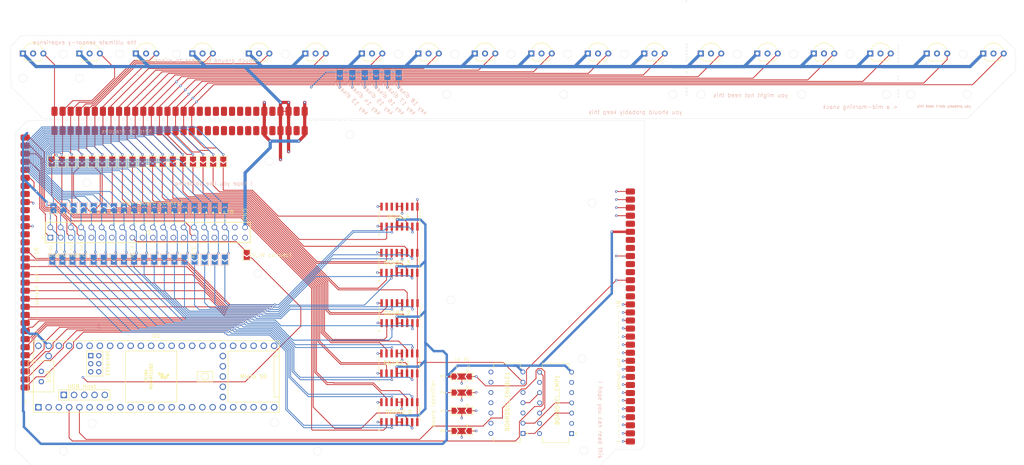
<source format=kicad_pcb>
(kicad_pcb (version 20240108) (generator "pcbnew") (generator_version "8.0")
  (layers (0 "F.Cu" power) (1 "In1.Cu" power "In1.Cu.+3v3") (2 "In2.Cu" signal) (31 "B.Cu" signal "B.Cu.Gnd") (34 "B.Paste" user) (35 "F.Paste" user) (36 "B.SilkS" user "B.Silkscreen") (37 "F.SilkS" user "F.Silkscreen") (38 "B.Mask" user) (39 "F.Mask" user) (44 "Edge.Cuts" user))
  (net 0 "")
  (net 1 "Net-(BOARDSEL_CMP1-2Y)")
  (net 2 "Net-(BOARDSEL_CMP1-3B)")
  (net 3 "Net-(BOARDSEL_CMP1-4A)")
  (net 4 "Net-(BOARDSEL_CMP1-2A)")
  (net 5 "Net-(BOARDSEL_CMP1-4B)")
  (net 6 "Net-(BOARDSEL_CMP1-1A)")
  (net 7 "Net-(BOARDSEL_CMP1-4Y)")
  (net 8 "Net-(BOARDSEL_CMP1-3Y)")
  (net 9 "Net-(BOARDSEL_CMP1-1Y)")
  (net 10 "Net-(BOARDSEL_CMP1-1B)")
  (net 11 "Net-(BOARDSEL_CMP1-2B)")
  (net 12 "GND")
  (net 13 "Net-(BOARDSEL_CMP1-VCC)")
  (net 14 "Net-(BOARDSEL_CMP1-3A)")
  (net 15 "Net-(BOARDSEL_ENABLE1-1Y)")
  (net 21 "Net-(DG45_4-S_4)")
  (net 22 "Net-(DG45_4-S_1)")
  (net 25 "Net-(DG45_4-D_4)")
  (net 26 "Net-(DG45_4-D_1)")
  (net 29 "Net-(DG452_0-D_1)")
  (net 30 "Net-(DG452_0-D_2)")
  (net 31 "Net-(DG452_0-D_3)")
  (net 32 "Net-(DG452_0-D_4)")
  (net 33 "Net-(DG452_0-S_3)")
  (net 34 "Net-(DG452_0-S_4)")
  (net 35 "Net-(DG452_0-S_1)")
  (net 36 "Net-(DG452_0-S_2)")
  (net 37 "Net-(DG452_1-D_1)")
  (net 38 "Net-(DG452_1-D_2)")
  (net 39 "Net-(DG452_1-S_3)")
  (net 40 "Net-(DG452_1-D_4)")
  (net 41 "Net-(DG452_1-S_1)")
  (net 42 "Net-(DG452_1-S_2)")
  (net 43 "Net-(DG452_1-S_4)")
  (net 44 "Net-(DG452_1-D_3)")
  (net 45 "Net-(DG452_2-S_4)")
  (net 46 "Net-(DG452_2-D_3)")
  (net 47 "Net-(DG452_2-S_3)")
  (net 48 "Net-(DG452_2-S_2)")
  (net 49 "Net-(DG452_2-D_4)")
  (net 50 "Net-(DG452_2-S_1)")
  (net 51 "Net-(DG452_2-D_1)")
  (net 52 "Net-(DG452_2-D_2)")
  (net 53 "Net-(DG452_3-D_2)")
  (net 54 "Net-(DG452_3-S_2)")
  (net 55 "Net-(DG452_3-D_1)")
  (net 56 "Net-(DG452_3-S_3)")
  (net 57 "Net-(DG452_3-S_4)")
  (net 58 "Net-(DG452_3-D_3)")
  (net 59 "Net-(DG452_3-D_4)")
  (net 60 "Net-(DG452_3-S_1)")
  (net 79 "Net-(J4-Pin_22)")
  (net 82 "Net-(J4-Pin_26)")
  (net 83 "Net-(J4-Pin_25)")
  (net 84 "Net-(J4-Pin_29)")
  (net 86 "Net-(JP23-B)")
  (net 87 "Net-(J4-Pin_21)")
  (net 88 "Net-(J4-Pin_28)")
  (net 89 "Net-(J4-Pin_23)")
  (net 131 "Net-(J2-Pin_9)")
  (net 149 "Net-(J4-Pin_31)")
  (net 150 "Net-(J4-Pin_27)")
  (net 151 "Net-(J4-Pin_32)")
  (net 152 "Net-(J4-Pin_24)")
  (net 153 "Net-(J4-Pin_30)")
  (net 158 "Net-(J4-Pin_16)")
  (net 159 "Net-(J4-Pin_20)")
  (net 160 "Net-(J4-Pin_18)")
  (net 161 "Net-(J4-Pin_17)")
  (net 162 "Net-(J4-Pin_15)")
  (net 163 "Net-(J4-Pin_19)")
  (net 172 "Net-(JP13-A)")
  (net 173 "Net-(JP18-A)")
  (net 174 "Net-(JP19-A)")
  (net 175 "Net-(JP22-A)")
  (net 176 "Net-(JP17-A)")
  (net 177 "Net-(JP9-A)")
  (net 178 "Net-(JP12-A)")
  (net 179 "Net-(JP15-A)")
  (net 180 "Net-(JP21-A)")
  (net 181 "Net-(JP20-A)")
  (net 182 "Net-(JP46-A)")
  (net 183 "Net-(JP11-A)")
  (net 184 "Net-(JP14-A)")
  (net 185 "Net-(JP8-A)")
  (net 186 "Net-(JP16-A)")
  (net 187 "Net-(JP10-A)")
  (net 188 "Net-(JP47-A)")
  (net 189 "Net-(JP45-A)")
  (footprint "Package_TO_SOT_THT:TO-92_Inline_Wide" (layer "F.Cu") (at 155.96 35.86)
    (property "Reference" "U12" (hide yes))
    (property "Value" "DRV5055A1xLPGxQ1")
  )
  (footprint "Package_TO_SOT_THT:TO-92_Inline_Wide" (layer "F.Cu") (at 29.96 35.86)
    (property "Reference" "U3" (hide yes))
    (property "Value" "DRV5055A1xLPGxQ1")
  )
  (footprint "Package_TO_SOT_THT:TO-92_Inline_Wide" (layer "F.Cu") (at 71.96 35.86)
    (property "Reference" "U6" (hide yes))
    (property "Value" "DRV5055A1xLPGxQ1")
  )
  (footprint "Package_TO_SOT_THT:TO-92_Inline_Wide" (layer "F.Cu") (at 169.96 35.86)
    (property "Reference" "U13" (hide yes))
    (property "Value" "DRV5055A1xLPGxQ1")
  )
  (footprint "mine:DIP794W45P254L1969H508Q14" (layer "F.Cu") (at 135.925686 122.5 180)
    (property "Reference" "BOARDSEL_ENABLE1")
    (property "Value" "SN74HCT21N")
  )
  (footprint "mine:SOIC127P600X175-16N" (layer "F.Cu") (at 109.255686 124.845 90)
    (property "Reference" "DG452_0")
    (property "Value" "~")
  )
  (footprint "mine:Conn_1x32_SMD" (layer "F.Cu") (at 90.800001 55 -90)
    (property "Reference" "J4" (hide yes))
    (property "Value" "Conn_01x32_Pin")
  )
  (footprint "Jumper:SolderJumper-2_P1.3mm_Open_TrianglePad1.0x1.5mm" (layer "F.Cu") (at 33.115686 62.675 -90)
    (property "Reference" "JP52" (hide yes))
    (property "Value" "SolderJumper_2_Open" (hide yes))
  )
  (footprint "Jumper:SolderJumper-2_P1.3mm_Open_TrianglePad1.0x1.5mm" (layer "F.Cu") (at 35.615686 62.675 -90)
    (property "Reference" "JP53" (hide yes))
    (property "Value" "SolderJumper_2_Open" (hide yes))
  )
  (footprint "mine:SOIC127P600X175-16N" (layer "F.Cu") (at 109.310686 100.275 90)
    (property "Reference" "DG452_2")
    (property "Value" "~")
  )
  (footprint "mine:SOIC127P600X175-16N" (layer "F.Cu") (at 109.255686 87.8 90)
    (property "Reference" "DG452_3")
    (property "Value" "~")
  )
  (footprint "Jumper:SolderJumper-3_P2.0mm_Open_TrianglePad1.0x1.5mm" (layer "F.Cu") (at 124.715686 124.5 180)
    (property "Reference" "JP2" (hide yes))
    (property "Value" "Jumper_3_Open")
  )
  (footprint "Package_TO_SOT_THT:TO-92_Inline_Wide" (layer "F.Cu") (at 225.96 35.86)
    (property "Reference" "U17" (hide yes))
    (property "Value" "DRV5055A1xLPGxQ1")
  )
  (footprint "Package_TO_SOT_THT:TO-92_Inline_Wide" (layer "F.Cu") (at 85.96 35.86)
    (property "Reference" "U7" (hide yes))
    (property "Value" "DRV5055A1xLPGxQ1")
  )
  (footprint "Package_TO_SOT_THT:TO-92_Inline_Wide" (layer "F.Cu") (at 43.96 35.86)
    (property "Reference" "U4" (hide yes))
    (property "Value" "DRV5055A1xLPGxQ1")
  )
  (footprint "Package_TO_SOT_THT:TO-92_Inline_Wide" (layer "F.Cu") (at 183.96 35.86)
    (property "Reference" "U14" (hide yes))
    (property "Value" "DRV5055A1xLPGxQ1")
  )
  (footprint "Jumper:SolderJumper-3_P2.0mm_Open_TrianglePad1.0x1.5mm" (layer "F.Cu") (at 124.715686 116 180)
    (property "Reference" "JP4" (hide yes))
    (property "Value" "Jumper_3_Open")
  )
  (footprint "mine:SOIC127P600X175-16N" (layer "F.Cu") (at 109.290686 76.325 90)
    (property "Reference" "DG45_4")
    (property "Value" "~")
  )
  (footprint "Package_TO_SOT_THT:TO-92_Inline_Wide" (layer "F.Cu") (at 57.96 35.86)
    (property "Reference" "U5" (hide yes))
    (property "Value" "DRV5055A1xLPGxQ1")
  )
  (footprint "Jumper:SolderJumper-3_P2.0mm_Open_TrianglePad1.0x1.5mm" (layer "F.Cu") (at 124.715686 129.5 180)
    (property "Reference" "JP1" (hide yes))
    (property "Value" "Jumper_3_Open")
  )
  (footprint "mine:Conn_1x32_SMD" (layer "F.Cu") (at 18.799999 50.2 90)
    (property "Reference" "J5" (hide yes))
    (property "Value" "Conn_01x32_Pin")
  )
  (footprint "Jumper:SolderJumper-2_P1.3mm_Open_TrianglePad1.0x1.5mm" (layer "F.Cu") (at 25.615686 62.675 -90)
    (property "Reference" "JP49" (hide yes))
    (property "Value" "SolderJumper_2_Open" (hide yes))
  )
  (footprint "Jumper:SolderJumper-2_P1.3mm_Open_TrianglePad1.0x1.5mm" (layer "F.Cu") (at 55.615686 62.675 -90)
    (property "Reference" "JP61" (hide yes))
    (property "Value" "SolderJumper_2_Open" (hide yes))
  )
  (footprint "Jumper:SolderJumper-2_P1.3mm_Open_TrianglePad1.0x1.5mm" (layer "F.Cu") (at 50.615686 62.7 -90)
    (property "Reference" "JP59" (hide yes))
    (property "Value" "SolderJumper_2_Open" (hide yes))
  )
  (footprint "Jumper:SolderJumper-2_P1.3mm_Open_TrianglePad1.0x1.5mm" (layer "F.Cu") (at 45.615686 62.7 -90)
    (property "Reference" "JP57" (hide yes))
    (property "Value" "SolderJumper_2_Open" (hide yes))
  )
  (footprint "Jumper:SolderJumper-2_P1.3mm_Open_TrianglePad1.0x1.5mm" (layer "F.Cu") (at 53.115686 62.675 -90)
    (property "Reference" "JP60" (hide yes))
    (property "Value" "SolderJumper_2_Open" (hide yes))
  )
  (footprint "Package_TO_SOT_THT:TO-92_Inline_Wide" (layer "F.Cu") (at 127.96 35.86)
    (property "Reference" "U10" (hide yes))
    (property "Value" "DRV5055A1xLPGxQ1")
  )
  (footprint "Jumper:SolderJumper-2_P1.3mm_Open_TrianglePad1.0x1.5mm" (layer "F.Cu") (at 38.115686 62.675 -90)
    (property "Reference" "JP54" (hide yes))
    (property "Value" "SolderJumper_2_Open" (hide yes))
  )
  (footprint "Package_TO_SOT_THT:TO-92_Inline_Wide" (layer "F.Cu") (at 197.96 35.86)
    (property "Reference" "U15" (hide yes))
    (property "Value" "DRV5055A1xLPGxQ1")
  )
  (footprint "Jumper:SolderJumper-2_P1.3mm_Open_TrianglePad1.0x1.5mm" (layer "F.Cu") (at 63.115686 62.7 -90)
    (property "Reference" "JP64" (hide yes))
    (property "Value" "SolderJumper_2_Open" (hide yes))
  )
  (footprint "Jumper:SolderJumper-2_P1.3mm_Open_TrianglePad1.0x1.5mm" (layer "F.Cu") (at 71.435686 85.84 -90)
    (property "Reference" "JP23" (hide yes))
    (property "Value" "5v IN from control rail")
  )
  (footprint "Jumper:SolderJumper-2_P1.3mm_Open_TrianglePad1.0x1.5mm" (layer "F.Cu") (at 48.115686 62.7 -90)
    (property "Reference" "JP58" (hide yes))
    (property "Value" "SolderJumper_2_Open" (hide yes))
  )
  (footprint "Package_TO_SOT_THT:TO-92_Inline_Wide" (layer "F.Cu") (at 99.96 35.86)
    (property "Reference" "U8" (hide yes))
    (property "Value" "DRV5055A1xLPGxQ1")
  )
  (footprint "Package_TO_SOT_THT:TO-92_Inline_Wide" (layer "F.Cu") (at 141.96 35.86)
    (property "Reference" "U11" (hide yes))
    (property "Value" "DRV5055A1xLPGxQ1")
  )
  (footprint "Jumper:SolderJumper-2_P1.3mm_Open_TrianglePad1.0x1.5mm" (layer "F.Cu") (at 30.615686 62.675 -90)
    (property "Reference" "JP51" (hide yes))
    (property "Value" "SolderJumper_2_Open" (hide yes))
  )
  (footprint "mine:Conn_1x32_SMD" (layer "F.Cu") (at 166.515686 65.1)
    (property "Reference" "J2" (hide yes))
    (property "Value" "Conn_01x32_Pin")
  )
  (footprint "mine:Conn_1x32_SMD" (layer "F.Cu") (at 16.535686 51.715)
    (property "Reference" "J3" (hide yes))
    (property "Value" "Conn_01x32_Pin")
  )
  (footprint "Jumper:SolderJumper-2_P1.3mm_Open_TrianglePad1.0x1.5mm" (layer "F.Cu") (at 28.115686 62.675 -90)
    (property "Reference" "JP50" (hide yes))
    (property "Value" "SolderJumper_2_Open" (hide yes))
  )
  (footprint "Package_TO_SOT_THT:TO-92_Inline_Wide" (layer "F.Cu") (at 211.96 35.86)
    (property "Reference" "U16" (hide yes))
    (property "Value" "DRV5055A1xLPGxQ1")
  )
  (footprint "Jumper:SolderJumper-3_P2.0mm_Open_TrianglePad1.0x1.5mm" (layer "F.Cu") (at 124.715686 120 180)
    (property "Reference" "JP3" (hide yes))
    (property "Value" "Jumper_3_Open")
  )
  (footprint "Jumper:SolderJumper-2_P1.3mm_Open_TrianglePad1.0x1.5mm" (layer "F.Cu") (at 40.615686 62.675 -90)
    (property "Reference" "JP55" (hide yes))
    (property "Value" "SolderJumper_2_Open" (hide yes))
  )
  (footprint "mine:SOIC127P600X175-16N" (layer "F.Cu") (at 109.255686 112.75 90)
    (property "Reference" "DG452_1")
    (property "Value" "~")
  )
  (footprint "Jumper:SolderJumper-2_P1.3mm_Open_TrianglePad1.0x1.5mm" (layer "F.Cu") (at 65.615686 62.7 -90)
    (property "Reference" "JP65" (hide yes))
    (property "Value" "SolderJumper_2_Open" (hide yes))
  )
  (footprint "Jumper:SolderJumper-2_P1.3mm_Open_TrianglePad1.0x1.5mm" (layer "F.Cu") (at 60.615686 62.675 -90)
    (property "Reference" "JP63" (hide yes))
    (property "Value" "SolderJumper_2_Open" (hide yes))
  )
  (footprint "Package_TO_SOT_THT:TO-92_Inline_Wide" (layer "F.Cu") (at 15.96 35.86)
    (property "Reference" "U2" (hide yes))
    (property "Value" "DRV5055A1xLPGxQ1")
  )
  (footprint "Jumper:SolderJumper-2_P1.3mm_Open_TrianglePad1.0x1.5mm" (layer "F.Cu") (at 23.115686 62.675 -90)
    (property "Reference" "JP48" (hide yes))
    (property "Value" "SolderJumper_2_Open")
  )
  (footprint "mine:SAMTEC_TSW-120-20-S-D-LL" (layer "F.Cu") (at 46.905686 80.27)
    (property "Reference" "J1")
    (property "Value" "TSW-120-20-S-D-LL")
  )
  (footprint "Package_TO_SOT_THT:TO-92_Inline_Wide" (layer "F.Cu") (at 239.96 35.86)
    (property "Reference" "U18" (hide yes))
    (property "Value" "DRV5055A1xLPGxQ1")
  )
  (footprint "teensy:Teensy41" (layer "F.Cu") (at 49.015686 116)
    (property "Reference" "U1")
    (property "Value" "Teensy4.1")
  )
  (footprint "mine:DIP794W45P254L1969H508Q14" (layer "F.Cu") (at 147.985686 122.54 180)
    (property "Reference" "BOARDSEL_CMP1")
    (property "Value" "SN74HCT266N")
  )
  (footprint "Package_TO_SOT_THT:TO-92_Inline_Wide" (layer "F.Cu") (at 253.96 35.86)
    (property "Reference" "U19" (hide yes))
    (property "Value" "DRV5055A1xLPGxQ1")
  )
  (footprint "Jumper:SolderJumper-2_P1.3mm_Open_TrianglePad1.0x1.5mm" (layer "F.Cu") (at 43.115686 62.7 -90)
    (property "Reference" "JP56" (hide yes))
    (property "Value" "SolderJumper_2_Open" (hide yes))
  )
  (footprint "Jumper:SolderJumper-2_P1.3mm_Open_TrianglePad1.0x1.5mm" (layer "F.Cu") (at 58.115686 62.675 -90)
    (property "Reference" "JP62" (hide yes))
    (property "Value" "SolderJumper_2_Open" (hide yes))
  )
  (footprint "Package_TO_SOT_THT:TO-92_Inline_Wide" (layer "F.Cu") (at 113.96 35.86)
    (property "Reference" "U9" (hide yes))
    (property "Value" "DRV5055A1xLPGxQ1")
  )
  (footprint "Jumper:SolderJumper-2_P1.3mm_Open_TrianglePad1.0x1.5mm" (layer "B.Cu") (at 23.265686 87.025 -90)
    (property "Reference" "JPE01" (hide yes))
    (property "Value" "SolderJumper_2_Open")
  )
  (footprint "Jumper:SolderJumper-2_P1.3mm_Open_TrianglePad1.0x1.5mm" (layer "B.Cu") (at 58.515686 87 -90)
    (property "Reference" "JPE15" (hide yes))
    (property "Value" "SolderJumper_2_Open" (hide yes))
  )
  (footprint "Jumper:SolderJumper-2_P1.3mm_Open_TrianglePad1.0x1.5mm" (layer "B.Cu") (at 53.515686 87 -90)
    (property "Reference" "JPE13" (hide yes))
    (property "Value" "SolderJumper_2_Open" (hide yes))
  )
  (footprint "Jumper:SolderJumper-2_P1.3mm_Open_TrianglePad1.0x1.5mm" (layer "B.Cu") (at 53.515686 74.25 90)
    (property "Reference" "JP20" (hide yes))
    (property "Value" "SolderJumper_2_Open" (hide yes))
  )
  (footprint "Jumper:SolderJumper-2_P1.3mm_Open_TrianglePad1.0x1.5mm" (layer "B.Cu") (at 30.765686 87.025 -90)
    (property "Reference" "JPE04" (hide yes))
    (property "Value" "SolderJumper_2_Open" (hide yes))
  )
  (footprint "Jumper:SolderJumper-2_P1.3mm_Open_TrianglePad1.0x1.5mm" (layer "B.Cu") (at 63.515686 74.225 90)
    (property "Reference" "JP46" (hide yes))
    (property "Value" "SolderJumper_2_Open" (hide yes))
  )
  (footprint "Jumper:SolderJumper-2_P1.3mm_Open_TrianglePad1.0x1.5mm" (layer "B.Cu") (at 66.015686 87 -90)
    (property "Reference" "JPE18" (hide yes))
    (property "Value" "SolderJumper_2_Open" (hide yes))
  )
  (footprint "Jumper:SolderJumper-2_P1.3mm_Open_TrianglePad1.0x1.5mm" (layer "B.Cu") (at 43.515686 74.25 90)
    (property "Reference" "JP16" (hide yes))
    (property "Value" "SolderJumper_2_Open" (hide yes))
  )
  (footprint "Jumper:SolderJumper-2_P1.3mm_Open_TrianglePad1.0x1.5mm" (layer "B.Cu") (at 66.015686 74.25 90)
    (property "Reference" "JP47" (hide yes))
    (property "Value" "SolderJumper_2_Open" (hide yes))
  )
  (footprint "Jumper:SolderJumper-2_P1.3mm_Open_TrianglePad1.0x1.5mm" (layer "B.Cu") (at 36.015686 74.225 90)
    (property "Reference" "JP13" (hide yes))
    (property "Value" "SolderJumper_2_Open" (hide yes))
  )
  (footprint "Jumper:SolderJumper-2_P1.3mm_Open_TrianglePad1.0x1.5mm" (layer "B.Cu") (at 94.5 41.2 -90)
    (property "Reference" "JP5" (hide yes))
    (property "Value" "SolderJumper_2_Open")
  )
  (footprint "Jumper:SolderJumper-2_P1.3mm_Open_TrianglePad1.0x1.5mm" (layer "B.Cu") (at 36.015686 87.025 -90)
    (property "Reference" "JPE06" (hide yes))
    (property "Value" "SolderJumper_2_Open" (hide yes))
  )
  (footprint "Jumper:SolderJumper-2_P1.3mm_Open_TrianglePad1.0x1.5mm" (layer "B.Cu") (at 41.015686 74.25 90)
    (property "Reference" "JP15" (hide yes))
    (property "Value" "SolderJumper_2_Open" (hide yes))
  )
  (footprint "Jumper:SolderJumper-2_P1.3mm_Open_TrianglePad1.0x1.5mm" (layer "B.Cu") (at 41.015686 87 -90)
    (property "Reference" "JPE08" (hide yes))
    (property "Value" "SolderJumper_2_Open" (hide yes))
  )
  (footprint "Jumper:SolderJumper-2_P1.3mm_Open_TrianglePad1.0x1.5mm" (layer "B.Cu") (at 106.3 41.149999 -90)
    (property "Reference" "JP25" (hide yes))
    (property "Value" "SolderJumper_2_Open")
  )
  (footprint "Jumper:SolderJumper-2_P1.3mm_Open_TrianglePad1.0x1.5mm" (layer "B.Cu") (at 51.015686 87.025 -90)
    (property "Reference" "JPE12" (hide yes))
    (property "Value" "SolderJumper_2_Open" (hide yes))
  )
  (footprint "Jumper:SolderJumper-2_P1.3mm_Open_TrianglePad1.0x1.5mm" (layer "B.Cu") (at 61.015686 74.225 90)
    (property "Reference" "JP45" (hide yes))
    (property "Value" "SolderJumper_2_Open" (hide yes))
  )
  (footprint "Jumper:SolderJumper-2_P1.3mm_Open_TrianglePad1.0x1.5mm" (layer "B.Cu") (at 100.699998 41.249999 -90)
    (property "Reference" "JP7" (hide yes))
    (property "Value" "SolderJumper_2_Open")
  )
  (footprint "Jumper:SolderJumper-2_P1.3mm_Open_TrianglePad1.0x1.5mm" (layer "B.Cu") (at 46.015686 74.225 90)
    (property "Reference" "JP17" (hide yes))
    (property "Value" "SolderJumper_2_Open" (hide yes))
  )
  (footprint "Jumper:SolderJumper-2_P1.3mm_Open_TrianglePad1.0x1.5mm" (layer "B.Cu") (at 56.015686 87.025 -90)
    (property "Reference" "JPE14" (hide yes))
    (property "Value" "SolderJumper_2_Open" (hide yes))
  )
  (footprint "Jumper:SolderJumper-2_P1.3mm_Open_TrianglePad1.0x1.5mm" (layer "B.Cu") (at 61.015686 87.025 -90)
    (property "Reference" "JPE16" (hide yes))
    (property "Value" "SolderJumper_2_Open" (hide yes))
  )
  (footprint "Jumper:SolderJumper-2_P1.3mm_Open_TrianglePad1.0x1.5mm" (layer "B.Cu") (at 56.015686 74.225 90)
    (property "Reference" "JP21" (hide yes))
    (property "Value" "SolderJumper_2_Open" (hide yes))
  )
  (footprint "Jumper:SolderJumper-2_P1.3mm_Open_TrianglePad1.0x1.5mm" (layer "B.Cu") (at 28.265686 87.025 -90)
    (property "Reference" "JPE03" (hide yes))
    (property "Value" "SolderJumper_2_Open" (hide yes))
  )
  (footprint "Jumper:SolderJumper-2_P1.3mm_Open_TrianglePad1.0x1.5mm" (layer "B.Cu") (at 25.765686 87.025 -90)
    (property "Reference" "JPE02" (hide yes))
    (property "Value" "SolderJumper_2_Open" (hide yes))
  )
  (footprint "Jumper:SolderJumper-2_P1.3mm_Open_TrianglePad1.0x1.5mm" (layer "B.Cu") (at 51.015686 74.225 90)
    (property "Reference" "JP19" (hide yes))
    (property "Value" "SolderJumper_2_Open" (hide yes))
  )
  (footprint "Jumper:SolderJumper-2_P1.3mm_Open_TrianglePad1.0x1.5mm" (layer "B.Cu") (at 43.515686 87.025 -90)
    (property "Reference" "JPE09" (hide yes))
    (property "Value" "SolderJumper_2_Open" (hide yes))
  )
  (footprint "Jumper:SolderJumper-2_P1.3mm_Open_TrianglePad1.0x1.5mm" (layer "B.Cu") (at 97.6 41.224999 -90)
    (property "Reference" "JP6" (hide yes))
    (property "Value" "SolderJumper_2_Open")
  )
  (footprint "Jumper:SolderJumper-2_P1.3mm_Open_TrianglePad1.0x1.5mm" (layer "B.Cu") (at 103.5 41.149999 -90)
    (property "Reference" "JP24" (hide yes))
    (property "Value" "SolderJumper_2_Open")
  )
  (footprint "Jumper:SolderJumper-2_P1.3mm_Open_TrianglePad1.0x1.5mm" (layer "B.Cu") (at 38.515686 87.025 -90)
    (property "Reference" "JPE07" (hide yes))
    (property "Value" "SolderJumper_2_Open" (hide yes))
  )
  (footprint "Jumper:SolderJumper-2_P1.3mm_Open_TrianglePad1.0x1.5mm" (layer "B.Cu") (at 38.515686 74.25 90)
    (property "Reference" "JP14" (hide yes))
    (property "Value" "SolderJumper_2_Open" (hide yes))
  )
  (footprint "Jumper:SolderJumper-2_P1.3mm_Open_TrianglePad1.0x1.5mm" (layer "B.Cu") (at 31.015686 74.225 90)
    (property "Reference" "JP11" (hide yes))
    (property "Value" "SolderJumper_2_Open" (hide yes))
  )
  (footprint "Jumper:SolderJumper-2_P1.3mm_Open_TrianglePad1.0x1.5mm" (layer "B.Cu") (at 33.515686 87.025 -90)
    (property "Reference" "JPE05" (hide yes))
    (property "Value" "SolderJumper_2_Open" (hide yes))
  )
  (footprint "Jumper:SolderJumper-2_P1.3mm_Open_TrianglePad1.0x1.5mm" (layer "B.Cu") (at 48.515686 87.025 -90)
    (property "Reference" "JPE11" (hide yes))
    (property "Value" "SolderJumper_2_Open" (hide yes))
  )
  (footprint "Jumper:SolderJumper-2_P1.3mm_Open_TrianglePad1.0x1.5mm" (layer "B.Cu") (at 26.015686 74.25 90)
    (property "Reference" "JP9" (hide yes))
    (property "Value" "SolderJumper_2_Open" (hide yes))
  )
  (footprint "Jumper:SolderJumper-2_P1.3mm_Open_TrianglePad1.0x1.5mm" (layer "B.Cu") (at 58.515686 74.25 90)
    (property "Reference" "JP22" (hide yes))
    (property "Value" "SolderJumper_2_Open" (hide yes))
  )
  (footprint "Jumper:SolderJumper-2_P1.3mm_Open_TrianglePad1.0x1.5mm" (layer "B.Cu") (at 46.015686 87.025 -90)
    (property "Reference" "JPE10" (hide yes))
    (property "Value" "SolderJumper_2_Open" (hide yes))
  )
  (footprint "Jumper:SolderJumper-2_P1.3mm_Open_TrianglePad1.0x1.5mm" (layer "B.Cu") (at 48.515686 74.25 90)
    (property "Reference" "JP18" (hide yes))
    (property "Value" "SolderJumper_2_Open" (hide yes))
  )
  (footprint "Jumper:SolderJumper-2_P1.3mm_Open_TrianglePad1.0x1.5mm" (layer "B.Cu") (at 23.515686 74.225 90)
    (property "Reference" "JP8" (hide yes))
    (property "Value" "SolderJumper_2_Open")
  )
  (footprint "Jumper:SolderJumper-2_P1.3mm_Open_TrianglePad1.0x1.5mm" (layer "B.Cu") (at 28.515686 74.225 90)
    (property "Reference" "JP10" (hide yes))
    (property "Value" "SolderJumper_2_Open" (hide yes))
  )
  (footprint "Jumper:SolderJumper-2_P1.3mm_Open_TrianglePad1.0x1.5mm" (layer "B.Cu") (at 33.515686 74.225 90)
    (property "Reference" "JP12" (hide yes))
    (property "Value" "SolderJumper_2_Open" (hide yes))
  )
  (footprint "Jumper:SolderJumper-2_P1.3mm_Open_TrianglePad1.0x1.5mm" (layer "B.Cu") (at 109.1 41.2 -90)
    (property "Reference" "JP26" (hide yes))
    (property "Value" "SolderJumper_2_Open")
  )
  (footprint "Jumper:SolderJumper-2_P1.3mm_Open_TrianglePad1.0x1.5mm" (layer "B.Cu") (at 63.515686 87.025 -90)
    (property "Reference" "JPE17" (hide yes))
    (property "Value" "SolderJumper_2_Open" (hide yes))
  )
  (gr_line (start 24.435686 75.315) (end 65.135686 75.315) (stroke (width 0.4) (type dot)) (layer "F.SilkS"))
  (gr_circle (center 54 36) (end 55 36) (stroke (width 0.05)) (fill none) (layer "Edge.Cuts"))
  (gr_circle (center 40.8 52.217158) (end 40.6 52.417158) (stroke (width 0.05)) (fill none) (layer "Edge.Cuts"))
  (gr_circle (center 157 72.9) (end 158 72.9) (stroke (width 0.05)) (fill none) (layer "Edge.Cuts"))
  (gr_poly (pts (xy 180.3 46.3) (xy 180.3 45.9) (xy 180.6 45.9) (xy 180.6 46.3)) (stroke (width 0.05)) (fill none) (layer "Edge.Cuts"))
  (gr_poly (pts (xy 180.3 37) (xy 180.3 36.6) (xy 180.6 36.6) (xy 180.6 37)) (stroke (width 0.05)) (fill none) (layer "Edge.Cuts"))
  (gr_arc (start 88.273223 52.25) (mid 88.346446 52.073223) (end 88.523223 52) (stroke (width 0.05)) (layer "Edge.Cuts"))
  (gr_arc (start 92.5 52.25) (mid 92.573223 52.073223) (end 92.75 52) (stroke (width 0.05)) (layer "Edge.Cuts"))
  (gr_circle (center 42.8 52.217158) (end 42.6 52.417158) (stroke (width 0.05)) (fill none) (layer "Edge.Cuts"))
  (gr_circle (center 151 36) (end 152 36) (stroke (width 0.05)) (fill none) (layer "Edge.Cuts"))
  (gr_arc (start 91.1 52.276779) (mid 91.173221 52.1) (end 91.35 52.026779) (stroke (width 0.05)) (layer "Edge.Cuts"))
  (gr_line (start 87.176777 51.973223) (end 87.676777 51.973223) (stroke (width 0.05)) (layer "Edge.Cuts"))
  (gr_circle (center 250 46) (end 251 46) (stroke (width 0.05)) (fill none) (layer "Edge.Cuts"))
  (gr_arc (start 93.25 52) (mid 93.426777 52.073223) (end 93.5 52.25) (stroke (width 0.05)) (layer "Edge.Cuts"))
  (gr_circle (center 58.682842 52.2) (end 58.482842 52.4) (stroke (width 0.05)) (fill none) (layer "Edge.Cuts"))
  (gr_poly (pts (xy 232.8 37.2) (xy 232.8 36.8) (xy 233 36.8) (xy 233 37.2)) (stroke (width 0.05)) (fill none) (layer "Edge.Cuts"))
  (gr_circle (center 28.8 52.217158) (end 28.6 52.417158) (stroke (width 0.05)) (fill none) (layer "Edge.Cuts"))
  (gr_line (start 93.25 52.5) (end 92.75 52.5) (stroke (width 0.05)) (layer "Edge.Cuts"))
  (gr_circle (center 65.882842 52.2) (end 65.682842 52.4) (stroke (width 0.05)) (fill none) (layer "Edge.Cuts"))
  (gr_poly (pts (xy 232.8 46) (xy 232.8 45.6) (xy 233 45.6) (xy 233 46)) (stroke (width 0.05)) (fill none) (layer "Edge.Cuts"))
  (gr_circle (center 122 97) (end 123 97) (stroke (width 0.05)) (fill none) (layer "Edge.Cuts"))
  (gr_circle (center 165 36) (end 166 36) (stroke (width 0.05)) (fill none) (layer "Edge.Cuts"))
  (gr_line (start 91.35 52.026779) (end 91.85 52.026779) (stroke (width 0.05)) (layer "Edge.Cuts"))
  (gr_circle (center 56.817158 52.2) (end 56.617158 52.4) (stroke (width 0.05)) (fill none) (layer "Edge.Cuts"))
  (gr_circle (center 30 42) (end 31 42) (stroke (width 0.05)) (fill none) (layer "Edge.Cuts"))
  (gr_poly (pts (xy 180.27 23.015) (xy 180.27 22.615) (xy 180.47 22.615) (xy 180.47 23.015)) (stroke (width 0.05)) (fill none) (layer "Edge.Cuts"))
  (gr_circle (center 26.8 52.217158) (end 26.6 52.417158) (stroke (width 0.05)) (fill none) (layer "Edge.Cuts"))
  (gr_circle (center 44.8 52.217158) (end 44.6 52.417158) (stroke (width 0.05)) (fill none) (layer "Edge.Cuts"))
  (gr_arc (start 94.9 52.25) (mid 94.826777 52.426777) (end 94.65 52.5) (stroke (width 0.05)) (layer "Edge.Cuts"))
  (gr_circle (center 54.817158 52.2) (end 54.617158 52.4) (stroke (width 0.05)) (fill none) (layer "Edge.Cuts"))
  (gr_arc (start 91.35 52.526779) (mid 91.173222 52.453557) (end 91.1 52.276779) (stroke (width 0.05)) (layer "Edge.Cuts"))
  (gr_circle (center 31.835686 67.915) (end 32.835686 67.915) (stroke (width 0.05)) (fill none) (layer "Edge.Cuts"))
  (gr_circle (center 249 36) (end 250 36) (stroke (width 0.05)) (fill none) (layer "Edge.Cuts"))
  (gr_arc (start 95.326777 52.223223) (mid 95.4 52.046446) (end 95.576777 51.973223) (stroke (width 0.05)) (layer "Edge.Cuts"))
  (gr_circle (center 50.8 52.217158) (end 50.6 52.417158) (stroke (width 0.05)) (fill none) (layer "Edge.Cuts"))
  (gr_arc (start 95.576777 52.473223) (mid 95.4 52.4) (end 95.326777 52.223223) (stroke (width 0.05)) (layer "Edge.Cuts"))
  (gr_arc (start 87.676777 51.973223) (mid 87.853555 52.046445) (end 87.926777 52.223223) (stroke (width 0.05)) (layer "Edge.Cuts"))
  (gr_poly (pts (xy 21 52) (xy 13 44) (xy 13 34) (xy 15.6 31.4) (xy 258.4 31.4) (xy 262 35) (xy 262 40) (xy 250 52) (xy 97 52) (xy 96.8 52.1) (xy 96.8 52.4) (xy 97 52.5) (xy 98 52.5) (xy 98 52.5) (xy 160.187499 52.5) (xy 160.187499 52.5) (xy 170 52.5) (xy 170 133) (xy 169 134) (xy 163 134) (xy 159 138) (xy 18 138) (xy 14.1 134.1) (xy 14.1 55.5) (xy 17.1 52.5) (xy 22 52.5) (xy 22 52)) (stroke (width 0.05)) (fill none) (layer "Edge.Cuts"))
  (gr_circle (center 33.115686 127.6) (end 34.115686 127.6) (stroke (width 0.05)) (fill none) (layer "Edge.Cuts"))
  (gr_circle (center 154.515686 111.6) (end 155.515686 111.6) (stroke (width 0.05)) (fill none) (layer "Edge.Cuts"))
  (gr_line (start 96.076777 52.473223) (end 95.576777 52.473223) (stroke (width 0.05)) (layer "Edge.Cuts"))
  (gr_circle (center 81 36) (end 82 36) (stroke (width 0.05)) (fill none) (layer "Edge.Cuts"))
  (gr_circle (center 193 36) (end 194 36) (stroke (width 0.05)) (fill none) (layer "Edge.Cuts"))
  (gr_circle (center 209 46) (end 210 46) (stroke (width 0.05)) (fill none) (layer "Edge.Cuts"))
  (gr_poly (pts (xy 232.8 36.4) (xy 232.8 36) (xy 233 36) (xy 233 36.4)) (stroke (width 0.05)) (fill none) (layer "Edge.Cuts"))
  (gr_circle (center 109 36) (end 110 36) (stroke (width 0.05)) (fill none) (layer "Edge.Cuts"))
  (gr_circle (center 74.317158 52.2) (end 74.117158 52.4) (stroke (width 0.05)) (fill none) (layer "Edge.Cuts"))
  (gr_circle (center 68.282842 52.2) (end 68.082842 52.4) (stroke (width 0.05)) (fill none) (layer "Edge.Cuts"))
  (gr_arc (start 96.326777 52.223223) (mid 96.253554 52.4) (end 96.076777 52.473223) (stroke (width 0.05)) (layer "Edge.Cuts"))
  (gr_circle (center 73.1 52.2) (end 72.9 52.4) (stroke (width 0.05)) (fill none) (layer "Edge.Cuts"))
  (gr_line (start 89.023223 52.5) (end 88.523223 52.5) (stroke (width 0.05)) (layer "Edge.Cuts"))
  (gr_poly (pts (xy 180.3 34.6) (xy 180.3 34.2) (xy 180.6 34.2) (xy 180.6 34.6)) (stroke (width 0.05)) (fill none) (layer "Edge.Cuts"))
  (gr_circle (center 62.3 52.2) (end 62.1 52.4) (stroke (width 0.05)) (fill none) (layer "Edge.Cuts"))
  (gr_arc (start 89.273223 52.25) (mid 89.2 52.426777) (end 89.023223 52.5) (stroke (width 0.05)) (layer "Edge.Cuts"))
  (gr_line (start 89.95 52) (end 90.45 52) (stroke (width 0.05)) (layer "Edge.Cuts"))
  (gr_circle (center 155.015686 134.3) (end 156.015686 134.3) (stroke (width 0.05)) (fill none) (layer "Edge.Cuts"))
  (gr_arc (start 90.45 52) (mid 90.626783 52.073217) (end 90.7 52.25) (stroke (width 0.05)) (layer "Edge.Cuts"))
  (gr_circle (center 71.917158 52.2) (end 71.717158 52.4) (stroke (width 0.05)) (fill none) (layer "Edge.Cuts"))
  (gr_circle (center 46.8 52.217158) (end 46.6 52.417158) (stroke (width 0.05)) (fill none) (layer "Edge.Cuts"))
  (gr_circle (center 177 46) (end 178 46) (stroke (width 0.05)) (fill none) (layer "Edge.Cuts"))
  (gr_line (start 87.676777 52.473223) (end 87.176777 52.473223) (stroke (width 0.05)) (layer "Edge.Cuts"))
  (gr_circle (center 77.2 52.2) (end 77 52.4) (stroke (width 0.05)) (fill none) (layer "Edge.Cuts"))
  (gr_circle (center 97 56) (end 98 56) (stroke (width 0.05)) (fill none) (layer "Edge.Cuts"))
  (gr_arc (start 91.85 52.026779) (mid 92.02679 52.099989) (end 92.1 52.276779) (stroke (width 0.05)) (layer "Edge.Cuts"))
  (gr_circle (center 74.215686 90.4) (end 75.215686 90.4) (stroke (width 0.05)) (fill none) (layer "Edge.Cuts"))
  (gr_circle (center 26.015686 134.5) (end 27.015686 134.5) (stroke (width 0.05)) (fill none) (layer "Edge.Cuts"))
  (gr_poly (pts (xy 232.8 46.8) (xy 232.8 46.4) (xy 233 46.4) (xy 233 46.8)) (stroke (width 0.05)) (fill none) (layer "Edge.Cuts"))
  (gr_arc (start 89.7 52.25) (mid 89.773222 52.07322) (end 89.95 52) (stroke (width 0.05)) (layer "Edge.Cuts"))
  (gr_line (start 88.523223 52) (end 89.023223 52) (stroke (width 0.05)) (layer "Edge.Cuts"))
  (gr_circle (center 38.8 52.217158) (end 38.6 52.417158) (stroke (width 0.05)) (fill none) (layer "Edge.Cuts"))
  (gr_poly (pts (xy 180.3 37.8) (xy 180.3 37.4) (xy 180.6 37.4) (xy 180.6 37.8)) (stroke (width 0.05)) (fill none) (layer "Edge.Cuts"))
  (gr_poly (pts (xy 232.8 41.7) (xy 232.8 41.3) (xy 233 41.3) (xy 233 41.7)) (stroke (width 0.05)) (fill none) (layer "Edge.Cuts"))
  (gr_circle (center 59.9 52.2) (end 59.7 52.4) (stroke (width 0.05)) (fill none) (layer "Edge.Cuts"))
  (gr_poly (pts (xy 180.3 33.8) (xy 180.3 33.4) (xy 180.6 33.4) (xy 180.6 33.8)) (stroke (width 0.05)) (fill none) (layer "Edge.Cuts"))
  (gr_circle (center 236 46) (end 237 46) (stroke (width 0.05)) (fill none) (layer "Edge.Cuts"))
  (gr_circle (center 137 36) (end 138 36) (stroke (width 0.05)) (fill none) (layer "Edge.Cuts"))
  (gr_circle (center 48.8 52.217158) (end 48.6 52.417158) (stroke (width 0.05)) (fill none) (layer "Edge.Cuts"))
  (gr_poly (pts (xy 180.3 36.2) (xy 180.3 35.8) (xy 180.6 35.8) (xy 180.6 36.2)) (stroke (width 0.05)) (fill none) (layer "Edge.Cuts"))
  (gr_arc (start 92.75 52.5) (mid 92.573223 52.426777) (end 92.5 52.25) (stroke (width 0.05)) (layer "Edge.Cuts"))
  (gr_circle (center 184 46) (end 183 46) (stroke (width 0.05)) (fill none) (layer "Edge.Cuts"))
  (gr_arc (start 96.076777 51.973223) (mid 96.253555 52.046445) (end 96.326777 52.223223) (stroke (width 0.05)) (layer "Edge.Cuts"))
  (gr_arc (start 94.65 52) (mid 94.826777 52.073223) (end 94.9 52.25) (stroke (width 0.05)) (layer "Edge.Cuts"))
  (gr_arc (start 89.023223 52) (mid 89.200001 52.073222) (end 89.273223 52.25) (stroke (width 0.05)) (layer "Edge.Cuts"))
  (gr_circle (center 30.8 52.217158) (end 30.6 52.417158) (stroke (width 0.05)) (fill none) (layer "Edge.Cuts"))
  (gr_circle (center 22.8 52.217158) (end 22.6 52.417158) (stroke (width 0.05)) (fill none) (layer "Edge.Cuts"))
  (gr_poly (pts (xy 180.3 40.8) (xy 180.3 40.3) (xy 180.6 40.3) (xy 180.6 40.8)) (stroke (width 0.05)) (fill none) (layer "Edge.Cuts"))
  (gr_arc (start 89.95 52.5) (mid 89.773224 52.426776) (end 89.7 52.25) (stroke (width 0.05)) (layer "Edge.Cuts"))
  (gr_poly (pts (xy 180.3 44.7) (xy 180.3 44.3) (xy 180.6 44.3) (xy 180.6 44.7)) (stroke (width 0.05)) (fill none) (layer "Edge.Cuts"))
  (gr_poly (pts (xy 232.8 34.8) (xy 232.8 34.4) (xy 233 34.4) (xy 233 34.8)) (stroke (width 0.05)) (fill none) (layer "Edge.Cuts"))
  (gr_arc (start 90.7 52.25) (mid 90.626775 52.426774) (end 90.45 52.5) (stroke (width 0.05)) (layer "Edge.Cuts"))
  (gr_circle (center 78.315686 127.4) (end 79.315686 127.4) (stroke (width 0.05)) (fill none) (layer "Edge.Cuts"))
  (gr_line (start 94.65 52.5) (end 94.15 52.5) (stroke (width 0.05)) (layer "Edge.Cuts"))
  (gr_circle (center 34.8 52.217158) (end 34.6 52.417158) (stroke (width 0.05)) (fill none) (layer "Edge.Cuts"))
  (gr_arc (start 87.926777 52.223223) (mid 87.853554 52.4) (end 87.676777 52.473223) (stroke (width 0.05)) (layer "Edge.Cuts"))
  (gr_line (start 94.15 52) (end 94.65 52) (stroke (width 0.05)) (layer "Edge.Cuts"))
  (gr_circle (center 63.482842 52.2) (end 63.282842 52.4) (stroke (width 0.05)) (fill none) (layer "Edge.Cuts"))
  (gr_circle (center 78.417158 52.2) (end 78.217158 52.4) (stroke (width 0.05)) (fill none) (layer "Edge.Cuts"))
  (gr_circle (center 230 46) (end 231 46) (stroke (width 0.05)) (fill none) (layer "Edge.Cuts"))
  (gr_circle (center 61.082842 52.2) (end 60.882842 52.4) (stroke (width 0.05)) (fill none) (layer "Edge.Cuts"))
  (gr_poly (pts (xy 232.8 38) (xy 232.8 37.6) (xy 233 37.6) (xy 233 38)) (stroke (width 0.05)) (fill none) (layer "Edge.Cuts"))
  (gr_circle (center 24.8 52.217158) (end 24.6 52.417158) (stroke (width 0.05)) (fill none) (layer "Edge.Cuts"))
  (gr_circle (center 32.8 52.217158) (end 32.6 52.417158) (stroke (width 0.05)) (fill none) (layer "Edge.Cuts"))
  (gr_circle (center 26 36) (end 27 36) (stroke (width 0.05)) (fill none) (layer "Edge.Cuts"))
  (gr_circle (center 207 36) (end 208 36) (stroke (width 0.05)) (fill none) (layer "Edge.Cuts"))
  (gr_arc (start 94.15 52.5) (mid 93.973223 52.426777) (end 93.9 52.25) (stroke (width 0.05)) (layer "Edge.Cuts"))
  (gr_circle (center 83.282842 52.2) (end 83.082842 52.4) (stroke (width 0.05)) (fill none) (layer "Edge.Cuts"))
  (gr_arc (start 87.176777 52.473223) (mid 87 52.4) (end 86.926777 52.223223) (stroke (width 0.05)) (layer "Edge.Cuts"))
  (gr_poly (pts (xy 232.8 42.5) (xy 232.8 42.1) (xy 233 42.1) (xy 233 42.5)) (stroke (width 0.05)) (fill none) (layer "Edge.Cuts"))
  (gr_circle (center 123 36) (end 124 36) (stroke (width 0.05)) (fill none) (layer "Edge.Cuts"))
  (gr_circle (center 150 46) (end 151 46) (stroke (width 0.05)) (fill none) (layer "Edge.Cuts"))
  (gr_circle (center 84.5 52.2) (end 84.3 52.4) (stroke (width 0.05)) (fill none) (layer "Edge.Cuts"))
  (gr_poly (pts (xy 232.8 34) (xy 232.8 33.6) (xy 233 33.6) (xy 233 34)) (stroke (width 0.05)) (fill none) (layer "Edge.Cuts"))
  (gr_arc (start 92.1 52.276779) (mid 92.026778 52.453556) (end 91.85 52.526779) (stroke (width 0.05)) (layer "Edge.Cuts"))
  (gr_circle (center 67.1 52.2) (end 66.9 52.4) (stroke (width 0.05)) (fill none) (layer "Edge.Cuts"))
  (gr_arc (start 88.523223 52.5) (mid 88.346446 52.426777) (end 88.273223 52.25) (stroke (width 0.05)) (layer "Edge.Cuts"))
  (gr_circle (center 36.8 52.217158) (end 36.6 52.417158) (stroke (width 0.05)) (fill none) (layer "Edge.Cuts"))
  (gr_poly (pts (xy 180.3 45.5) (xy 180.3 45.1) (xy 180.6 45.1) (xy 180.6 45.5)) (stroke (width 0.05)) (fill none) (layer "Edge.Cuts"))
  (gr_arc (start 86.926777 52.223223) (mid 87 52.046446) (end 87.176777 51.973223) (stroke (width 0.05)) (layer "Edge.Cuts"))
  (gr_poly (pts (xy 180.3 35.4) (xy 180.3 35) (xy 180.6 35) (xy 180.6 35.4)) (stroke (width 0.05)) (fill none) (layer "Edge.Cuts"))
  (gr_line (start 92.75 52) (end 93.25 52) (stroke (width 0.05)) (layer "Edge.Cuts"))
  (gr_poly (pts (xy 232.8 35.6) (xy 232.8 35.2) (xy 233 35.2) (xy 233 35.6)) (stroke (width 0.05)) (fill none) (layer "Edge.Cuts"))
  (gr_arc (start 93.5 52.25) (mid 93.426777 52.426777) (end 93.25 52.5) (stroke (width 0.05)) (layer "Edge.Cuts"))
  (gr_circle (center 221 36) (end 222 36) (stroke (width 0.05)) (fill none) (layer "Edge.Cuts"))
  (gr_circle (center 89.015686 134.5) (end 90.015686 134.5) (stroke (width 0.05)) (fill none) (layer "Edge.Cuts"))
  (gr_line (start 91.85 52.526779) (end 91.35 52.526779) (stroke (width 0.05)) (layer "Edge.Cuts"))
  (gr_circle (center 64.7 52.2) (end 64.5 52.4) (stroke (width 0.05)) (fill none) (layer "Edge.Cuts"))
  (gr_circle (center 52.817158 52.2) (end 52.617158 52.4) (stroke (width 0.05)) (fill none) (layer "Edge.Cuts"))
  (gr_circle (center 69.5 52.2) (end 69.3 52.4) (stroke (width 0.05)) (fill none) (layer "Edge.Cuts"))
  (gr_line (start 95.576777 51.973223) (end 96.076777 51.973223) (stroke (width 0.05)) (layer "Edge.Cuts"))
  (gr_circle (center 40 36) (end 41 36) (stroke (width 0.05)) (fill none) (layer "Edge.Cuts"))
  (gr_arc (start 93.9 52.25) (mid 93.973223 52.073223) (end 94.15 52) (stroke (width 0.05)) (layer "Edge.Cuts"))
  (gr_circle (center 16 42) (end 17 42) (stroke (width 0.05)) (fill none) (layer "Edge.Cuts"))
  (gr_poly (pts (xy 232.8 45.2) (xy 232.8 44.8) (xy 233 44.8) (xy 233 45.2)) (stroke (width 0.05)) (fill none) (layer "Edge.Cuts"))
  (gr_line (start 90.45 52.5) (end 89.95 52.5) (stroke (width 0.05)) (layer "Edge.Cuts"))
  (gr_circle (center 70.7 52.2) (end 70.5 52.4) (stroke (width 0.05)) (fill none) (layer "Edge.Cuts"))
  (gr_circle (center 77.015686 62.6) (end 78.015686 62.6) (stroke (width 0.05)) (fill none) (layer "Edge.Cuts"))
  (gr_circle (center 121 46) (end 122 46) (stroke (width 0.05)) (fill none) (layer "Edge.Cuts"))
  (gr_text "key 17 disable" (at 112.7 51.3 -45) (layer "B.SilkS") (effects (font (size 1 1) (thickness 0.1)) (justify left bottom mirror)))
  (gr_text "^ touch ground to speak to aliens" (at 74.8 38.2 0) (layer "B.SilkS") (effects (font (size 1 1) (thickness 0.1)) (justify left bottom mirror)))
  (gr_text "I hope you like soldering" (at 72.9 68.7 0) (layer "B.SilkS") (effects (font (size 1 1) (thickness 0.1)) (justify left bottom mirror)))
  (gr_text "key 18 disable" (at 115.5 51.3 -45) (layer "B.SilkS") (effects (font (size 1 1) (thickness 0.1)) (justify left bottom mirror)))
  (gr_text "key 15 disable" (at 107.1 51.3 -45) (layer "B.SilkS") (effects (font (size 1 1) (thickness 0.1)) (justify left bottom mirror)))
  (gr_text "here be dragons" (at 48 55.7 -0) (layer "B.SilkS") (effects (font (size 1 1) (thickness 0.1)) (justify left bottom mirror)))
  (gr_text "you should probably keep this" (at 179.4 51 0) (layer "B.SilkS") (effects (font (size 1 1) (thickness 0.1)) (justify left bottom mirror)))
  (gr_text "the ultimate sensor-y experience" (at 44.1 33.7 0) (layer "B.SilkS") (effects (font (size 1 1) (thickness 0.1)) (justify left bottom mirror)))
  (gr_text "< a mid-morning snack" (at 232.9 49.7 0) (layer "B.SilkS") (effects (font (size 1 1) (thickness 0.1)) (justify left bottom mirror)))
  (gr_text "key 13 disable" (at 100.9 51.3 -45) (layer "B.SilkS") (effects (font (size 1 1) (thickness 0.1)) (justify left bottom mirror)))
  (gr_text "you might not need this" (at 205.6 46.8 0) (layer "B.SilkS") (effects (font (size 1 1) (thickness 0.1)) (justify left bottom mirror)))
  (gr_text "key 14 disable" (at 104 51.3 -45) (layer "B.SilkS") (effects (font (size 1 1) (thickness 0.1)) (justify left bottom mirror)))
  (gr_text "I hope you can read this" (at 158.5 117.1 -90) (layer "B.SilkS") (effects (font (size 1 1) (thickness 0.1)) (justify left bottom)))
  (gr_text "key 16 disable" (at 109.9 51.3 -45) (layer "B.SilkS") (effects (font (size 1 1) (thickness 0.1)) (justify left bottom mirror)))
  (gr_text "you probably don't need this" (at 250.9 49.3 0) (layer "B.SilkS") (effects (font (size 0.6 0.6) (thickness 0.1)) (justify left bottom mirror)))
  (gr_text "--------- sensor out ---------" (at 164.135686 131.415 90) (layer "F.SilkS") (effects (font (size 1 1) (thickness 0.1)) (justify left bottom)))
  (gr_text "3" (at 120.635686 116.515 90) (layer "F.SilkS") (effects (font (size 1 1) (thickness 0.1)) (justify left bottom)))
  (gr_text "^\n1" (at 16.135686 122.815 0) (layer "F.SilkS") (effects (font (size 1 1) (thickness 0.1)) (justify left bottom)))
  (gr_text "lo hi\nv   v" (at 122.935686 114.015 0) (layer "F.SilkS") (effects (font (size 1 1) (thickness 0.1)) (justify left bottom)))
  (gr_text "------ sensor out ---" (at 19.935686 106.615 90) (layer "F.SilkS") (effects (font (size 1 1) (thickness 0.1)) (justify left bottom)))
  (gr_text "GND" (at 70.335686 74.215 -90) (layer "F.SilkS") (effects (font (size 1 1) (thickness 0.1)) (justify left bottom)))
  (gr_text "V_IN connect" (at 72.735686 86.415 0) (layer "F.SilkS") (effects (font (size 1 1) (thickness 0.1)) (justify left bottom)))
  (gr_text "18" (at 164.235686 99.115 90) (layer "F.SilkS") (effects (font (size 1 1) (thickness 0.1)) (justify left bottom)))
  (gr_text "1" (at 164.235686 132.615 90) (layer "F.SilkS") (effects (font (size 1 1) (thickness 0.1)) (justify left bottom)))
  (gr_text "inter-board connect" (at 40 73.5 0) (layer "F.SilkS") (effects (font (size 1 1) (thickness 0.1)) (justify left bottom)))
  (gr_text "V_IN" (at 42.435686 83.415 -90) (layer "F.SilkS") (effects (font (size 1 1) (thickness 0.1)) (justify left bottom)))
  (gr_text "2" (at 120.635686 120.515 90) (layer "F.SilkS") (effects (font (size 1 1) (thickness 0.1)) (justify left bottom)))
  (gr_text "board identifier" (at 118.235686 128.615 90) (layer "F.SilkS") (effects (font (size 1 1) (thickness 0.1)) (justify left bottom)))
  (gr_text "3.3v" (at 57.735686 83.515 -90) (layer "F.SilkS") (effects (font (size 1 1) (thickness 0.1)) (justify left bottom)))
  (gr_text "s18\nv" (at 65.435686 77.415 0) (layer "F.SilkS") (effects (font (size 1 1) (thickness 0.1)) (justify left bottom)))
  (gr_text "1" (at 120.535686 125.015 90) (layer "F.SilkS") (effects (font (size 1 1) (thickness 0.1)) (justify left bottom)))
  (gr_text "0  1  2  3\nboard select" (at 22.335686 86.315 0) (layer "F.SilkS") (effects (font (size 1 1.02) (thickness 0.1)) (justify left bottom)))
  (gr_text "0" (at 120.635686 130.015 90) (layer "F.SilkS") (effects (font (size 1 1) (thickness 0.1)) (justify left bottom)))
  (gr_text "18" (at 19.935686 85.915 90) (layer "F.SilkS") (effects (font (size 1 1) (thickness 0.1)) (justify left bottom)))
  (gr_text "s1\nv" (at 22.335686 77.515 0) (layer "F.SilkS") (effects (font (size 1 1) (thickness 0.1)) (justify left bottom)))
  (segment (start 147.844106 122.54) (end 151.955686 122.54) (width 0.2) (layer "F.Cu") (net 1))
  (segment (start 139.895686 127.58) (end 142.804106 127.58) (width 0.2) (layer "F.Cu") (net 1))
  (segment (start 142.804106 127.58) (end 147.844106 122.54) (width 0.2) (layer "F.Cu") (net 1))
  (segment (start 124.715686 120) (end 124.715686 121.9) (width 0.2) (layer "F.Cu") (net 2))
  (via (at 124.715686 121.9) (size 0.6) (drill 0.3) (layers "F.Cu" "B.Cu") (net 2))
  (segment (start 143.130686 114.55342) (end 143.649106 114.035) (width 0.2) (layer "F.Cu") (net 3))
  (segment (start 163.015686 70.1) (end 162.915686 70.1) (width 0.2) (layer "F.Cu") (net 3))
  (segment (start 117.615686 128.3) (end 129.984106 128.3) (width 0.2) (layer "F.Cu") (net 3))
  (segment (start 16.535686 56.715) (end 17.678686 56.715) (width 0.2) (layer "F.Cu") (net 3))
  (segment (start 17.678686 56.715) (end 21.308921 60.345235) (width 0.2) (layer "F.Cu") (net 3))
  (segment (start 129.984106 128.3) (end 131.984106 126.3) (width 0.2) (layer "F.Cu") (net 3))
  (segment (start 29.410686 80.555) (end 30.395686 81.54) (width 0.2) (layer "F.Cu") (net 3))
  (segment (start 131.984106 126.3) (end 134.815686 126.3) (width 0.2) (layer "F.Cu") (net 3))
  (segment (start 29.965686 129.95) (end 31.615686 131.6) (width 0.2) (layer "F.Cu") (net 3))
  (segment (start 134.815686 123.78842) (end 139.529106 119.075) (width 0.2) (layer "F.Cu") (net 3))
  (segment (start 29.410686 79.09) (end 29.410686 80.555) (width 0.2) (layer "F.Cu") (net 3))
  (segment (start 144.550686 114.035) (end 145.300686 114.785) (width 0.2) (layer "F.Cu") (net 3))
  (segment (start 21.308921 73.762142) (end 21.688067 74.141288) (width 0.2) (layer "F.Cu") (net 3))
  (segment (start 21.688067 74.141288) (end 24.328544 74.141288) (width 0.2) (layer "F.Cu") (net 3))
  (segment (start 140.540686 119.075) (end 143.130686 116.485) (width 0.2) (layer "F.Cu") (net 3))
  (segment (start 28.202256 78.015) (end 28.335686 78.015) (width 0.2) (layer "F.Cu") (net 3))
  (segment (start 29.965686 123.62) (end 29.965686 129.95) (width 0.2) (layer "F.Cu") (net 3))
  (segment (start 166.515686 70.1) (end 163.015686 70.1) (width 0.2) (layer "F.Cu") (net 3))
  (segment (start 21.308921 60.345235) (end 21.308921 73.762142) (width 0.2) (layer "F.Cu") (net 3))
  (segment (start 143.130686 116.485) (end 143.130686 114.55342) (width 0.2) (layer "F.Cu") (net 3))
  (segment (start 28.335686 78.015) (end 29.410686 79.09) (width 0.2) (layer "F.Cu") (net 3))
  (segment (start 145.300686 114.785) (end 145.300686 123.795) (width 0.2) (layer "F.Cu") (net 3))
  (segment (start 134.815686 126.3) (end 134.815686 123.78842) (width 0.2) (layer "F.Cu") (net 3))
  (segment (start 139.529106 119.075) (end 140.540686 119.075) (width 0.2) (layer "F.Cu") (net 3))
  (segment (start 24.328544 74.141288) (end 28.202256 78.015) (width 0.2) (layer "F.Cu") (net 3))
  (segment (start 145.300686 123.795) (end 144.015686 125.08) (width 0.2) (layer "F.Cu") (net 3))
  (segment (start 31.615686 131.6) (end 114.315686 131.6) (width 0.2) (layer "F.Cu") (net 3))
  (segment (start 143.649106 114.035) (end 144.550686 114.035) (width 0.2) (layer "F.Cu") (net 3))
  (segment (start 114.315686 131.6) (end 117.615686 128.3) (width 0.2) (layer "F.Cu") (net 3))
  (via (at 163.015686 70.1) (size 0.6) (drill 0.3) (layers "F.Cu" "B.Cu") (net 3))
  (segment (start 20.508921 62.110921) (end 20.508921 74.093514) (width 0.2) (layer "F.Cu") (net 4))
  (segment (start 166.515686 74.1) (end 163.015686 74.1) (width 0.2) (layer "F.Cu") (net 4))
  (segment (start 16.535686 60.715) (end 19.113 60.715) (width 0.2) (layer "F.Cu") (net 4))
  (segment (start 19.113 60.715) (end 20.508921 62.110921) (width 0.2) (layer "F.Cu") (net 4))
  (segment (start 21.356695 74.941288) (end 22.935686 74.941288) (width 0.2) (layer "F.Cu") (net 4))
  (segment (start 20.508921 74.093514) (end 21.356695 74.941288) (width 0.2) (layer "F.Cu") (net 4))
  (segment (start 163.015686 74.1) (end 162.915686 74.1) (width 0.2) (layer "F.Cu") (net 4))
  (segment (start 24.330686 80.555) (end 25.315686 81.54) (width 0.2) (layer "F.Cu") (net 4))
  (segment (start 24.330686 76.336288) (end 24.330686 80.555) (width 0.2) (layer "F.Cu") (net 4))
  (segment (start 22.935686 74.941288) (end 24.330686 76.336288) (width 0.2) (layer "F.Cu") (net 4))
  (via (at 163.015686 74.1) (size 0.6) (drill 0.3) (layers "F.Cu" "B.Cu") (net 4))
  (segment (start 124.715686 116) (end 124.715686 117.7) (width 0.2) (layer "F.Cu") (net 5))
  (via (at 124.715686 117.7) (size 0.6) (drill 0.3) (layers "F.Cu" "B.Cu") (net 5))
  (segment (start 21.535686 75.685965) (end 21.535686 80.3) (width 0.2) (layer "F.Cu") (net 6))
  (segment (start 163.015686 76.1) (end 162.915686 76.1) (width 0.2) (layer "F.Cu") (net 6))
  (segment (start 20.108921 65.145235) (end 20.108921 74.2592) (width 0.2) (layer "F.Cu") (net 6))
  (segment (start 166.515686 76.1) (end 163.015686 76.1) (width 0.2) (layer "F.Cu") (net 6))
  (segment (start 17.678686 62.715) (end 20.108921 65.145235) (width 0.2) (layer "F.Cu") (net 6))
  (segment (start 21.535686 80.3) (end 22.775686 81.54) (width 0.2) (layer "F.Cu") (net 6))
  (segment (start 20.108921 74.2592) (end 21.535686 75.685965) (width 0.2) (layer "F.Cu") (net 6))
  (segment (start 16.535686 62.715) (end 17.678686 62.715) (width 0.2) (layer "F.Cu") (net 6))
  (via (at 163.015686 76.1) (size 0.6) (drill 0.3) (layers "F.Cu" "B.Cu") (net 6))
  (segment (start 141.515686 122.5) (end 144.015686 120) (width 0.2) (layer "F.Cu") (net 8))
  (segment (start 139.895686 122.5) (end 141.515686 122.5) (width 0.2) (layer "F.Cu") (net 8))
  (segment (start 147.844106 125.08) (end 142.804106 130.12) (width 0.2) (layer "F.Cu") (net 9))
  (segment (start 142.804106 130.12) (end 139.895686 130.12) (width 0.2) (layer "F.Cu") (net 9))
  (segment (start 151.955686 125.08) (end 147.844106 125.08) (width 0.2) (layer "F.Cu") (net 9))
  (segment (start 124.715686 129.5) (end 124.715686 131.1) (width 0.2) (layer "F.Cu") (net 10))
  (segment (start 124.715686 131.1) (end 124.715686 131) (width 0.2) (layer "F.Cu") (net 10))
  (via (at 124.715686 131.1) (size 0.6) (drill 0.3) (layers "F.Cu" "B.Cu") (net 10))
  (segment (start 124.715686 126.3) (end 124.715686 126.2) (width 0.2) (layer "F.Cu") (net 11))
  (segment (start 124.715686 124.5) (end 124.715686 126.3) (width 0.2) (layer "F.Cu") (net 11))
  (via (at 124.715686 126.3) (size 0.6) (drill 0.3) (layers "F.Cu" "B.Cu") (net 11))
  (segment (start 85.799999 48.000001) (end 85.8 48) (width 0.8) (layer "F.Cu") (net 12))
  (segment (start 108.675686 101.19) (end 108.635686 101.15) (width 0.6) (layer "F.Cu") (net 12))
  (segment (start 108.675686 78.75) (end 108.735686 77.05) (width 0.6) (layer "F.Cu") (net 12))
  (segment (start 85.799999 51.7) (end 85.799999 48.000001) (width 0.8) (layer "F.Cu") (net 12))
  (segment (start 122.715686 116) (end 121.015686 116) (width 0.6) (layer "F.Cu") (net 12))
  (segment (start 85.799999 50.2) (end 85.799999 51.7) (width 0.8) (layer "F.Cu") (net 12))
  (segment (start 108.620686 127.32) (end 109.890686 127.32) (width 0.2) (layer "F.Cu") (net 12))
  (segment (start 108.620686 127.32) (end 108.620686 125.765) (width 0.6) (layer "F.Cu") (net 12))
  (segment (start 108.675686 77.01) (end 108.735686 76.95) (width 0.6) (layer "F.Cu") (net 12))
  (segment (start 108.735686 88.65) (end 108.735686 88.65) (width 0.6) (layer "F.Cu") (net 12))
  (segment (start 19.295538 70.128382) (end 18.735686 69.56853) (width 0.2) (layer "F.Cu") (net 12))
  (segment (start 108.635686 125.65) (end 108.735686 125.65) (width 0.6) (layer "F.Cu") (net 12))
  (segment (start 108.635686 113.65) (end 108.635686 113.55) (width 0.6) (layer "F.Cu") (net 12))
  (segment (start 18.735686 69.56853) (end 18.735686 67.772) (width 0.2) (layer "F.Cu") (net 12))
  (segment (start 161.915686 80.1) (end 161.815686 80.1) (width 0.2) (layer "F.Cu") (net 12))
  (segment (start 75.8 50.2) (end 75.8 54.999999) (width 0.8) (layer "F.Cu") (net 12))
  (segment (start 108.620686 115.225) (end 108.620686 113.665) (width 0.6) (layer "F.Cu") (net 12))
  (segment (start 108.620686 125.765) (end 108.635686 125.75) (width 0.6) (layer "F.Cu") (net 12))
  (segment (start 166.515686 80.1) (end 161.915686 80.1) (width 0.6) (layer "F.Cu") (net 12))
  (segment (start 108.735686 125.65) (end 108.635686 125.75) (width 0.6) (layer "F.Cu") (net 12))
  (segment (start 84.343001 57.6) (end 85.800001 56.143) (width 0.8) (layer "F.Cu") (net 12))
  (segment (start 121.015686 129.5) (end 120.915686 129.5) (width 0.2) (layer "F.Cu") (net 12))
  (segment (start 122.715686 120) (end 121.015686 120) (width 0.2) (layer "F.Cu") (net 12))
  (segment (start 108.635686 88.65) (end 108.735686 88.65) (width 0.6) (layer "F.Cu") (net 12))
  (segment (start 85.800001 55) (end 85.800001 56.143) (width 0.2) (layer "F.Cu") (net 12))
  (segment (start 108.620686 113.665) (end 108.635686 113.65) (width 0.6) (layer "F.Cu") (net 12))
  (segment (start 108.620686 90.275) (end 108.620686 88.765) (width 0.6) (layer "F.Cu") (net 12))
  (segment (start 77.257001 57.6) (end 75.800001 56.143) (width 0.8) (layer "F.Cu") (net 12))
  (segment (start 122.715686 129.5) (end 121.015686 129.5) (width 0.2) (layer "F.Cu") (net 12))
  (segment (start 108.620686 90.275) (end 109.890686 90.275) (width 0.2) (layer "F.Cu") (net 12))
  (segment (start 85.799999 51.7) (end 85.799999 54.999998) (width 0.8) (layer "F.Cu") (net 12))
  (segment (start 108.735686 113.55) (end 108.635686 113.65) (width 0.6) (layer "F.Cu") (net 12))
  (segment (start 108.675686 78.75) (end 109.945686 78.75) (width 0.6) (layer "F.Cu") (net 12))
  (segment (start 75.8 54.999999) (end 75.800001 55) (width 0.2) (layer "F.Cu") (net 12))
  (segment (start 17.678686 66.715) (end 16.535686 66.715) (width 0.2) (layer "F.Cu") (net 12))
  (segment (start 85.799999 54.999998) (end 85.800001 55) (width 0.2) (layer "F.Cu") (net 12))
  (segment (start 108.675686 102.75) (end 108.675686 101.19) (width 0.6) (layer "F.Cu") (net 12))
  (segment (start 18.735686 67.772) (end 17.678686 66.715) (width 0.2) (layer "F.Cu") (net 12))
  (segment (start 122.715686 124.5) (end 121.015686 124.5) (width 0.2) (layer "F.Cu") (net 12))
  (segment (start 108.620686 115.225) (end 109.890686 115.225) (width 0.2) (layer "F.Cu") (net 12))
  (segment (start 108.635686 125.75) (end 108.635686 125.65) (width 0.6) (layer "F.Cu") (net 12))
  (segment (start 75.8 50.2) (end 75.8 48) (width 0.8) (layer "F.Cu") (net 12))
  (segment (start 108.635686 88.75) (end 108.635686 88.65) (width 0.6) (layer "F.Cu") (net 12))
  (segment (start 108.635686 113.55) (end 108.735686 113.55) (width 0.6) (layer "F.Cu") (net 12))
  (segment (start 75.800001 56.143) (end 75.800001 55) (width 0.2) (layer "F.Cu") (net 12))
  (segment (start 108.675686 102.75) (end 109.945686 102.75) (width 0.2) (layer "F.Cu") (net 12))
  (segment (start 108.620686 88.765) (end 108.635686 88.75) (width 0.6) (layer "F.Cu") (net 12))
  (segment (start 108.735686 77.05) (end 108.675686 77.01) (width 0.6) (layer "F.Cu") (net 12))
  (via (at 87.4 44.2) (size 0.6) (drill 0.3) (layers "F.Cu" "B.Cu") (net 12))
  (via (at 19.295538 70.128382) (size 0.6) (drill 0.3) (layers "F.Cu" "B.Cu") (net 12))
  (via (at 108.635686 101.15) (size 0.6) (drill 0.3) (layers "F.Cu" "B.Cu") (net 12))
  (via (at 84.343001 57.6) (size 0.6) (drill 0.3) (layers "F.Cu" "B.Cu") (net 12))
  (via (at 108.635686 88.65) (size 0.6) (drill 0.3) (layers "F.Cu" "B.Cu") (net 12))
  (via (at 108.635686 125.65) (size 0.6) (drill 0.3) (layers "F.Cu" "B.Cu") (net 12))
  (via (at 161.915686 80.1) (size 0.6) (drill 0.3) (layers "F.Cu" "B.Cu") (net 12))
  (via (at 108.735686 77.05) (size 0.6) (drill 0.3) (layers "F.Cu" "B.Cu") (net 12))
  (via (at 121.015686 124.5) (size 0.6) (drill 0.3) (layers "F.Cu" "B.Cu") (net 12))
  (via (at 108.635686 113.55) (size 0.6) (drill 0.3) (layers "F.Cu" "B.Cu") (net 12))
  (via (at 121.015686 116) (size 0.6) (drill 0.3) (layers "F.Cu" "B.Cu") (net 12))
  (via (at 77.257001 57.6) (size 0.6) (drill 0.3) (layers "F.Cu" "B.Cu") (net 12))
  (via (at 75.8 48) (size 0.6) (drill 0.3) (layers "F.Cu" "B.Cu") (net 12))
  (via (at 121.015686 129.5) (size 0.6) (drill 0.3) (layers "F.Cu" "B.Cu") (net 12))
  (via (at 121.015686 120) (size 0.6) (drill 0.3) (layers "F.Cu" "B.Cu") (net 12))
  (via (at 21.908921 72.741765) (size 0.6) (drill 0.3) (layers "F.Cu" "B.Cu") (net 12))
  (via (at 85.8 48) (size 0.6) (drill 0.3) (layers "F.Cu" "B.Cu") (net 12))
  (segment (start 121.015686 110.6) (end 121.015686 116) (width 0.6) (layer "B.Cu") (net 12))
  (segment (start 115.715686 87.3) (end 115.715686 99.7) (width 0.6) (layer "B.Cu") (net 12))
  (segment (start 16.015686 103.1) (end 16.015686 67.015) (width 0.6) (layer "B.Cu") (net 12))
  (segment (start 21.908921 72.741765) (end 21.862451 72.741765) (width 0.6) (layer "B.Cu") (net 12))
  (segment (start 71.035686 65.464314) (end 71.035686 79) (width 0.8) (layer "B.Cu") (net 12))
  (segment (start 121.015686 131.7) (end 121.015686 116) (width 0.6) (layer "B.Cu") (net 12))
  (segment (start 120.015686 132.7) (end 121.015686 131.7) (width 0.6) (layer "B.Cu") (net 12))
  (segment (start 108.635686 113.55) (end 114.165686 113.55) (width 0.6) (layer "B.Cu") (net 12))
  (segment (start 108.635686 101.15) (end 114.265686 101.15) (width 0.6) (layer "B.Cu") (net 12))
  (segment (start 16.215686 124.8) (end 16.215686 128.5) (width 0.6) (layer "B.Cu") (net 12))
  (segment (start 144 113.3) (end 161.915686 95.384314) (width 0.6) (layer "B.Cu") (net 12))
  (segment (start 114.165686 113.55) (end 115.715686 112) (width 0.6) (layer "B.Cu") (net 12))
  (segment (start 115.715686 78.3) (end 115.715686 87.3) (width 0.6) (layer "B.Cu") (net 12))
  (segment (start 22.345686 108.38) (end 19.365686 105.4) (width 0.6) (layer "B.Cu") (net 12))
  (segment (start 20.415686 132.7) (end 120.015686 132.7) (width 0.6) (layer "B.Cu") (net 12))
  (segment (start 144 113.3) (end 150.335686 113.3) (width 0.6) (layer "B.Cu") (net 12))
  (segment (start 115.715686 124) (end 114.065686 125.65) (width 0.6) (layer "B.Cu") (net 12))
  (segment (start 21.862451 72.741765) (end 16.135686 67.015) (width 0.6) (layer "B.Cu") (net 12))
  (segment (start 115.715686 107.6) (end 117.815686 109.7) (width 0.6) (layer "B.Cu") (net 12))
  (segment (start 16.415686 104.2) (end 16.415686 103.7) (width 0.6) (layer "B.Cu") (net 12))
  (segment (start 16.015686 56.6) (end 17.015686 55.6) (width 0.6) (layer "B.Cu") (net 12))
  (segment (start 115.715686 112) (end 115.715686 124) (width 0.6) (layer "B.Cu") (net 12))
  (segment (start 123.715686 113.3) (end 137.615686 113.3) (width 0.6) (layer "B.Cu") (net 12))
  (segment (start 137.615686 113.3) (end 144 113.3) (width 0.6) (layer "B.Cu") (net 12))
  (segment (start 109.049999 40.425) (end 109.1 40.475001) (width 0.2) (layer "B.Cu") (net 12))
  (segment (start 108.735686 77.05) (end 114.465686 77.05) (width 0.6) (layer "B.Cu") (net 12))
  (segment (start 114.365686 88.65) (end 115.715686 87.3) (width 0.6) (layer "B.Cu") (net 12))
  (segment (start 115.715686 99.7) (end 115.715686 107.6) (width 0.6) (layer "B.Cu") (net 12))
  (segment (start 16.135686 67.015) (end 16.015686 67.015) (width 0.6) (layer "B.Cu") (net 12))
  (segment (start 94.499998 40.475) (end 106.25 40.475) (width 0.2) (layer "B.Cu") (net 12))
  (segment (start 114.465686 77.05) (end 115.715686 78.3) (width 0.6) (layer "B.Cu") (net 12))
  (segment (start 114.065686 125.65) (end 108.635686 125.65) (width 0.6) (layer "B.Cu") (net 12))
  (segment (start 16.015686 103.1) (end 16.015686 124.6) (width 0.6) (layer "B.Cu") (net 12))
  (segment (start 115.715686 107.6) (end 115.715686 112) (width 0.6) (layer "B.Cu") (net 12))
  (segment (start 16.015686 103.3) (end 16.015686 103.1) (width 0.6) (layer "B.Cu") (net 12))
  (segment (start 77.257001 57.6) (end 84.343001 57.6) (width 0.8) (layer "B.Cu") (net 12))
  (segment (start 16.015686 67.015) (end 16.015686 56.6) (width 0.6) (layer "B.Cu") (net 12))
  (segment (start 91.124999 40.475001) (end 87.4 44.2) (width 0.2) (layer "B.Cu") (net 12))
  (segment (start 120.115686 109.7) (end 121.015686 110.6) (width 0.6) (layer "B.Cu") (net 12))
  (segment (start 161.915686 82.5) (end 161.915686 80.1) (width 0.6) (layer "B.Cu") (net 12))
  (segment (start 77.257001 59.242999) (end 71.035686 65.464314) (width 0.8) (layer "B.Cu") (net 12))
  (segment (start 121.015686 116) (end 123.715686 113.3) (width 0.6) (layer "B.Cu") (net 12))
  (segment (start 16.215686 128.5) (end 20.415686 132.7) (width 0.6) (layer "B.Cu") (net 12))
  (segment (start 161.915686 95.384314) (end 161.915686 82.5) (width 0.6) (layer "B.Cu") (net 12))
  (segment (start 114.265686 101.15) (end 115.715686 99.7) (width 0.6) (layer "B.Cu") (net 12))
  (segment (start 139.895686 114.88) (end 138.315686 113.3) (width 0.6) (layer "B.Cu") (net 12))
  (segment (start 117.815686 109.7) (end 120.115686 109.7) (width 0.6) (layer "B.Cu") (net 12))
  (segment (start 150.335686 113.3) (end 151.955686 114.92) (width 0.6) (layer "B.Cu") (net 12))
  (segment (start 108.635686 88.65) (end 114.365686 88.65) (width 0.6) (layer "B.Cu") (net 12))
  (segment (start 106.3 40.425) (end 109.049999 40.425) (width 0.2) (layer "B.Cu") (net 12))
  (segment (start 94.5 40.475001) (end 91.124999 40.475001) (width 0.2) (layer "B.Cu") (net 12))
  (segment (start 17.615686 105.4) (end 16.415686 104.2) (width 0.6) (layer "B.Cu") (net 12))
  (segment (start 106.25 40.475) (end 106.3 40.425001) (width 0.2) (layer "B.Cu") (net 12))
  (segment (start 19.365686 105.4) (end 17.615686 105.4) (width 0.6) (layer "B.Cu") (net 12))
  (segment (start 16.415686 103.7) (end 16.015686 103.3) (width 0.6) (layer "B.Cu") (net 12))
  (segment (start 138.315686 113.3) (end 137.615686 113.3) (width 0.6) (layer "B.Cu") (net 12))
  (segment (start 16.015686 124.6) (end 16.215686 124.8) (width 0.6) (layer "B.Cu") (net 12))
  (segment (start 77.257001 57.6) (end 77.257001 59.242999) (width 0.8) (layer "B.Cu") (net 12))
  (segment (start 16.535686 78.715) (end 18.335686 78.715) (width 0.2) (layer "F.Cu") (net 13))
  (segment (start 79.8 55) (end 79.8 62.2) (width 0.8) (layer "F.Cu") (net 13))
  (segment (start 79.799999 50.2) (end 81.799999 50.2) (width 0.2) (layer "F.Cu") (net 13))
  (segment (start 81.800001 50.700001) (end 81.800001 51.9) (width 0.8) (layer "F.Cu") (net 13))
  (segment (start 140.780686 114.335) (end 140.780686 117.78658) (width 0.2) (layer "F.Cu") (net 13))
  (segment (start 109.890686 123.995) (end 109.835686 124.05) (width 0.2) (layer "F.Cu") (net 13))
  (segment (start 109.890686 111.795) (end 109.935686 111.75) (width 0.2) (layer "F.Cu") (net 13))
  (segment (start 24.29423 73.541288) (end 28.152942 77.4) (width 0.2) (layer "F.Cu") (net 13))
  (segment (start 130.620686 118.305) (end 128.315686 116) (width 0.2) (layer "F.Cu") (net 13))
  (segment (start 140.780686 117.78658) (end 140.262266 118.305) (width 0.2) (layer "F.Cu") (net 13))
  (segment (start 109.935686 86.75) (end 109.935686 86.95) (width 0.2) (layer "F.Cu") (net 13))
  (segment (start 140.262266 118.305) (end 130.620686 118.305) (width 0.2) (layer "F.Cu") (net 13))
  (segment (start 126.715686 120) (end 128.315686 120) (width 0.2) (layer "F.Cu") (net 13))
  (segment (start 108.620686 122.37) (end 109.890686 122.37) (width 0.2) (layer "F.Cu") (net 13))
  (segment (start 163.015686 92.1) (end 162.915686 92.1) (width 0.2) (layer "F.Cu") (net 13))
  (segment (start 109.935686 86.95) (end 109.735686 86.95) (width 0.2) (layer "F.Cu") (net 13))
  (segment (start 79.799999 50.2) (end 79.799999 52) (width 0.8) (layer "F.Cu") (net 13))
  (segment (start 79.799999 52) (end 79.799999 54.999999) (width 0.8) (layer "F.Cu") (net 13))
  (segment (start 109.890686 122.37) (end 109.890686 123.995) (width 0.2) (layer "F.Cu") (net 13))
  (segment (start 81.799999 50.2) (end 81.799999 50.699999) (width 0.2) (layer "F.Cu") (net 13))
  (segment (start 81.8 48) (end 81.800001 48.000001) (width 0.8) (layer "F.Cu") (net 13))
  (segment (start 109.935686 111.95) (end 109.735686 111.95) (width 0.2) (layer "F.Cu") (net 13))
  (segment (start 109.890686 85.325) (end 109.890686 86.795) (width 0.2) (layer "F.Cu") (net 13))
  (segment (start 109.935686 75.45) (end 109.935686 75.55) (width 0.2) (layer "F.Cu") (net 13))
  (segment (start 109.735686 86.95) (end 109.835686 86.85) (width 0.2) (layer "F.Cu") (net 13))
  (segment (start 81.8 60.2) (end 81.800001 60.199999) (width 0.8) (layer "F.Cu") (net 13))
  (segment (start 163.015686 92.1) (end 140.780686 114.335) (width 0.2) (layer "F.Cu") (net 13))
  (segment (start 109.890686 110.275) (end 109.890686 111.795) (width 0.2) (layer "F.Cu") (net 13))
  (segment (start 108.675686 97.8) (end 109.945686 97.8) (width 0.2) (layer "F.Cu") (net 13))
  (segment (start 57.350686 80.555) (end 58.335686 81.54) (width 0.2) (layer "F.Cu") (net 13))
  (segment (start 109.735686 111.95) (end 109.835686 111.85) (width 0.2) (layer "F.Cu") (net 13))
  (segment (start 108.620686 85.325) (end 109.890686 85.325) (width 0.2) (layer "F.Cu") (net 13))
  (segment (start 57.350686 78.835) (end 57.350686 80.555) (width 0.2) (layer "F.Cu") (net 13))
  (segment (start 79.799999 54.999999) (end 79.8 55) (width 0.2) (layer "F.Cu") (net 13))
  (segment (start 28.152942 77.4) (end 55.915686 77.4) (width 0.2) (layer "F.Cu") (net 13))
  (segment (start 81.800001 51.9) (end 81.800001 55) (width 0.8) (layer "F.Cu") (net 13))
  (segment (start 79.799999 52) (end 79.799999 48.000001) (width 0.8) (layer "F.Cu") (net 13))
  (segment (start 109.935686 75.55) (end 109.835686 75.55) (width 0.2) (layer "F.Cu") (net 13))
  (segment (start 81.800001 60.199999) (end 81.800001 55) (width 0.8) (layer "F.Cu") (net 13))
  (segment (start 109.945686 73.8) (end 109.945686 75.44) (width 0.2) (layer "F.Cu") (net 13))
  (segment (start 55.915686 77.4) (end 57.350686 78.835) (width 0.2) (layer "F.Cu") (net 13))
  (segment (start 108.675686 73.8) (end 109.945686 73.8) (width 0.2) (layer "F.Cu") (net 13))
  (segment (start 109.935686 111.75) (end 109.935686 111.95) (width 0.2) (layer "F.Cu") (net 13))
  (segment (start 126.715686 129.5) (end 128.315686 129.5) (width 0.2) (layer "F.Cu") (net 13))
  (segment (start 21.936596 73.541288) (end 24.29423 73.541288) (width 0.2) (layer "F.Cu") (net 13))
  (segment (start 109.835686 75.55) (end 109.935686 75.45) (width 0.2) (layer "F.Cu") (net 13))
  (segment (start 81.800001 51.9) (end 81.8 48) (width 0.8) (layer "F.Cu") (net 13))
  (segment (start 126.715686 124.5) (end 128.315686 124.5) (width 0.2) (layer "F.Cu") (net 13))
  (segment (start 109.945686 97.8) (end 109.945686 99.34) (width 0.2) (layer "F.Cu") (net 13))
  (segment (start 109.945686 99.34) (end 109.935686 99.35) (width 0.2) (layer "F.Cu") (net 13))
  (segment (start 81.799999 50.699999) (end 81.800001 50.700001) (width 0.2) (layer "F.Cu") (net 13))
  (segment (start 126.715686 116) (end 128.315686 116) (width 0.2) (layer "F.Cu") (net 13))
  (segment (start 108.620686 110.275) (end 109.890686 110.275) (width 0.2) (layer "F.Cu") (net 13))
  (segment (start 109.890686 86.795) (end 109.935686 86.75) (width 0.2) (layer "F.Cu") (net 13))
  (segment (start 79.8 48) (end 81.8 48) (width 0.8) (layer "F.Cu") (net 13))
  (segment (start 79.799999 48.000001) (end 79.8 48) (width 0.8) (layer "F.Cu") (net 13))
  (segment (start 109.945686 75.44) (end 109.935686 75.45) (width 0.2) (layer "F.Cu") (net 13))
  (segment (start 166.515686 92.1) (end 163.015686 92.1) (width 0.2) (layer "F.Cu") (net 13))
  (via (at 79.8 48) (size 0.6) (drill 0.3) (layers "F.Cu" "B.Cu") (net 13))
  (via (at 21.936596 73.541288) (size 0.6) (drill 0.3) (layers "F.Cu" "B.Cu") (net 13))
  (via (at 109.835686 124.05) (size 0.6) (drill 0.3) (layers "F.Cu" "B.Cu") (net 13))
  (via (at 163.015686 92.1) (size 0.6) (drill 0.3) (layers "F.Cu" "B.Cu") (net 13))
  (via (at 128.315686 116) (size 0.6) (drill 0.3) (layers "F.Cu" "B.Cu") (net 13))
  (via (at 109.935686 75.55) (size 0.6) (drill 0.3) (layers "F.Cu" "B.Cu") (net 13))
  (via (at 128.315686 119.9) (size 0.6) (drill 0.3) (layers "F.Cu" "B.Cu") (net 13))
  (via (at 128.315686 129.5) (size 0.6) (drill 0.3) (layers "F.Cu" "B.Cu") (net 13))
  (via (at 81.8 48) (size 0.6) (drill 0.3) (layers "F.Cu" "B.Cu") (net 13))
  (via (at 109.935686 86.95) (size 0.6) (drill 0.3) (layers "F.Cu" "B.Cu") (net 13))
  (via (at 128.315686 124.5) (size 0.6) (drill 0.3) (layers "F.Cu" "B.Cu") (net 13))
  (via (at 79.8 62.2) (size 0.6) (drill 0.3) (layers "F.Cu" "B.Cu") (net 13))
  (via (at 109.935686 111.95) (size 0.6) (drill 0.3) (layers "F.Cu" "B.Cu") (net 13))
  (via (at 18.335686 78.715) (size 0.6) (drill 0.3) (layers "F.Cu" "B.Cu") (net 13))
  (via (at 109.935686 99.35) (size 0.6) (drill 0.3) (layers "F.Cu" "B.Cu") (net 13))
  (via (at 81.8 60.2) (size 0.6) (drill 0.3) (layers "F.Cu" "B.Cu") (net 13))
  (segment (start 19.2 39.1) (end 15.96 35.86) (width 0.8) (layer "B.Cu") (net 13))
  (segment (start 88.1 39.1) (end 96.72 39.1) (width 0.8) (layer "B.Cu") (net 13))
  (segment (start 68.8 39.1) (end 62.8 39.1) (width 0.8) (layer "B.Cu") (net 13))
  (segment (start 77 39.1) (end 82.72 39.1) (width 0.8) (layer "B.Cu") (net 13))
  (segment (start 150.9 39.1) (end 166.72 39.1) (width 0.8) (layer "B.Cu") (net 13))
  (segment (start 229.1 39.1) (end 236.72 39.1) (width 0.8) (layer "B.Cu") (net 13))
  (segment (start 49.6 39.1) (end 36.2 39.1) (width 0.8) (layer "B.Cu") (net 13))
  (segment (start 110.72 39.1) (end 113.96 35.86) (width 0.8) (layer "B.Cu") (net 13))
  (segment (start 49.6 39.1) (end 47.2 39.1) (width 0.8) (layer "B.Cu") (net 13))
  (segment (start 62.8 39.1) (end 49.6 39.1) (width 0.8) (layer "B.Cu") (net 13))
  (segment (start 82.72 39.1) (end 85.96 35.86) (width 0.8) (layer "B.Cu") (net 13))
  (segment (start 109.4 39.1) (end 127.4 39.1) (width 0.8) (layer "B.Cu") (net 13))
  (segment (start 184.7 39.1) (end 208.72 39.1) (width 0.8) (layer "B.Cu") (net 13))
  (segment (start 96.72 39.1) (end 99.96 35.86) (width 0.8) (layer "B.Cu") (net 13))
  (segment (start 250.72 39.1) (end 253.96 35.86) (width 0.8) (layer "B.Cu") (net 13))
  (segment (start 98.2 39.1) (end 110.72 39.1) (width 0.8) (layer "B.Cu") (net 13))
  (segment (start 88.1 39.1) (end 98.2 39.1) (width 0.8) (layer "B.Cu") (net 13))
  (segment (start 109.4 39.1) (end 124.72 39.1) (width 0.8) (layer "B.Cu") (net 13))
  (segment (start 36.2 39.1) (end 19.2 39.1) (width 0.8) (layer "B.Cu") (net 13))
  (segment (start 77 39.1) (end 75.2 39.1) (width 0.8) (layer "B.Cu") (net 13))
  (segment (start 222.72 39.1) (end 229.1 39.1) (width 0.8) (layer "B.Cu") (net 13))
  (segment (start 131.4 39.1) (end 150.9 39.1) (width 0.8) (layer "B.Cu") (net 13))
  (segment (start 131.4 39.1) (end 152.72 39.1) (width 0.8) (layer "B.Cu") (net 13))
  (segment (start 124.72 39.1) (end 127.96 35.86) (width 0.8) (layer "B.Cu") (net 13))
  (segment (start 184.7 39.1) (end 194.72 39.1) (width 0.8) (layer "B.Cu") (net 13))
  (segment (start 61.2 39.1) (end 57.96 35.86) (width 0.8) (layer "B.Cu") (net 13))
  (segment (start 36.2 39.1) (end 33.2 39.1) (width 0.8) (layer "B.Cu") (net 13))
  (segment (start 98.2 39.1) (end 109.4 39.1) (width 0.8) (layer "B.Cu") (net 13))
  (segment (start 229.1 39.1) (end 250.72 39.1) (width 0.8) (layer "B.Cu") (net 13))
  (segment (start 177 39.1) (end 180.72 39.1) (width 0.8) (layer "B.Cu") (net 13))
  (segment (start 208.72 39.1) (end 222.72 39.1) (width 0.8) (layer "B.Cu") (net 13))
  (segment (start 70.9 39.1) (end 68.8 39.1) (width 0.8) (layer "B.Cu") (net 13))
  (segment (start 166.72 39.1) (end 169.96 35.86) (width 0.8) (layer "B.Cu") (net 13))
  (segment (start 152.72 39.1) (end 155.96 35.86) (width 0.8) (layer "B.Cu") (net 13))
  (segment (start 180.72 39.1) (end 183.96 35.86) (width 0.8) (layer "B.Cu") (net 13))
  (segment (start 68.8 39.1) (end 77 39.1) (width 0.8) (layer "B.Cu") (net 13))
  (segment (start 75.2 39.1) (end 71.96 35.86) (width 0.8) (layer "B.Cu") (net 13))
  (segment (start 236.72 39.1) (end 239.96 35.86) (width 0.8) (layer "B.Cu") (net 13))
  (segment (start 194.72 39.1) (end 197.96 35.86) (width 0.8) (layer "B.Cu") (net 13))
  (segment (start 208.72 39.1) (end 211.96 35.86) (width 0.8) (layer "B.Cu") (net 13))
  (segment (start 222.72 39.1) (end 225.96 35.86) (width 0.8) (layer "B.Cu") (net 13))
  (segment (start 177 39.1) (end 184.7 39.1) (width 0.8) (layer "B.Cu") (net 13))
  (segment (start 70.9 39.1) (end 88.1 39.1) (width 0.8) (layer "B.Cu") (net 13))
  (segment (start 150.9 39.1) (end 177 39.1) (width 0.8) (layer "B.Cu") (net 13))
  (segment (start 79.8 48) (end 70.9 39.1) (width 0.8) (layer "B.Cu") (net 13))
  (segment (start 62.8 39.1) (end 61.2 39.1) (width 0.8) (layer "B.Cu") (net 13))
  (segment (start 127.4 39.1) (end 131.4 39.1) (width 0.8) (layer "B.Cu") (net 13))
  (segment (start 138.72 39.1) (end 141.96 35.86) (width 0.8) (layer "B.Cu") (net 13))
  (segment (start 127.4 39.1) (end 138.72 39.1) (width 0.8) (layer "B.Cu") (net 13))
  (segment (start 47.2 39.1) (end 43.96 35.86) (width 0.8) (layer "B.Cu") (net 13))
  (segment (start 33.2 39.1) (end 29.96 35.86) (width 0.8) (layer "B.Cu") (net 13))
  (segment (start 24.162858 74.541288) (end 26.870686 77.249116) (width 0.2) (layer "F.Cu") (net 14))
  (segment (start 139.010686 127.21342) (end 142.799106 123.425) (width 0.2) (layer "F.Cu") (net 14))
  (segment (start 20.908921 73.927828) (end 21.522381 74.541288) (width 0.2) (layer "F.Cu") (net 14))
  (segment (start 138.015686 132) (end 139.010686 131.005) (width 0.2) (layer "F.Cu") (net 14))
  (segment (start 163.015686 72.1) (end 162.915686 72.1) (width 0.2) (layer "F.Cu") (net 14))
  (segment (start 28.215686 132) (end 138.015686 132) (width 0.2) (layer "F.Cu") (net 14))
  (segment (start 144.390686 123.425) (end 144.900686 122.915) (width 0.2) (layer "F.Cu") (net 14))
  (segment (start 20.908921 61.945235) (end 20.908921 73.927828) (width 0.2) (layer "F.Cu") (net 14))
  (segment (start 144.900686 122.915) (end 144.900686 115.805) (width 0.2) (layer "F.Cu") (net 14))
  (segment (start 144.900686 115.805) (end 144.015686 114.92) (width 0.2) (layer "F.Cu") (net 14))
  (segment (start 16.535686 58.715) (end 17.678686 58.715) (width 0.2) (layer "F.Cu") (net 14))
  (segment (start 27.425686 131.21) (end 28.215686 132) (width 0.2) (layer "F.Cu") (net 14))
  (segment (start 21.522381 74.541288) (end 24.162858 74.541288) (width 0.2) (layer "F.Cu") (net 14))
  (segment (start 142.799106 123.425) (end 144.390686 123.425) (width 0.2) (layer "F.Cu") (net 14))
  (segment (start 27.425686 123.62) (end 27.425686 131.21) (width 0.2) (layer "F.Cu") (net 14))
  (segment (start 166.515686 72.1) (end 163.015686 72.1) (width 0.2) (layer "F.Cu") (net 14))
  (segment (start 139.010686 131.005) (end 139.010686 127.21342) (width 0.2) (layer "F.Cu") (net 14))
  (segment (start 17.678686 58.715) (end 20.908921 61.945235) (width 0.2) (layer "F.Cu") (net 14))
  (segment (start 26.870686 77.249116) (end 26.870686 80.555) (width 0.2) (layer "F.Cu") (net 14))
  (segment (start 26.870686 80.555) (end 27.855686 81.54) (width 0.2) (layer "F.Cu") (net 14))
  (via (at 163.015686 72.1) (size 0.6) (drill 0.3) (layers "F.Cu" "B.Cu") (net 14))
  (segment (start 113.715686 72.1) (end 113.755686 72.14) (width 0.2) (layer "F.Cu") (net 15))
  (segment (start 113.755686 85.27) (end 113.700686 85.325) (width 0.2) (layer "F.Cu") (net 15))
  (segment (start 134.975686 112.5) (end 139.895686 117.42) (width 0.2) (layer "F.Cu") (net 15))
  (segment (start 104.865686 97.8) (end 103.915686 97.8) (width 0.2) (layer "F.Cu") (net 15))
  (segment (start 113.755686 102.75) (end 113.755686 110.22) (width 0.2) (layer "F.Cu") (net 15))
  (segment (start 113.700686 115.225) (end 113.700686 122.37) (width 0.2) (layer "F.Cu") (net 15))
  (segment (start 103.915686 102.7) (end 103.965686 102.75) (width 0.2) (layer "F.Cu") (net 15))
  (segment (start 113.715686 100) (end 113.755686 100.04) (width 0.2) (layer "F.Cu") (net 15))
  (segment (start 113.700686 122.37) (end 113.700686 127.32) (width 0.2) (layer "F.Cu") (net 15))
  (segment (start 113.755686 78.75) (end 113.755686 85.27) (width 0.2) (layer "F.Cu") (net 15))
  (segment (start 103.915686 127.3) (end 103.965686 127.35) (width 0.2) (layer "F.Cu") (net 15))
  (segment (start 113.700686 112.485) (end 113.700686 110.275) (width 0.2) (layer "F.Cu") (net 15))
  (segment (start 103.915686 90.25) (end 103.965686 90.25) (width 0.2) (layer "F.Cu") (net 15))
  (segment (start 113.755686 72.14) (end 113.755686 78.55) (width 0.2) (layer "F.Cu") (net 15))
  (segment (start 113.700686 97.745) (end 113.755686 97.8) (width 0.2) (layer "F.Cu") (net 15))
  (segment (start 104.015686 90.25) (end 103.815686 90.2) (width 0.2) (layer "F.Cu") (net 15))
  (segment (start 104.865686 122.4) (end 103.915686 122.4) (width 0.2) (layer "F.Cu") (net 15))
  (segment (start 113.700686 87.115) (end 113.700686 90.275) (width 0.2) (layer "F.Cu") (net 15))
  (segment (start 113.715686 112.5) (end 113.700686 112.485) (width 0.2) (layer "F.Cu") (net 15))
  (segment (start 113.715686 112.5) (end 134.975686 112.5) (width 0.2) (layer "F.Cu") (net 15))
  (segment (start 113.700686 112.515) (end 113.715686 112.5) (width 0.2) (layer "F.Cu") (net 15))
  (segment (start 113.755686 100.04) (end 113.755686 102.75) (width 0.2) (layer "F.Cu") (net 15))
  (segment (start 103.965686 78.75) (end 103.915686 78.7) (width 0.2) (layer "F.Cu") (net 15))
  (segment (start 104.865686 115.25) (end 103.915686 115.2) (width 0.2) (layer "F.Cu") (net 15))
  (segment (start 113.700686 115.225) (end 113.700686 112.515) (width 0.2) (layer "F.Cu") (net 15))
  (segment (start 104.865686 127.35) (end 103.915686 127.3) (width 0.2) (layer "F.Cu") (net 15))
  (segment (start 103.915686 115.2) (end 103.965686 115.25) (width 0.2) (layer "F.Cu") (net 15))
  (segment (start 113.700686 85.325) (end 113.700686 87.085) (width 0.2) (layer "F.Cu") (net 15))
  (segment (start 113.755686 97.8) (end 113.755686 99.96) (width 0.2) (layer "F.Cu") (net 15))
  (segment (start 113.700686 90.275) (end 113.700686 97.745) (width 0.2) (layer "F.Cu") (net 15))
  (segment (start 104.865686 90.25) (end 104.015686 90.25) (width 0.2) (layer "F.Cu") (net 15))
  (segment (start 104.865686 110.3) (end 103.915686 110.3) (width 0.2) (layer "F.Cu") (net 15))
  (segment (start 113.700686 87.085) (end 113.715686 87.1) (width 0.2) (layer "F.Cu") (net 15))
  (segment (start 104.865686 78.75) (end 103.965686 78.75) (width 0.2) (layer "F.Cu") (net 15))
  (segment (start 104.865686 73.8) (end 103.915686 73.8) (width 0.2) (layer "F.Cu") (net 15))
  (segment (start 113.755686 99.96) (end 113.715686 100) (width 0.2) (layer "F.Cu") (net 15))
  (segment (start 103.815686 85.2) (end 103.915686 85.3) (width 0.2) (layer "F.Cu") (net 15))
  (segment (start 113.755686 110.22) (end 113.700686 110.275) (width 0.2) (layer "F.Cu") (net 15))
  (segment (start 103.815686 90.2) (end 103.915686 90.25) (width 0.2) (layer "F.Cu") (net 15))
  (segment (start 104.865686 85.3) (end 103.815686 85.2) (width 0.2) (layer "F.Cu") (net 15))
  (segment (start 104.865686 102.75) (end 103.915686 102.7) (width 0.2) (layer "F.Cu") (net 15))
  (segment (start 113.715686 87.1) (end 113.700686 87.115) (width 0.2) (layer "F.Cu") (net 15))
  (via (at 103.915686 73.8) (size 0.6) (drill 0.3) (layers "F.Cu" "B.Cu") (net 15))
  (via (at 103.915686 122.4) (size 0.6) (drill 0.3) (layers "F.Cu" "B.Cu") (net 15))
  (via (at 113.715686 72.1) (size 0.6) (drill 0.3) (layers "F.Cu" "B.Cu") (net 15))
  (via (at 103.815686 90.2) (size 0.6) (drill 0.3) (layers "F.Cu" "B.Cu") (net 15))
  (via (at 103.915686 115.2) (size 0.6) (drill 0.3) (layers "F.Cu" "B.Cu") (net 15))
  (via (at 103.915686 97.8) (size 0.6) (drill 0.3) (layers "F.Cu" "B.Cu") (net 15))
  (via (at 103.915686 110.3) (size 0.6) (drill 0.3) (layers "F.Cu" "B.Cu") (net 15))
  (via (at 103.815686 85.2) (size 0.6) (drill 0.3) (layers "F.Cu" "B.Cu") (net 15))
  (via (at 103.915686 102.7) (size 0.6) (drill 0.3) (layers "F.Cu" "B.Cu") (net 15))
  (via (at 103.915686 127.3) (size 0.6) (drill 0.3) (layers "F.Cu" "B.Cu") (net 15))
  (via (at 103.915686 78.7) (size 0.6) (drill 0.3) (layers "F.Cu" "B.Cu") (net 15))
  (segment (start 65.715686 69.8) (end 72.845347 69.8) (width 0.2) (layer "F.Cu") (net 21))
  (segment (start 109.615686 76.2) (end 111.215686 77.8) (width 0.2) (layer "F.Cu") (net 21))
  (segment (start 79.245347 76.2) (end 109.615686 76.2) (width 0.2) (layer "F.Cu") (net 21))
  (segment (start 65.615686 69.7) (end 65.715686 69.8) (width 0.2) (layer "F.Cu") (net 21))
  (segment (start 72.845347 69.8) (end 79.245347 76.2) (width 0.2) (layer "F.Cu") (net 21))
  (segment (start 111.215686 77.8) (end 111.215686 78.75) (width 0.2) (layer "F.Cu") (net 21))
  (segment (start 65.615686 63.425) (end 65.615686 69.7) (width 0.2) (layer "F.Cu") (net 21))
  (segment (start 77.815686 98.8) (end 77.615686 98.6) (width 0.2) (layer "F.Cu") (net 22))
  (segment (start 166.515686 100.1) (end 164.715686 100.1) (width 0.2) (layer "F.Cu") (net 22))
  (segment (start 67.155001 98.6) (end 55.670001 87.115) (width 0.2) (layer "F.Cu") (net 22))
  (segment (start 77.615686 98.6) (end 67.155001 98.6) (width 0.2) (layer "F.Cu") (net 22))
  (segment (start 16.935686 87.115) (end 16.535686 86.715) (width 0.2) (layer "F.Cu") (net 22))
  (segment (start 107.405686 78.75) (end 107.405686 80.19) (width 0.2) (layer "F.Cu") (net 22))
  (segment (start 55.670001 87.115) (end 16.935686 87.115) (width 0.2) (layer "F.Cu") (net 22))
  (segment (start 107.405686 80.19) (end 107.415686 80.2) (width 0.2) (layer "F.Cu") (net 22))
  (via (at 77.815686 98.8) (size 0.6) (drill 0.3) (layers "F.Cu" "B.Cu") (net 22))
  (via (at 164.715686 100.1) (size 0.6) (drill 0.3) (layers "F.Cu" "B.Cu") (net 22))
  (via (at 107.415686 80.2) (size 0.6) (drill 0.3) (layers "F.Cu" "B.Cu") (net 22))
  (segment (start 77.615686 98.6) (end 64.115686 98.6) (width 0.2) (layer "B.Cu") (net 22))
  (segment (start 79.321569 98.8) (end 97.921569 80.2) (width 0.2) (layer "B.Cu") (net 22))
  (segment (start 77.815686 98.8) (end 77.615686 98.6) (width 0.2) (layer "B.Cu") (net 22))
  (segment (start 64.115686 98.6) (end 63.515686 98) (width 0.2) (layer "B.Cu") (net 22))
  (segment (start 97.921569 80.2) (end 107.415686 80.2) (width 0.2) (layer "B.Cu") (net 22))
  (segment (start 63.515686 98) (end 63.515686 87.75) (width 0.2) (layer "B.Cu") (net 22))
  (segment (start 77.815686 98.8) (end 79.321569 98.8) (width 0.2) (layer "B.Cu") (net 22))
  (segment (start 55.835686 86.715) (end 19.035686 86.715) (width 0.2) (layer "F.Cu") (net 25))
  (segment (start 78.415686 98.2) (end 67.320686 98.2) (width 0.2) (layer "F.Cu") (net 25))
  (segment (start 166.515686 98.1) (end 164.715686 98.1) (width 0.2) (layer "F.Cu") (net 25))
  (segment (start 112.485686 80.17) (end 112.515686 80.2) (width 0.2) (layer "F.Cu") (net 25))
  (segment (start 67.320686 98.2) (end 55.835686 86.715) (width 0.2) (layer "F.Cu") (net 25))
  (segment (start 19.035686 86.715) (end 17.035686 84.715) (width 0.2) (layer "F.Cu") (net 25))
  (segment (start 112.485686 78.75) (end 112.485686 80.17) (width 0.2) (layer "F.Cu") (net 25))
  (segment (start 17.035686 84.715) (end 16.535686 84.715) (width 0.2) (layer "F.Cu") (net 25))
  (via (at 78.415686 98.2) (size 0.6) (drill 0.3) (layers "F.Cu" "B.Cu") (net 25))
  (via (at 164.715686 98.1) (size 0.6) (drill 0.3) (layers "F.Cu" "B.Cu") (net 25))
  (via (at 112.515686 80.2) (size 0.6) (drill 0.3) (layers "F.Cu" "B.Cu") (net 25))
  (segment (start 79.355884 98.2) (end 97.755884 79.8) (width 0.2) (layer "B.Cu") (net 25))
  (segment (start 112.515686 79.8) (end 112.515686 80.2) (width 0.2) (layer "B.Cu") (net 25))
  (segment (start 78.415686 98.2) (end 66.715686 98.2) (width 0.2) (layer "B.Cu") (net 25))
  (segment (start 66.715686 98.2) (end 66.015686 97.5) (width 0.2) (layer "B.Cu") (net 25))
  (segment (start 111.615686 78.9) (end 112.515686 79.8) (width 0.2) (layer "B.Cu") (net 25))
  (segment (start 66.015686 97.5) (end 66.015686 87.725) (width 0.2) (layer "B.Cu") (net 25))
  (segment (start 105.415686 79.8) (end 106.315686 78.9) (width 0.2) (layer "B.Cu") (net 25))
  (segment (start 78.415686 98.2) (end 79.355884 98.2) (width 0.2) (layer "B.Cu") (net 25))
  (segment (start 97.755884 79.8) (end 105.415686 79.8) (width 0.2) (layer "B.Cu") (net 25))
  (segment (start 106.315686 78.9) (end 111.615686 78.9) (width 0.2) (layer "B.Cu") (net 25))
  (segment (start 63.115686 63.425) (end 63.115686 68.6) (width 0.2) (layer "F.Cu") (net 26))
  (segment (start 63.115686 68.6) (end 64.715686 70.2) (width 0.2) (layer "F.Cu") (net 26))
  (segment (start 105.815686 82) (end 106.135686 81.68) (width 0.2) (layer "F.Cu") (net 26))
  (segment (start 72.679662 70.2) (end 72.913976 70.434315) (width 0.2) (layer "F.Cu") (net 26))
  (segment (start 72.913976 70.434315) (end 84.479661 82) (width 0.2) (layer "F.Cu") (net 26))
  (segment (start 106.135686 81.68) (end 106.135686 78.75) (width 0.2) (layer "F.Cu") (net 26))
  (segment (start 64.715686 70.2) (end 72.679662 70.2) (width 0.2) (layer "F.Cu") (net 26))
  (segment (start 84.479661 82) (end 105.815686 82) (width 0.2) (layer "F.Cu") (net 26))
  (segment (start 28.484314 76.6) (end 70.028687 76.6) (width 0.2) (layer "F.Cu") (net 29))
  (segment (start 23.115686 71.231372) (end 28.484314 76.6) (width 0.2) (layer "F.Cu") (net 29))
  (segment (start 87.515686 94.086999) (end 87.515686 129.1) (width 0.2) (layer "F.Cu") (net 29))
  (segment (start 87.515686 129.1) (end 87.715686 129.3) (width 0.2) (layer "F.Cu") (net 29))
  (segment (start 23.115686 63.4) (end 23.115686 71.231372) (width 0.2) (layer "F.Cu") (net 29))
  (segment (start 70.028687 76.6) (end 87.515686 94.086999) (width 0.2) (layer "F.Cu") (net 29))
  (segment (start 106.080686 128.6) (end 106.080686 127.32) (width 0.2) (layer "F.Cu") (net 29))
  (segment (start 87.715686 129.3) (end 105.380686 129.3) (width 0.2) (layer "F.Cu") (net 29))
  (segment (start 105.380686 129.3) (end 106.080686 128.6) (width 0.2) (layer "F.Cu") (net 29))
  (segment (start 28.215686 74.5) (end 28.215686 75.2) (width 0.2) (layer "F.Cu") (net 30))
  (segment (start 88.315686 93.755627) (end 88.315686 115) (width 0.2) (layer "F.Cu") (net 30))
  (segment (start 28.215686 75.2) (end 28.815686 75.8) (width 0.2) (layer "F.Cu") (net 30))
  (segment (start 91.315686 118) (end 102.695686 118) (width 0.2) (layer "F.Cu") (net 30))
  (segment (start 70.360059 75.8) (end 88.315686 93.755627) (width 0.2) (layer "F.Cu") (net 30))
  (segment (start 106.080686 121.385) (end 106.080686 122.37) (width 0.2) (layer "F.Cu") (net 30))
  (segment (start 28.815686 75.8) (end 70.360059 75.8) (width 0.2) (layer "F.Cu") (net 30))
  (segment (start 102.695686 118) (end 106.080686 121.385) (width 0.2) (layer "F.Cu") (net 30))
  (segment (start 88.315686 115) (end 91.315686 118) (width 0.2) (layer "F.Cu") (net 30))
  (segment (start 28.115686 74.4) (end 28.215686 74.5) (width 0.2) (layer "F.Cu") (net 30))
  (segment (start 28.115686 63.4) (end 28.115686 74.4) (width 0.2) (layer "F.Cu") (net 30))
  (segment (start 16.535686 112.715) (end 17.678686 112.715) (width 0.2) (layer "F.Cu") (net 31))
  (segment (start 17.678686 112.715) (end 21.235686 109.158) (width 0.2) (layer "F.Cu") (net 31))
  (segment (start 112.430686 122.37) (end 112.430686 121.015) (width 0.2) (layer "F.Cu") (net 31))
  (segment (start 25.050686 103.8) (end 34.389314 103.8) (width 0.2) (layer "F.Cu") (net 31))
  (segment (start 35.067058 103.815) (end 35.082058 103.8) (width 0.2) (layer "F.Cu") (net 31))
  (segment (start 35.082058 103.8) (end 68.115686 103.8) (width 0.2) (layer "F.Cu") (net 31))
  (segment (start 34.389314 103.8) (end 34.404314 103.815) (width 0.2) (layer "F.Cu") (net 31))
  (segment (start 21.235686 107.615) (end 25.050686 103.8) (width 0.2) (layer "F.Cu") (net 31))
  (segment (start 166.515686 126) (end 164.815686 126) (width 0.2) (layer "F.Cu") (net 31))
  (segment (start 68.115686 103.8) (end 68.315686 104) (width 0.2) (layer "F.Cu") (net 31))
  (segment (start 34.404314 103.815) (end 35.067058 103.815) (width 0.2) (layer "F.Cu") (net 31))
  (segment (start 21.235686 109.158) (end 21.235686 107.615) (width 0.2) (layer "F.Cu") (net 31))
  (segment (start 112.430686 121.015) (end 112.415686 121) (width 0.2) (layer "F.Cu") (net 31))
  (via (at 68.315686 104) (size 0.6) (drill 0.3) (layers "F.Cu" "B.Cu") (net 31))
  (via (at 112.415686 121) (size 0.6) (drill 0.3) (layers "F.Cu" "B.Cu") (net 31))
  (via (at 164.715686 126) (size 0.6) (drill 0.3) (layers "F.Cu" "B.Cu") (net 31))
  (segment (start 68.815686 104.5) (end 77.598378 104.5) (width 0.2) (layer "B.Cu") (net 31))
  (segment (start 82.315686 109.217308) (end 82.315686 116.034314) (width 0.2) (layer "B.Cu") (net 31))
  (segment (start 68.315686 104) (end 68.115686 103.8) (width 0.2) (layer "B.Cu") (net 31))
  (segment (start 77.598378 104.5) (end 82.315686 109.217308) (width 0.2) (layer "B.Cu") (net 31))
  (segment (start 86.681372 120.4) (end 111.815686 120.4) (width 0.2) (layer "B.Cu") (net 31))
  (segment (start 68.115686 103.8) (end 46.815686 103.8) (width 0.2) (layer "B.Cu") (net 31))
  (segment (start 46.815686 103.8) (end 30.765686 87.75) (width 0.2) (layer "B.Cu") (net 31))
  (segment (start 82.315686 116.034314) (end 86.681372 120.4) (width 0.2) (layer "B.Cu") (net 31))
  (segment (start 111.815686 120.4) (end 112.415686 121) (width 0.2) (layer "B.Cu") (net 31))
  (segment (start 68.315686 104) (end 68.815686 104.5) (width 0.2) (layer "B.Cu") (net 31))
  (segment (start 16.641766 116.715) (end 16.535686 116.715) (width 0.2) (layer "F.Cu") (net 32))
  (segment (start 25.985686 107.924365) (end 25.985686 108.835635) (width 0.2) (layer "F.Cu") (net 32))
  (segment (start 60.520686 104.615) (end 29.295051 104.615) (width 0.2) (layer "F.Cu") (net 32))
  (segment (start 66.720686 104.6) (end 60.535686 104.6) (width 0.2) (layer "F.Cu") (net 32))
  (segment (start 66.820008 104.699322) (end 66.720686 104.6) (width 0.2) (layer "F.Cu") (net 32))
  (segment (start 25.985686 108.835635) (end 22.801321 112.02) (width 0.2) (layer "F.Cu") (net 32))
  (segment (start 66.820008 104.8) (end 66.820008 104.699322) (width 0.2) (layer "F.Cu") (net 32))
  (segment (start 60.535686 104.6) (end 60.520686 104.615) (width 0.2) (layer "F.Cu") (net 32))
  (segment (start 166.515686 130.1) (end 164.815686 130.1) (width 0.2) (layer "F.Cu") (net 32))
  (segment (start 21.336766 112.02) (end 16.641766 116.715) (width 0.2) (layer "F.Cu") (net 32))
  (segment (start 112.430686 128.785) (end 112.415686 128.8) (width 0.2) (layer "F.Cu") (net 32))
  (segment (start 112.430686 127.32) (end 112.430686 128.785) (width 0.2) (layer "F.Cu") (net 32))
  (segment (start 29.295051 104.615) (end 25.985686 107.924365) (width 0.2) (layer "F.Cu") (net 32))
  (segment (start 22.801321 112.02) (end 21.336766 112.02) (width 0.2) (layer "F.Cu") (net 32))
  (via (at 66.820008 104.8) (size 0.6) (drill 0.3) (layers "F.Cu" "B.Cu") (net 32))
  (via (at 112.415686 128.8) (size 0.6) (drill 0.3) (layers "F.Cu" "B.Cu") (net 32))
  (via (at 164.715686 130.1) (size 0.6) (drill 0.3) (layers "F.Cu" "B.Cu") (net 32))
  (segment (start 67.167154 104.8) (end 66.820008 104.8) (width 0.2) (layer "B.Cu") (net 32))
  (segment (start 67.667155 105.3) (end 67.615684 105.248529) (width 0.2) (layer "B.Cu") (net 32))
  (segment (start 67.615684 105.248529) (end 67.167154 104.8) (width 0.2) (layer "B.Cu") (net 32))
  (segment (start 112.415686 128.8) (end 111.715686 128.1) (width 0.2) (layer "B.Cu") (net 32))
  (segment (start 66.820008 104.8) (end 66.620008 104.6) (width 0.2) (layer "B.Cu") (net 32))
  (segment (start 81.515686 109.548679) (end 77.267007 105.3) (width 0.2) (layer "B.Cu") (net 32))
  (segment (start 66.620008 104.6) (end 42.615686 104.6) (width 0.2) (layer "B.Cu") (net 32))
  (segment (start 111.715686 128.1) (end 85.581372 128.1) (width 0.2) (layer "B.Cu") (net 32))
  (segment (start 77.267007 105.3) (end 67.667155 105.3) (width 0.2) (layer "B.Cu") (net 32))
  (segment (start 85.581372 128.1) (end 81.515686 124.034314) (width 0.2) (layer "B.Cu") (net 32))
  (segment (start 81.515686 124.034314) (end 81.515686 109.548679) (width 0.2) (layer "B.Cu") (net 32))
  (segment (start 42.615686 104.6) (end 25.765686 87.75) (width 0.2) (layer "B.Cu") (net 32))
  (segment (start 93.015686 117.6) (end 102.861372 117.6) (width 0.2) (layer "F.Cu") (net 33))
  (segment (start 28.515686 71) (end 32.915686 75.4) (width 0.2) (layer "F.Cu") (net 33))
  (segment (start 28.515686 65.5) (end 28.515686 71) (width 0.2) (layer "F.Cu") (net 33))
  (segment (start 88.715686 114.834314) (end 91.381372 117.5) (width 0.2) (layer "F.Cu") (net 33))
  (segment (start 104.761372 119.5) (end 109.275686 119.5) (width 0.2) (layer "F.Cu") (net 33))
  (segment (start 30.615686 63.4) (end 28.515686 65.5) (width 0.2) (layer "F.Cu") (net 33))
  (segment (start 109.275686 119.5) (end 111.160686 121.385) (width 0.2) (layer "F.Cu") (net 33))
  (segment (start 92.915686 117.5) (end 93.015686 117.6) (width 0.2) (layer "F.Cu") (net 33))
  (segment (start 111.160686 121.385) (end 111.160686 122.37) (width 0.2) (layer "F.Cu") (net 33))
  (segment (start 70.525744 75.4) (end 88.715686 93.589942) (width 0.2) (layer "F.Cu") (net 33))
  (segment (start 102.861372 117.6) (end 104.761372 119.5) (width 0.2) (layer "F.Cu") (net 33))
  (segment (start 32.915686 75.4) (end 70.525744 75.4) (width 0.2) (layer "F.Cu") (net 33))
  (segment (start 91.381372 117.5) (end 92.915686 117.5) (width 0.2) (layer "F.Cu") (net 33))
  (segment (start 88.715686 93.589942) (end 88.715686 114.834314) (width 0.2) (layer "F.Cu") (net 33))
  (segment (start 25.615686 73.165686) (end 25.615686 63.4) (width 0.2) (layer "F.Cu") (net 34))
  (segment (start 87.915686 123.6) (end 87.915686 93.921313) (width 0.2) (layer "F.Cu") (net 34))
  (segment (start 99.815686 128.9) (end 93.215686 128.9) (width 0.2) (layer "F.Cu") (net 34))
  (segment (start 103.665686 125.05) (end 99.815686 128.9) (width 0.2) (layer "F.Cu") (net 34))
  (segment (start 109.875686 125.05) (end 103.665686 125.05) (width 0.2) (layer "F.Cu") (net 34))
  (segment (start 111.160686 126.335) (end 109.875686 125.05) (width 0.2) (layer "F.Cu") (net 34))
  (segment (start 93.215686 128.9) (end 87.915686 123.6) (width 0.2) (layer "F.Cu") (net 34))
  (segment (start 28.65 76.2) (end 25.615686 73.165686) (width 0.2) (layer "F.Cu") (net 34))
  (segment (start 70.194373 76.2) (end 28.65 76.2) (width 0.2) (layer "F.Cu") (net 34))
  (segment (start 87.915686 93.921313) (end 70.194373 76.2) (width 0.2) (layer "F.Cu") (net 34))
  (segment (start 111.160686 127.32) (end 111.160686 126.335) (width 0.2) (layer "F.Cu") (net 34))
  (segment (start 65.915686 105) (end 64.435686 105) (width 0.2) (layer "F.Cu") (net 35))
  (segment (start 107.350686 128.635) (end 107.415686 128.7) (width 0.2) (layer "F.Cu") (net 35))
  (segment (start 66.115686 105.2) (end 65.915686 105) (width 0.2) (layer "F.Cu") (net 35))
  (segment (start 28.525686 108.835635) (end 21.289321 116.072) (width 0.2) (layer "F.Cu") (net 35))
  (segment (start 64.420686 105.015) (end 30.935685 105.015) (width 0.2) (layer "F.Cu") (net 35))
  (segment (start 16.641766 118.715) (end 16.535686 118.715) (width 0.2) (layer "F.Cu") (net 35))
  (segment (start 21.289321 116.072) (end 19.284766 116.072) (width 0.2) (layer "F.Cu") (net 35))
  (segment (start 30.935685 105.015) (end 28.525686 107.424999) (width 0.2) (layer "F.Cu") (net 35))
  (segment (start 28.525686 107.424999) (end 28.525686 108.835635) (width 0.2) (layer "F.Cu") (net 35))
  (segment (start 166.515686 132.1) (end 164.815686 132.1) (width 0.2) (layer "F.Cu") (net 35))
  (segment (start 19.284766 116.072) (end 16.641766 118.715) (width 0.2) (layer "F.Cu") (net 35))
  (segment (start 64.435686 105) (end 64.420686 105.015) (width 0.2) (layer "F.Cu") (net 35))
  (segment (start 107.350686 127.32) (end 107.350686 128.635) (width 0.2) (layer "F.Cu") (net 35))
  (via (at 164.715686 132.1) (size 0.6) (drill 0.3) (layers "F.Cu" "B.Cu") (net 35))
  (via (at 107.415686 128.7) (size 0.6) (drill 0.3) (layers "F.Cu" "B.Cu") (net 35))
  (via (at 66.115686 105.2) (size 0.6) (drill 0.3) (layers "F.Cu" "B.Cu") (net 35))
  (segment (start 77.101321 105.7) (end 81.115686 109.714365) (width 0.2) (layer "B.Cu") (net 35))
  (segment (start 85.615686 128.7) (end 107.415686 128.7) (width 0.2) (layer "B.Cu") (net 35))
  (segment (start 40.515686 105) (end 23.265686 87.75) (width 0.2) (layer "B.Cu") (net 35))
  (segment (start 66.115686 105.2) (end 66.615686 105.7) (width 0.2) (layer "B.Cu") (net 35))
  (segment (start 65.915686 105) (end 40.515686 105) (width 0.2) (layer "B.Cu") (net 35))
  (segment (start 66.115686 105.2) (end 65.915686 105) (width 0.2) (layer "B.Cu") (net 35))
  (segment (start 81.115686 124.2) (end 85.615686 128.7) (width 0.2) (layer "B.Cu") (net 35))
  (segment (start 66.615686 105.7) (end 77.101321 105.7) (width 0.2) (layer "B.Cu") (net 35))
  (segment (start 81.115686 109.714365) (end 81.115686 124.2) (width 0.2) (layer "B.Cu") (net 35))
  (segment (start 16.641766 114.715) (end 16.535686 114.715) (width 0.2) (layer "F.Cu") (net 36))
  (segment (start 35.232744 104.215) (end 30.850686 104.215) (width 0.2) (layer "F.Cu") (net 36))
  (segment (start 23.445686 108.835635) (end 22.461978 109.819343) (width 0.2) (layer "F.Cu") (net 36))
  (segment (start 67.615683 104.4) (end 67.415683 104.2) (width 0.2) (layer "F.Cu") (net 36))
  (segment (start 107.350686 122.37) (end 107.350686 121.065) (width 0.2) (layer "F.Cu") (net 36))
  (segment (start 30.835686 104.2) (end 26.950685 104.2) (width 0.2) (layer "F.Cu") (net 36))
  (segment (start 67.415683 104.2) (end 35.247744 104.2) (width 0.2) (layer "F.Cu") (net 36))
  (segment (start 23.445686 107.704999) (end 23.445686 108.835635) (width 0.2) (layer "F.Cu") (net 36))
  (segment (start 166.515686 128) (end 164.815686 128) (width 0.2) (layer "F.Cu") (net 36))
  (segment (start 35.247744 104.2) (end 35.232744 104.215) (width 0.2) (layer "F.Cu") (net 36))
  (segment (start 22.461978 109.819343) (end 21.537423 109.819343) (width 0.2) (layer "F.Cu") (net 36))
  (segment (start 26.950685 104.2) (end 23.445686 107.704999) (width 0.2) (layer "F.Cu") (net 36))
  (segment (start 21.537423 109.819343) (end 16.641766 114.715) (width 0.2) (layer "F.Cu") (net 36))
  (segment (start 30.850686 104.215) (end 30.835686 104.2) (width 0.2) (layer "F.Cu") (net 36))
  (segment (start 107.350686 121.065) (end 107.415686 121) (width 0.2) (layer "F.Cu") (net 36))
  (via (at 107.415686 121) (size 0.6) (drill 0.3) (layers "F.Cu" "B.Cu") (net 36))
  (via (at 164.715686 128) (size 0.6) (drill 0.3) (layers "F.Cu" "B.Cu") (net 36))
  (via (at 67.615683 104.4) (size 0.6) (drill 0.3) (layers "F.Cu" "B.Cu") (net 36))
  (segment (start 67.867157 104.4) (end 68.367157 104.9) (width 0.2) (layer "B.Cu") (net 36))
  (segment (start 68.367157 104.9) (end 77.432693 104.9) (width 0.2) (layer "B.Cu") (net 36))
  (segment (start 81.915686 109.382993) (end 81.915686 116.2) (width 0.2) (layer "B.Cu") (net 36))
  (segment (start 77.432693 104.9) (end 81.915686 109.382993) (width 0.2) (layer "B.Cu") (net 36))
  (segment (start 44.715686 104.2) (end 28.265686 87.75) (width 0.2) (layer "B.Cu") (net 36))
  (segment (start 67.615683 104.4) (end 67.415683 104.2) (width 0.2) (layer "B.Cu") (net 36))
  (segment (start 67.615683 104.4) (end 67.867157 104.4) (width 0.2) (layer "B.Cu") (net 36))
  (segment (start 67.415683 104.2) (end 44.715686 104.2) (width 0.2) (layer "B.Cu") (net 36))
  (segment (start 81.915686 116.2) (end 86.715686 121) (width 0.2) (layer "B.Cu") (net 36))
  (segment (start 86.715686 121) (end 107.415686 121) (width 0.2) (layer "B.Cu") (net 36))
  (segment (start 105.765686 112.95) (end 106.080686 113.265) (width 0.2) (layer "F.Cu") (net 37))
  (segment (start 89.115686 93.424256) (end 89.115686 107.4) (width 0.2) (layer "F.Cu") (net 37))
  (segment (start 33.415686 75) (end 70.69143 75) (width 0.2) (layer "F.Cu") (net 37))
  (segment (start 89.115686 107.4) (end 94.665686 112.95) (width 0.2) (layer "F.Cu") (net 37))
  (segment (start 33.115686 63.4) (end 35.135686 65.42) (width 0.2) (layer "F.Cu") (net 37))
  (segment (start 35.135686 73.28) (end 33.415686 75) (width 0.2) (layer "F.Cu") (net 37))
  (segment (start 94.665686 112.95) (end 105.765686 112.95) (width 0.2) (layer "F.Cu") (net 37))
  (segment (start 70.69143 75) (end 89.115686 93.424256) (width 0.2) (layer "F.Cu") (net 37))
  (segment (start 106.080686 113.265) (end 106.080686 115.225) (width 0.2) (layer "F.Cu") (net 37))
  (segment (start 35.135686 65.42) (end 35.135686 73.28) (width 0.2) (layer "F.Cu") (net 37))
  (segment (start 92.315686 107.6) (end 104.390686 107.6) (width 0.2) (layer "F.Cu") (net 38))
  (segment (start 38.115686 63.4) (end 38.115686 73.1) (width 0.2) (layer "F.Cu") (net 38))
  (segment (start 71.022802 74.2) (end 89.915686 93.092884) (width 0.2) (layer "F.Cu") (net 38))
  (segment (start 89.915686 93.092884) (end 89.915686 105.2) (width 0.2) (layer "F.Cu") (net 38))
  (segment (start 39.215686 74.2) (end 71.022802 74.2) (width 0.2) (layer "F.Cu") (net 38))
  (segment (start 104.390686 107.6) (end 106.080686 109.29) (width 0.2) (layer "F.Cu") (net 38))
  (segment (start 106.080686 109.29) (end 106.080686 110.275) (width 0.2) (layer "F.Cu") (net 38))
  (segment (start 89.915686 105.2) (end 92.315686 107.6) (width 0.2) (layer "F.Cu") (net 38))
  (segment (start 38.115686 73.1) (end 39.215686 74.2) (width 0.2) (layer "F.Cu") (net 38))
  (segment (start 109.070686 107.2) (end 111.160686 109.29) (width 0.2) (layer "F.Cu") (net 39))
  (segment (start 40.615686 72) (end 42.415686 73.8) (width 0.2) (layer "F.Cu") (net 39))
  (segment (start 42.415686 73.8) (end 71.188488 73.8) (width 0.2) (layer "F.Cu") (net 39))
  (segment (start 71.188488 73.8) (end 90.315686 92.927198) (width 0.2) (layer "F.Cu") (net 39))
  (segment (start 90.315686 92.927198) (end 90.315686 105.034314) (width 0.2) (layer "F.Cu") (net 39))
  (segment (start 90.315686 105.034314) (end 92.481372 107.2) (width 0.2) (layer "F.Cu") (net 39))
  (segment (start 111.160686 109.29) (end 111.160686 110.275) (width 0.2) (layer "F.Cu") (net 39))
  (segment (start 92.481372 107.2) (end 109.070686 107.2) (width 0.2) (layer "F.Cu") (net 39))
  (segment (start 40.615686 63.4) (end 40.615686 72) (width 0.2) (layer "F.Cu") (net 39))
  (segment (start 34.720686 103) (end 34.735686 103.015) (width 0.2) (layer "F.Cu") (net 40))
  (segment (start 16.641766 108.715) (end 18.261029 107.095737) (width 0.2) (layer "F.Cu") (net 40))
  (segment (start 18.261029 106.440343) (end 21.701372 103) (width 0.2) (layer "F.Cu") (net 40))
  (segment (start 34.735686 103.015) (end 34.750686 103) (width 0.2) (layer "F.Cu") (net 40))
  (segment (start 112.430686 115.225) (end 112.430686 116.785) (width 0.2) (layer "F.Cu") (net 40))
  (segment (start 21.701372 103) (end 34.720686 103) (width 0.2) (layer "F.Cu") (net 40))
  (segment (start 166.515686 122) (end 164.815686 122) (width 0.2) (layer "F.Cu") (net 40))
  (segment (start 69.546539 103) (end 69.746539 103.2) (width 0.2) (layer "F.Cu") (net 40))
  (segment (start 18.261029 107.095737) (end 18.261029 106.440343) (width 0.2) (layer "F.Cu") (net 40))
  (segment (start 34.750686 103) (end 69.546539 103) (width 0.2) (layer "F.Cu") (net 40))
  (segment (start 112.430686 116.785) (end 112.415686 116.8) (width 0.2) (layer "F.Cu") (net 40))
  (segment (start 16.535686 108.715) (end 16.641766 108.715) (width 0.2) (layer "F.Cu") (net 40))
  (via (at 69.746539 103.2) (size 0.6) (drill 0.3) (layers "F.Cu" "B.Cu") (net 40))
  (via (at 112.415686 116.8) (size 0.6) (drill 0.3) (layers "F.Cu" "B.Cu") (net 40))
  (via (at 164.715686 121.9) (size 0.6) (drill 0.3) (layers "F.Cu" "B.Cu") (net 40))
  (segment (start 70.050396 103.2) (end 70.550396 103.7) (width 0.2) (layer "B.Cu") (net 40))
  (segment (start 70.550396 103.7) (end 77.929749 103.7) (width 0.2) (layer "B.Cu") (net 40))
  (segment (start 83.115686 108.885937) (end 83.115686 114.634314) (width 0.2) (layer "B.Cu") (net 40))
  (segment (start 51.265686 103) (end 36.015686 87.75) (width 0.2) (layer "B.Cu") (net 40))
  (segment (start 69.746539 103.2) (end 69.546539 103) (width 0.2) (layer "B.Cu") (net 40))
  (segment (start 77.929749 103.7) (end 83.115686 108.885937) (width 0.2) (layer "B.Cu") (net 40))
  (segment (start 69.546539 103) (end 51.265686 103) (width 0.2) (layer "B.Cu") (net 40))
  (segment (start 83.115686 114.634314) (end 84.681372 116.2) (width 0.2) (layer "B.Cu") (net 40))
  (segment (start 84.681372 116.2) (end 111.815686 116.2) (width 0.2) (layer "B.Cu") (net 40))
  (segment (start 111.815686 116.2) (end 112.415686 116.8) (width 0.2) (layer "B.Cu") (net 40))
  (segment (start 69.746539 103.2) (end 70.050396 103.2) (width 0.2) (layer "B.Cu") (net 40))
  (segment (start 34.901372 103.415) (end 34.916372 103.4) (width 0.2) (layer "F.Cu") (net 41))
  (segment (start 166.515686 124) (end 164.815686 124) (width 0.2) (layer "F.Cu") (net 41))
  (segment (start 34.916372 103.4) (end 68.846536 103.4) (width 0.2) (layer "F.Cu") (net 41))
  (segment (start 107.350686 115.225) (end 107.350686 116.735) (width 0.2) (layer "F.Cu") (net 41))
  (segment (start 18.661029 106.606029) (end 21.867058 103.4) (width 0.2) (layer "F.Cu") (net 41))
  (segment (start 17.678686 110.715) (end 18.661029 109.732657) (width 0.2) (layer "F.Cu") (net 41))
  (segment (start 34.555 103.4) (end 34.57 103.415) (width 0.2) (layer "F.Cu") (net 41))
  (segment (start 107.350686 116.735) (end 107.415686 116.8) (width 0.2) (layer "F.Cu") (net 41))
  (segment (start 18.661029 109.732657) (end 18.661029 106.606029) (width 0.2) (layer "F.Cu") (net 41))
  (segment (start 34.57 103.415) (end 34.901372 103.415) (width 0.2) (layer "F.Cu") (net 41))
  (segment (start 16.535686 110.715) (end 17.678686 110.715) (width 0.2) (layer "F.Cu") (net 41))
  (segment (start 21.867058 103.4) (end 34.555 103.4) (width 0.2) (layer "F.Cu") (net 41))
  (segment (start 68.846536 103.4) (end 69.046536 103.6) (width 0.2) (layer "F.Cu") (net 41))
  (via (at 107.415686 116.8) (size 0.6) (drill 0.3) (layers "F.Cu" "B.Cu") (net 41))
  (via (at 164.715686 124) (size 0.6) (drill 0.3) (layers "F.Cu" "B.Cu") (net 41))
  (via (at 69.046536 103.6) (size 0.6) (drill 0.3) (layers "F.Cu" "B.Cu") (net 41))
  (segment (start 49.165686 103.4) (end 33.515686 87.75) (width 0.2) (layer "B.Cu") (net 41))
  (segment (start 84.715686 116.8) (end 107.415686 116.8) (width 0.2) (layer "B.Cu") (net 41))
  (segment (start 77.764064 104.1) (end 82.715686 109.051622) (width 0.2) (layer "B.Cu") (net 41))
  (segment (start 69.046536 103.6) (end 68.846536 103.4) (width 0.2) (layer "B.Cu") (net 41))
  (segment (start 82.715686 109.051622) (end 82.715686 114.8) (width 0.2) (layer "B.Cu") (net 41))
  (segment (start 69.046536 103.6) (end 69.546536 104.1) (width 0.2) (layer "B.Cu") (net 41))
  (segment (start 82.715686 114.8) (end 84.715686 116.8) (width 0.2) (layer "B.Cu") (net 41))
  (segment (start 69.546536 104.1) (end 77.764064 104.1) (width 0.2) (layer "B.Cu") (net 41))
  (segment (start 68.846536 103.4) (end 49.165686 103.4) (width 0.2) (layer "B.Cu") (net 41))
  (segment (start 107.350686 110.275) (end 107.350686 108.865) (width 0.2) (layer "F.Cu") (net 42))
  (segment (start 21.535686 102.6) (end 70.298925 102.6) (width 0.2) (layer "F.Cu") (net 42))
  (segment (start 70.298925 102.6) (end 70.545925 102.847) (width 0.2) (layer "F.Cu") (net 42))
  (segment (start 166.515686 120) (end 164.815686 120) (width 0.2) (layer "F.Cu") (net 42))
  (segment (start 16.535686 106.715) (end 17.420686 106.715) (width 0.2) (layer "F.Cu") (net 42))
  (segment (start 107.350686 108.865) (end 107.415686 108.8) (width 0.2) (layer "F.Cu") (net 42))
  (segment (start 17.420686 106.715) (end 21.535686 102.6) (width 0.2) (layer "F.Cu") (net 42))
  (via (at 164.715686 120) (size 0.6) (drill 0.3) (layers "F.Cu" "B.Cu") (net 42))
  (via (at 70.545925 102.847) (size 0.6) (drill 0.3) (layers "F.Cu" "B.Cu") (net 42))
  (via (at 107.415686 108.8) (size 0.6) (drill 0.3) (layers "F.Cu" "B.Cu") (net 42))
  (segment (start 70.545925 102.847) (end 70.298925 102.6) (width 0.2) (layer "B.Cu") (net 42))
  (segment (start 71.260867 103.3) (end 78.095435 103.3) (width 0.2) (layer "B.Cu") (net 42))
  (segment (start 78.095435 103.3) (end 83.595435 108.8) (width 0.2) (layer "B.Cu") (net 42))
  (segment (start 53.365686 102.6) (end 38.515686 87.75) (width 0.2) (layer "B.Cu") (net 42))
  (segment (start 70.298925 102.6) (end 53.365686 102.6) (width 0.2) (layer "B.Cu") (net 42))
  (segment (start 83.595435 108.8) (end 107.415686 108.8) (width 0.2) (layer "B.Cu") (net 42))
  (segment (start 70.807867 102.847) (end 71.260867 103.3) (width 0.2) (layer "B.Cu") (net 42))
  (segment (start 70.545925 102.847) (end 70.807867 102.847) (width 0.2) (layer "B.Cu") (net 42))
  (segment (start 70.857116 74.6) (end 89.515686 93.25857) (width 0.2) (layer "F.Cu") (net 43))
  (segment (start 36.015686 74.6) (end 70.857116 74.6) (width 0.2) (layer "F.Cu") (net 43))
  (segment (start 35.615686 74.2) (end 36.015686 74.6) (width 0.2) (layer "F.Cu") (net 43))
  (segment (start 111.160686 112.945) (end 111.160686 115.225) (width 0.2) (layer "F.Cu") (net 43))
  (segment (start 89.515686 107.234314) (end 94.831372 112.55) (width 0.2) (layer "F.Cu") (net 43))
  (segment (start 94.831372 112.55) (end 110.765686 112.55) (width 0.2) (layer "F.Cu") (net 43))
  (segment (start 35.615686 63.4) (end 35.615686 74.2) (width 0.2) (layer "F.Cu") (net 43))
  (segment (start 110.765686 112.55) (end 111.160686 112.945) (width 0.2) (layer "F.Cu") (net 43))
  (segment (start 89.515686 93.25857) (end 89.515686 107.234314) (width 0.2) (layer "F.Cu") (net 43))
  (segment (start 18.373686 103.777) (end 19.950686 102.2) (width 0.2) (layer "F.Cu") (net 44))
  (segment (start 17.473686 103.777) (end 18.373686 103.777) (width 0.2) (layer "F.Cu") (net 44))
  (segment (start 71.009396 102.2) (end 71.209396 102.4) (width 0.2) (layer "F.Cu") (net 44))
  (segment (start 112.430686 110.275) (end 112.430686 108.885) (width 0.2) (layer "F.Cu") (net 44))
  (segment (start 16.535686 104.715) (end 17.473686 103.777) (width 0.2) (layer "F.Cu") (net 44))
  (segment (start 19.950686 102.2) (end 71.009396 102.2) (width 0.2) (layer "F.Cu") (net 44))
  (segment (start 112.430686 108.885) (end 112.515686 108.8) (width 0.2) (layer "F.Cu") (net 44))
  (segment (start 166.515686 118) (end 164.815686 118) (width 0.2) (layer "F.Cu") (net 44))
  (via (at 71.209396 102.4) (size 0.6) (drill 0.3) (layers "F.Cu" "B.Cu") (net 44))
  (via (at 112.515686 108.8) (size 0.6) (drill 0.3) (layers "F.Cu" "B.Cu") (net 44))
  (via (at 164.715686 118) (size 0.6) (drill 0.3) (layers "F.Cu" "B.Cu") (net 44))
  (segment (start 71.709396 102.9) (end 78.261121 102.9) (width 0.2) (layer "B.Cu") (net 44))
  (segment (start 55.490686 102.2) (end 41.015686 87.725) (width 0.2) (layer "B.Cu") (net 44))
  (segment (start 71.209396 102.4) (end 71.009396 102.2) (width 0.2) (layer "B.Cu") (net 44))
  (segment (start 78.261121 102.9) (end 83.461121 108.1) (width 0.2) (layer "B.Cu") (net 44))
  (segment (start 112.315686 108.1) (end 112.515686 108.3) (width 0.2) (layer "B.Cu") (net 44))
  (segment (start 112.515686 108.3) (end 112.515686 108.8) (width 0.2) (layer "B.Cu") (net 44))
  (segment (start 83.461121 108.1) (end 112.315686 108.1) (width 0.2) (layer "B.Cu") (net 44))
  (segment (start 71.009396 102.2) (end 55.490686 102.2) (width 0.2) (layer "B.Cu") (net 44))
  (segment (start 71.209396 102.4) (end 71.709396 102.9) (width 0.2) (layer "B.Cu") (net 44))
  (segment (start 46.115686 73) (end 71.51986 73) (width 0.2) (layer "F.Cu") (net 45))
  (segment (start 111.215686 101.6) (end 111.215686 102.75) (width 0.2) (layer "F.Cu") (net 45))
  (segment (start 45.615686 72.5) (end 46.115686 73) (width 0.2) (layer "F.Cu") (net 45))
  (segment (start 110.165686 100.55) (end 111.215686 101.6) (width 0.2) (layer "F.Cu") (net 45))
  (segment (start 92.065686 100.55) (end 110.165686 100.55) (width 0.2) (layer "F.Cu") (net 45))
  (segment (start 91.115686 99.6) (end 92.065686 100.55) (width 0.2) (layer "F.Cu") (net 45))
  (segment (start 91.115686 92.595826) (end 91.115686 99.6) (width 0.2) (layer "F.Cu") (net 45))
  (segment (start 45.615686 63.425) (end 45.615686 72.5) (width 0.2) (layer "F.Cu") (net 45))
  (segment (start 71.51986 73) (end 91.115686 92.595826) (width 0.2) (layer "F.Cu") (net 45))
  (segment (start 166.515686 110.1) (end 164.815686 110.1) (width 0.2) (layer "F.Cu") (net 46))
  (segment (start 16.535686 96.715) (end 62.272942 96.715) (width 0.2) (layer "F.Cu") (net 46))
  (segment (start 62.272942 96.715) (end 66.157942 100.6) (width 0.2) (layer "F.Cu") (net 46))
  (segment (start 66.157942 100.6) (end 74.064542 100.6) (width 0.2) (layer "F.Cu") (net 46))
  (segment (start 112.485686 97.8) (end 112.485686 99.27) (width 0.2) (layer "F.Cu") (net 46))
  (segment (start 112.485686 99.27) (end 112.515686 99.3) (width 0.2) (layer "F.Cu") (net 46))
  (segment (start 74.064542 100.6) (end 74.264542 100.8) (width 0.2) (layer "F.Cu") (net 46))
  (via (at 112.515686 99.3) (size 0.6) (drill 0.3) (layers "F.Cu" "B.Cu") (net 46))
  (via (at 74.264542 100.8) (size 0.6) (drill 0.3) (layers "F.Cu" "B.Cu") (net 46))
  (via (at 164.715686 110.1) (size 0.6) (drill 0.3) (layers "F.Cu" "B.Cu") (net 46))
  (segment (start 112.215686 98.7) (end 112.515686 99) (width 0.2) (layer "B.Cu") (net 46))
  (segment (start 74.264542 100.8) (end 74.064542 100.6) (width 0.2) (layer "B.Cu") (net 46))
  (segment (start 74.264542 100.8) (end 74.664542 101.2) (width 0.2) (layer "B.Cu") (net 46))
  (segment (start 112.515686 99) (end 112.515686 99.3) (width 0.2) (layer "B.Cu") (net 46))
  (segment (start 56.85 100.6) (end 51.015686 94.765686) (width 0.2) (layer "B.Cu") (net 46))
  (segment (start 74.664542 101.2) (end 79.75 101.2) (width 0.2) (layer "B.Cu") (net 46))
  (segment (start 74.064542 100.6) (end 56.85 100.6) (width 0.2) (layer "B.Cu") (net 46))
  (segment (start 82.25 98.7) (end 112.215686 98.7) (width 0.2) (layer "B.Cu") (net 46))
  (segment (start 51.015686 94.765686) (end 51.015686 87.75) (width 0.2) (layer "B.Cu") (net 46))
  (segment (start 79.75 101.2) (end 82.25 98.7) (width 0.2) (layer "B.Cu") (net 46))
  (segment (start 110.515686 94.5) (end 111.215686 95.2) (width 0.2) (layer "F.Cu") (net 47))
  (segment (start 50.515686 71.5) (end 51.215686 72.2) (width 0.2) (layer "F.Cu") (net 47))
  (segment (start 50.515686 63.525) (end 50.515686 71.5) (width 0.2) (layer "F.Cu") (net 47))
  (segment (start 51.215686 72.2) (end 71.851232 72.2) (width 0.2) (layer "F.Cu") (net 47))
  (segment (start 50.615686 63.425) (end 50.515686 63.525) (width 0.2) (layer "F.Cu") (net 47))
  (segment (start 111.215686 95.2) (end 111.215686 97.8) (width 0.2) (layer "F.Cu") (net 47))
  (segment (start 94.151232 94.5) (end 110.515686 94.5) (width 0.2) (layer "F.Cu") (net 47))
  (segment (start 71.851232 72.2) (end 94.151232 94.5) (width 0.2) (layer "F.Cu") (net 47))
  (segment (start 16.535686 98.715) (end 63.707256 98.715) (width 0.2) (layer "F.Cu") (net 48))
  (segment (start 65.992256 101) (end 73.264539 101) (width 0.2) (layer "F.Cu") (net 48))
  (segment (start 107.405686 97.8) (end 107.405686 99.29) (width 0.2) (layer "F.Cu") (net 48))
  (segment (start 166.515686 112.1) (end 164.815686 112.1) (width 0.2) (layer "F.Cu") (net 48))
  (segment (start 107.405686 99.29) (end 107.415686 99.3) (width 0.2) (layer "F.Cu") (net 48))
  (segment (start 63.707256 98.715) (end 65.992256 101) (width 0.2) (layer "F.Cu") (net 48))
  (segment (start 73.264539 101) (end 73.464539 101.2) (width 0.2) (layer "F.Cu") (net 48))
  (via (at 164.715686 112.1) (size 0.6) (drill 0.3) (layers "F.Cu" "B.Cu") (net 48))
  (via (at 107.415686 99.3) (size 0.6) (drill 0.3) (layers "F.Cu" "B.Cu") (net 48))
  (via (at 73.464539 101.2) (size 0.6) (drill 0.3) (layers "F.Cu" "B.Cu") (net 48))
  (segment (start 73.464539 101.2) (end 73.864539 101.6) (width 0.2) (layer "B.Cu") (net 48))
  (segment (start 79.784315 101.6) (end 79.85 101.665685) (width 0.2) (layer "B.Cu") (net 48))
  (segment (start 73.864539 101.6) (end 79.784315 101.6) (width 0.2) (layer "B.Cu") (net 48))
  (segment (start 82.215685 99.3) (end 107.415686 99.3) (width 0.2) (layer "B.Cu") (net 48))
  (segment (start 48.515686 92.831372) (end 48.515686 87.75) (width 0.2) (layer "B.Cu") (net 48))
  (segment (start 56.684314 101) (end 48.515686 92.831372) (width 0.2) (layer "B.Cu") (net 48))
  (segment (start 73.464539 101.2) (end 73.264539 101) (width 0.2) (layer "B.Cu") (net 48))
  (segment (start 79.85 101.665685) (end 82.215685 99.3) (width 0.2) (layer "B.Cu") (net 48))
  (segment (start 73.264539 101) (end 56.684314 101) (width 0.2) (layer "B.Cu") (net 48))
  (segment (start 112.485686 104.17) (end 112.515686 104.2) (width 0.2) (layer "F.Cu") (net 49))
  (segment (start 166.515686 114.1) (end 164.815686 114.1) (width 0.2) (layer "F.Cu") (net 49))
  (segment (start 16.535686 100.715) (end 17.220686 101.4) (width 0.2) (layer "F.Cu") (net 49))
  (segment (start 72.526244 101.4) (end 72.726244 101.6) (width 0.2) (layer "F.Cu") (net 49))
  (segment (start 17.220686 101.4) (end 72.526244 101.4) (width 0.2) (layer "F.Cu") (net 49))
  (segment (start 112.485686 102.75) (end 112.485686 104.17) (width 0.2) (layer "F.Cu") (net 49))
  (via (at 72.726244 101.6) (size 0.6) (drill 0.3) (layers "F.Cu" "B.Cu") (net 49))
  (via (at 164.715686 114.2) (size 0.6) (drill 0.3) (layers "F.Cu" "B.Cu") (net 49))
  (via (at 112.515686 104.2) (size 0.6) (drill 0.3) (layers "F.Cu" "B.Cu") (net 49))
  (segment (start 78.492491 102) (end 79.892491 103.4) (width 0.2) (layer "B.Cu") (net 49))
  (segment (start 112.515686 103.7) (end 112.515686 104.2) (width 0.2) (layer "B.Cu") (net 49))
  (segment (start 79.892491 103.4) (end 112.215686 103.4) (width 0.2) (layer "B.Cu") (net 49))
  (segment (start 46.015686 90.897058) (end 46.015686 87.75) (width 0.2) (layer "B.Cu") (net 49))
  (segment (start 73.126244 102) (end 78.492491 102) (width 0.2) (layer "B.Cu") (net 49))
  (segment (start 72.726244 101.6) (end 73.126244 102) (width 0.2) (layer "B.Cu") (net 49))
  (segment (start 56.518628 101.4) (end 46.015686 90.897058) (width 0.2) (layer "B.Cu") (net 49))
  (segment (start 112.215686 103.4) (end 112.515686 103.7) (width 0.2) (layer "B.Cu") (net 49))
  (segment (start 72.526244 101.4) (end 56.518628 101.4) (width 0.2) (layer "B.Cu") (net 49))
  (segment (start 72.726244 101.6) (end 72.526244 101.4) (width 0.2) (layer "B.Cu") (net 49))
  (segment (start 17.450686 101.8) (end 71.781355 101.8) (width 0.2) (layer "F.Cu") (net 50))
  (segment (start 71.781355 101.8) (end 71.981355 102) (width 0.2) (layer "F.Cu") (net 50))
  (segment (start 107.405686 104.09) (end 107.415686 104.1) (width 0.2) (layer "F.Cu") (net 50))
  (segment (start 16.535686 102.715) (end 17.450686 101.8) (width 0.2) (layer "F.Cu") (net 50))
  (segment (start 166.515686 116.1) (end 164.815686 116.1) (width 0.2) (layer "F.Cu") (net 50))
  (segment (start 107.405686 102.75) (end 107.405686 104.09) (width 0.2) (layer "F.Cu") (net 50))
  (via (at 164.715686 116.1) (size 0.6) (drill 0.3) (layers "F.Cu" "B.Cu") (net 50))
  (via (at 71.981355 102) (size 0.6) (drill 0.3) (layers "F.Cu" "B.Cu") (net 50))
  (via (at 107.415686 104.1) (size 0.6) (drill 0.3) (layers "F.Cu" "B.Cu") (net 50))
  (segment (start 107.415686 106.2) (end 107.415686 104.1) (width 0.2) (layer "B.Cu") (net 50))
  (segment (start 56.352942 101.8) (end 43.515686 88.962744) (width 0.2) (layer "B.Cu") (net 50))
  (segment (start 72.481355 102.5) (end 78.426806 102.5) (width 0.2) (layer "B.Cu") (net 50))
  (segment (start 71.781355 101.8) (end 56.352942 101.8) (width 0.2) (layer "B.Cu") (net 50))
  (segment (start 71.981355 102) (end 72.481355 102.5) (width 0.2) (layer "B.Cu") (net 50))
  (segment (start 82.904089 106.977283) (end 106.638403 106.977283) (width 0.2) (layer "B.Cu") (net 50))
  (segment (start 43.515686 88.962744) (end 43.515686 87.75) (width 0.2) (layer "B.Cu") (net 50))
  (segment (start 71.981355 102) (end 71.781355 101.8) (width 0.2) (layer "B.Cu") (net 50))
  (segment (start 106.638403 106.977283) (end 107.415686 106.2) (width 0.2) (layer "B.Cu") (net 50))
  (segment (start 78.426806 102.5) (end 82.904089 106.977283) (width 0.2) (layer "B.Cu") (net 50))
  (segment (start 90.715686 104.868628) (end 92.647058 106.8) (width 0.2) (layer "F.Cu") (net 51))
  (segment (start 106.135686 106.18) (end 106.135686 102.75) (width 0.2) (layer "F.Cu") (net 51))
  (segment (start 43.115686 72.4) (end 44.115686 73.4) (width 0.2) (layer "F.Cu") (net 51))
  (segment (start 44.115686 73.4) (end 71.354174 73.4) (width 0.2) (layer "F.Cu") (net 51))
  (segment (start 90.715686 92.761512) (end 90.715686 104.868628) (width 0.2) (layer "F.Cu") (net 51))
  (segment (start 105.515686 106.8) (end 106.135686 106.18) (width 0.2) (layer "F.Cu") (net 51))
  (segment (start 92.647058 106.8) (end 105.515686 106.8) (width 0.2) (layer "F.Cu") (net 51))
  (segment (start 43.115686 63.425) (end 43.115686 72.4) (width 0.2) (layer "F.Cu") (net 51))
  (segment (start 71.354174 73.4) (end 90.715686 92.761512) (width 0.2) (layer "F.Cu") (net 51))
  (segment (start 92.231372 100.15) (end 104.770686 100.15) (width 0.2) (layer "F.Cu") (net 52))
  (segment (start 48.115686 72.2) (end 48.515686 72.6) (width 0.2) (layer "F.Cu") (net 52))
  (segment (start 106.135686 98.785) (end 106.135686 97.8) (width 0.2) (layer "F.Cu") (net 52))
  (segment (start 48.515686 72.6) (end 71.685546 72.6) (width 0.2) (layer "F.Cu") (net 52))
  (segment (start 48.115686 63.425) (end 48.115686 72.2) (width 0.2) (layer "F.Cu") (net 52))
  (segment (start 91.515686 92.43014) (end 91.515686 99.434314) (width 0.2) (layer "F.Cu") (net 52))
  (segment (start 91.515686 99.434314) (end 92.231372 100.15) (width 0.2) (layer "F.Cu") (net 52))
  (segment (start 104.770686 100.15) (end 106.135686 98.785) (width 0.2) (layer "F.Cu") (net 52))
  (segment (start 71.685546 72.6) (end 91.515686 92.43014) (width 0.2) (layer "F.Cu") (net 52))
  (segment (start 58.115686 63.4) (end 58.115686 70.5) (width 0.2) (layer "F.Cu") (net 53))
  (segment (start 105.715686 87.5) (end 106.080686 87.135) (width 0.2) (layer "F.Cu") (net 53))
  (segment (start 88.84829 87.5) (end 105.715686 87.5) (width 0.2) (layer "F.Cu") (net 53))
  (segment (start 106.080686 87.135) (end 106.080686 85.325) (width 0.2) (layer "F.Cu") (net 53))
  (segment (start 58.115686 70.5) (end 58.615686 71) (width 0.2) (layer "F.Cu") (net 53))
  (segment (start 58.615686 71) (end 72.34829 71) (width 0.2) (layer "F.Cu") (net 53))
  (segment (start 72.34829 71) (end 88.84829 87.5) (width 0.2) (layer "F.Cu") (net 53))
  (segment (start 107.350686 85.325) (end 107.350686 86.765) (width 0.2) (layer "F.Cu") (net 54))
  (segment (start 57.97 90.715) (end 16.535686 90.715) (width 0.2) (layer "F.Cu") (net 54))
  (segment (start 76.485185 99.703263) (end 76.181922 99.4) (width 0.2) (layer "F.Cu") (net 54))
  (segment (start 107.350686 86.765) (end 107.315686 86.8) (width 0.2) (layer "F.Cu") (net 54))
  (segment (start 164.815686 104.1) (end 164.715686 104) (width 0.2) (layer "F.Cu") (net 54))
  (segment (start 76.181922 99.4) (end 66.655 99.4) (width 0.2) (layer "F.Cu") (net 54))
  (segment (start 166.515686 104.1) (end 164.815686 104.1) (width 0.2) (layer "F.Cu") (net 54))
  (segment (start 66.655 99.4) (end 57.97 90.715) (width 0.2) (layer "F.Cu") (net 54))
  (via (at 76.485185 99.703263) (size 0.6) (drill 0.3) (layers "F.Cu" "B.Cu") (net 54))
  (via (at 107.315686 86.8) (size 0.6) (drill 0.3) (layers "F.Cu" "B.Cu") (net 54))
  (via (at 164.715686 104) (size 0.6) (drill 0.3) (layers "F.Cu" "B.Cu") (net 54))
  (segment (start 92.452942 86.8) (end 107.315686 86.8) (width 0.2) (layer "B.Cu") (net 54))
  (segment (start 76.485185 99.703263) (end 76.744976 99.703263) (width 0.2) (layer "B.Cu") (net 54))
  (segment (start 79.352942 99.9) (end 92.452942 86.8) (width 0.2) (layer "B.Cu") (net 54))
  (segment (start 76.485185 99.703263) (end 76.181922 99.4) (width 0.2) (layer "B.Cu") (net 54))
  (segment (start 58.515686 98.3) (end 58.515686 87.725) (width 0.2) (layer "B.Cu") (net 54))
  (segment (start 59.615686 99.4) (end 58.515686 98.3) (width 0.2) (layer "B.Cu") (net 54))
  (segment (start 76.941713 99.9) (end 79.352942 99.9) (width 0.2) (layer "B.Cu") (net 54))
  (segment (start 76.181922 99.4) (end 59.615686 99.4) (width 0.2) (layer "B.Cu") (net 54))
  (segment (start 76.744976 99.703263) (end 76.941713 99.9) (width 0.2) (layer "B.Cu") (net 54))
  (segment (start 72.016918 71.8) (end 94.316918 94.1) (width 0.2) (layer "F.Cu") (net 55))
  (segment (start 106.080686 92.035) (end 106.080686 90.275) (width 0.2) (layer "F.Cu") (net 55))
  (segment (start 53.215686 71.8) (end 72.016918 71.8) (width 0.2) (layer "F.Cu") (net 55))
  (segment (start 94.316918 94.1) (end 104.015686 94.1) (width 0.2) (layer "F.Cu") (net 55))
  (segment (start 104.015686 94.1) (end 106.080686 92.035) (width 0.2) (layer "F.Cu") (net 55))
  (segment (start 53.115686 71.7) (end 53.215686 71.8) (width 0.2) (layer "F.Cu") (net 55))
  (segment (start 53.115686 63.4) (end 53.115686 71.7) (width 0.2) (layer "F.Cu") (net 55))
  (segment (start 60.615686 63.4) (end 60.615686 70.5) (width 0.2) (layer "F.Cu") (net 56))
  (segment (start 72.513976 70.6) (end 85.613976 83.7) (width 0.2) (layer "F.Cu") (net 56))
  (segment (start 110.515686 83.7) (end 111.160686 84.345) (width 0.2) (layer "F.Cu") (net 56))
  (segment (start 60.615686 70.5) (end 60.715686 70.6) (width 0.2) (layer "F.Cu") (net 56))
  (segment (start 111.160686 84.345) (end 111.160686 85.325) (width 0.2) (layer "F.Cu") (net 56))
  (segment (start 85.613976 83.7) (end 110.515686 83.7) (width 0.2) (layer "F.Cu") (net 56))
  (segment (start 60.715686 70.6) (end 72.513976 70.6) (width 0.2) (layer "F.Cu") (net 56))
  (segment (start 72.182604 71.4) (end 88.682604 87.9) (width 0.2) (layer "F.Cu") (net 57))
  (segment (start 55.615686 70.1) (end 56.915686 71.4) (width 0.2) (layer "F.Cu") (net 57))
  (segment (start 55.615686 63.4) (end 55.615686 70.1) (width 0.2) (layer "F.Cu") (net 57))
  (segment (start 88.682604 87.9) (end 109.770686 87.9) (width 0.2) (layer "F.Cu") (net 57))
  (segment (start 111.160686 89.29) (end 111.160686 90.275) (width 0.2) (layer "F.Cu") (net 57))
  (segment (start 56.915686 71.4) (end 72.182604 71.4) (width 0.2) (layer "F.Cu") (net 57))
  (segment (start 109.770686 87.9) (end 111.160686 89.29) (width 0.2) (layer "F.Cu") (net 57))
  (segment (start 66.820686 99) (end 56.535686 88.715) (width 0.2) (layer "F.Cu") (net 58))
  (segment (start 77.152964 99.262722) (end 76.890242 99) (width 0.2) (layer "F.Cu") (net 58))
  (segment (start 56.535686 88.715) (end 16.535686 88.715) (width 0.2) (layer "F.Cu") (net 58))
  (segment (start 166.515686 102.1) (end 164.815686 102.1) (width 0.2) (layer "F.Cu") (net 58))
  (segment (start 112.430686 85.325) (end 112.430686 86.685) (width 0.2) (layer "F.Cu") (net 58))
  (segment (start 76.890242 99) (end 66.820686 99) (width 0.2) (layer "F.Cu") (net 58))
  (segment (start 164.815686 102.1) (end 164.715686 102) (width 0.2) (layer "F.Cu") (net 58))
  (segment (start 112.430686 86.685) (end 112.415686 86.7) (width 0.2) (layer "F.Cu") (net 58))
  (via (at 112.415686 86.7) (size 0.6) (drill 0.3) (layers "F.Cu" "B.Cu") (net 58))
  (via (at 77.152964 99.262722) (size 0.6) (drill 0.3) (layers "F.Cu" "B.Cu") (net 58))
  (via (at 164.715686 102) (size 0.6) (drill 0.3) (layers "F.Cu" "B.Cu") (net 58))
  (segment (start 61.015686 97.7) (end 61.015686 87.75) (width 0.2) (layer "B.Cu") (net 58))
  (segment (start 77.290242 99.4) (end 79.287256 99.4) (width 0.2) (layer "B.Cu") (net 58))
  (segment (start 77.152964 99.262722) (end 76.890242 99) (width 0.2) (layer "B.Cu") (net 58))
  (segment (start 111.515686 85.8) (end 112.415686 86.7) (width 0.2) (layer "B.Cu") (net 58))
  (segment (start 77.152964 99.262722) (end 77.290242 99.4) (width 0.2) (layer "B.Cu") (net 58))
  (segment (start 62.315686 99) (end 61.015686 97.7) (width 0.2) (layer "B.Cu") (net 58))
  (segment (start 92.887256 85.8) (end 111.515686 85.8) (width 0.2) (layer "B.Cu") (net 58))
  (segment (start 76.890242 99) (end 62.315686 99) (width 0.2) (layer "B.Cu") (net 58))
  (segment (start 79.287256 99.4) (end 92.887256 85.8) (width 0.2) (layer "B.Cu") (net 58))
  (segment (start 16.535686 92.715) (end 59.404314 92.715) (width 0.2) (layer "F.Cu") (net 59))
  (segment (start 75.500337 99.8) (end 75.700337 100) (width 0.2) (layer "F.Cu") (net 59))
  (segment (start 112.430686 91.585) (end 112.415686 91.6) (width 0.2) (layer "F.Cu") (net 59))
  (segment (start 166.515686 106.1) (end 164.815686 106.1) (width 0.2) (layer "F.Cu") (net 59))
  (segment (start 112.430686 90.275) (end 112.430686 91.585) (width 0.2) (layer "F.Cu") (net 59))
  (segment (start 66.489314 99.8) (end 75.500337 99.8) (width 0.2) (layer "F.Cu") (net 59))
  (segment (start 59.404314 92.715) (end 66.489314 99.8) (width 0.2) (layer "F.Cu") (net 59))
  (via (at 112.415686 91.6) (size 0.6) (drill 0.3) (layers "F.Cu" "B.Cu") (net 59))
  (via (at 164.715686 106.1) (size 0.6) (drill 0.3) (layers "F.Cu" "B.Cu") (net 59))
  (via (at 75.700337 100) (size 0.6) (drill 0.3) (layers "F.Cu" "B.Cu") (net 59))
  (segment (start 75.700337 100) (end 75.500337 99.8) (width 0.2) (layer "B.Cu") (net 59))
  (segment (start 56.015686 98.6) (end 56.015686 87.75) (width 0.2) (layer "B.Cu") (net 59))
  (segment (start 111.815686 91) (end 112.415686 91.6) (width 0.2) (layer "B.Cu") (net 59))
  (segment (start 107.067157 91) (end 111.815686 91) (width 0.2) (layer "B.Cu") (net 59))
  (segment (start 106.867157 91.2) (end 107.067157 91) (width 0.2) (layer "B.Cu") (net 59))
  (segment (start 79.418628 100.4) (end 88.618628 91.2) (width 0.2) (layer "B.Cu") (net 59))
  (segment (start 88.618628 91.2) (end 106.867157 91.2) (width 0.2) (layer "B.Cu") (net 59))
  (segment (start 57.215686 99.8) (end 56.015686 98.6) (width 0.2) (layer "B.Cu") (net 59))
  (segment (start 76.100337 100.4) (end 79.418628 100.4) (width 0.2) (layer "B.Cu") (net 59))
  (segment (start 75.700337 100) (end 76.100337 100.4) (width 0.2) (layer "B.Cu") (net 59))
  (segment (start 75.500337 99.8) (end 57.215686 99.8) (width 0.2) (layer "B.Cu") (net 59))
  (segment (start 164.715686 108.1) (end 164.815686 108.1) (width 0.2) (layer "F.Cu") (net 60))
  (segment (start 16.535686 94.715) (end 60.838628 94.715) (width 0.2) (layer "F.Cu") (net 60))
  (segment (start 166.515686 108.1) (end 164.715686 108.1) (width 0.2) (layer "F.Cu") (net 60))
  (segment (start 74.767996 100.2) (end 74.967996 100.4) (width 0.2) (layer "F.Cu") (net 60))
  (segment (start 107.350686 90.275) (end 107.350686 91.565) (width 0.2) (layer "F.Cu") (net 60))
  (segment (start 66.323628 100.2) (end 74.767996 100.2) (width 0.2) (layer "F.Cu") (net 60))
  (segment (start 107.350686 91.565) (end 107.315686 91.6) (width 0.2) (layer "F.Cu") (net 60))
  (segment (start 60.838628 94.715) (end 66.323628 100.2) (width 0.2) (layer "F.Cu") (net 60))
  (via (at 107.315686 91.6) (size 0.6) (drill 0.3) (layers "F.Cu" "B.Cu") (net 60))
  (via (at 164.715686 108.1) (size 0.6) (drill 0.3) (layers "F.Cu" "B.Cu") (net 60))
  (via (at 74.967996 100.4) (size 0.6) (drill 0.3) (layers "F.Cu" "B.Cu") (net 60))
  (segment (start 79.584314 100.8) (end 82.084314 98.3) (width 0.2) (layer "B.Cu") (net 60))
  (segment (start 74.967996 100.4) (end 74.767996 100.2) (width 0.2) (layer "B.Cu") (net 60))
  (segment (start 82.084314 98.3) (end 100.615686 98.3) (width 0.2) (layer "B.Cu") (net 60))
  (segment (start 74.767996 100.2) (end 57.015686 100.2) (width 0.2) (layer "B.Cu") (net 60))
  (segment (start 53.515686 96.7) (end 53.515686 87.725) (width 0.2) (layer "B.Cu") (net 60))
  (segment (start 57.015686 100.2) (end 53.515686 96.7) (width 0.2) (layer "B.Cu") (net 60))
  (segment (start 74.967996 100.4) (end 75.367996 100.8) (width 0.2) (layer "B.Cu") (net 60))
  (segment (start 75.367996 100.8) (end 79.584314 100.8) (width 0.2) (layer "B.Cu") (net 60))
  (segment (start 100.615686 98.3) (end 107.315686 91.6) (width 0.2) (layer "B.Cu") (net 60))
  (segment (start 43.8 54.999999) (end 43.800001 55) (width 0.2) (layer "F.Cu") (net 79))
  (segment (start 43.8 50.2) (end 43.8 54.999999) (width 0.2) (layer "F.Cu") (net 79))
  (segment (start 43.800001 56.584315) (end 48.115686 60.9) (width 0.2) (layer "F.Cu") (net 79))
  (segment (start 156.1 40.8) (end 161.04 35.86) (width 0.2) (layer "F.Cu") (net 79))
  (segment (start 43.8 50.2) (end 43.8 49.057) (width 0.2) (layer "F.Cu") (net 79))
  (segment (start 48.115686 61.975) (end 48.115686 60.9) (width 0.2) (layer "F.Cu") (net 79))
  (segment (start 43.8 49.057) (end 52.057 40.8) (width 0.2) (layer "F.Cu") (net 79))
  (segment (start 52.057 40.8) (end 156.1 40.8) (width 0.2) (layer "F.Cu") (net 79))
  (segment (start 43.800001 55) (end 43.800001 56.584315) (width 0.2) (layer "F.Cu") (net 79))
  (via (at 48.115686 60.9) (size 0.6) (drill 0.3) (layers "F.Cu" "B.Cu") (net 79))
  (segment (start 26.006282 70.1) (end 37.590686 70.1) (width 0.2) (layer "B.Cu") (net 79))
  (segment (start 21.818628 56.9) (end 19.415686 59.302942) (width 0.2) (layer "B.Cu") (net 79))
  (segment (start 19.415686 63.509404) (end 26.006282 70.1) (width 0.2) (layer "B.Cu") (net 79))
  (segment (start 37.590686 70.1) (end 41.015686 73.525) (width 0.2) (layer "B.Cu") (net 79))
  (segment (start 48.115686 60.9) (end 44.115686 56.9) (width 0.2) (layer "B.Cu") (net 79))
  (segment (start 44.115686 56.9) (end 21.818628 56.9) (width 0.2) (layer "B.Cu") (net 79))
  (segment (start 19.415686 59.302942) (end 19.415686 63.509404) (width 0.2) (layer "B.Cu") (net 79))
  (segment (start 45.656999 39.2) (end 101.7 39.2) (width 0.2) (layer "F.Cu") (net 82))
  (segment (start 35.800001 55) (end 35.800001 58.584315) (width 0.2) (layer "F.Cu") (net 82))
  (segment (start 35.799999 50.2) (end 35.799999 54.999998) (width 0.2) (layer "F.Cu") (net 82))
  (segment (start 35.800001 58.584315) (end 38.115686 60.9) (width 0.2) (layer "F.Cu") (net 82))
  (segment (start 38.115686 61.95) (end 38.115686 60.9) (width 0.2) (layer "F.Cu") (net 82))
  (segment (start 35.799999 54.999998) (end 35.800001 55) (width 0.2) (layer "F.Cu") (net 82))
  (segment (start 35.799999 49.057) (end 45.656999 39.2) (width 0.2) (layer "F.Cu") (net 82))
  (segment (start 35.799999 50.2) (end 35.799999 49.057) (width 0.2) (layer "F.Cu") (net 82))
  (segment (start 101.7 39.2) (end 105.04 35.86) (width 0.2) (layer "F.Cu") (net 82))
  (via (at 38.115686 60.9) (size 0.6) (drill 0.3) (layers "F.Cu" "B.Cu") (net 82))
  (segment (start 22.684025 64.515) (end 21.015686 62.846661) (width 0.2) (layer "B.Cu") (net 82))
  (segment (start 21.015686 59.965686) (end 22.481372 58.5) (width 0.2) (layer "B.Cu") (net 82))
  (segment (start 42.030686 64.515) (end 22.684025 64.515) (width 0.2) (layer "B.Cu") (net 82))
  (segment (start 35.715686 58.5) (end 38.115686 60.9) (width 0.2) (layer "B.Cu") (net 82))
  (segment (start 21.015686 62.846661) (end 21.015686 59.965686) (width 0.2) (layer "B.Cu") (net 82))
  (segment (start 51.015686 73.5) (end 42.030686 64.515) (width 0.2) (layer "B.Cu") (net 82))
  (segment (start 22.481372 58.5) (end 35.715686 58.5) (width 0.2) (layer "B.Cu") (net 82))
  (segment (start 37.799999 50.2) (end 37.799999 54.999997) (width 0.2) (layer "F.Cu") (net 83))
  (segment (start 37.799999 54.999997) (end 37.800002 55) (width 0.2) (layer "F.Cu") (net 83))
  (segment (start 40.615686 61.95) (end 40.615686 60.9) (width 0.2) (layer "F.Cu") (net 83))
  (segment (start 37.800002 55) (end 37.800002 58.084316) (width 0.2) (layer "F.Cu") (net 83))
  (segment (start 37.800002 58.084316) (end 40.615686 60.9) (width 0.2) (layer "F.Cu") (net 83))
  (segment (start 47.1 39.6) (end 115.3 39.6) (width 0.2) (layer "F.Cu") (net 83))
  (segment (start 37.799999 48.900001) (end 47.1 39.6) (width 0.2) (layer "F.Cu") (net 83))
  (segment (start 115.3 39.6) (end 119.04 35.86) (width 0.2) (layer "F.Cu") (net 83))
  (segment (start 37.799999 50.2) (end 37.799999 48.900001) (width 0.2) (layer "F.Cu") (net 83))
  (via (at 40.615686 60.9) (size 0.6) (drill 0.3) (layers "F.Cu" "B.Cu") (net 83))
  (segment (start 48.515686 73.525) (end 39.905686 64.915) (width 0.2) (layer "B.Cu") (net 83))
  (segment (start 22.518339 64.915) (end 20.615686 63.012347) (width 0.2) (layer "B.Cu") (net 83))
  (segment (start 22.315686 58.1) (end 37.815686 58.1) (width 0.2) (layer "B.Cu") (net 83))
  (segment (start 37.815686 58.1) (end 40.615686 60.9) (width 0.2) (layer "B.Cu") (net 83))
  (segment (start 20.615686 63.012347) (end 20.615686 59.8) (width 0.2) (layer "B.Cu") (net 83))
  (segment (start 39.905686 64.915) (end 22.518339 64.915) (width 0.2) (layer "B.Cu") (net 83))
  (segment (start 20.615686 59.8) (end 22.315686 58.1) (width 0.2) (layer "B.Cu") (net 83))
  (segment (start 30.615686 61.95) (end 30.615686 60.9) (width 0.2) (layer "F.Cu") (net 84))
  (segment (start 31.536919 48.357) (end 33.368627 48.357) (width 0.2) (layer "F.Cu") (net 84))
  (segment (start 29.8 50.2) (end 29.8 50.093919) (width 0.2) (layer "F.Cu") (net 84))
  (segment (start 29.8 50.2) (end 29.8 54.999999) (width 0.2) (layer "F.Cu") (net 84))
  (segment (start 29.8 50.093919) (end 31.536919 48.357) (width 0.2) (layer "F.Cu") (net 84))
  (segment (start 29.800001 55) (end 29.800001 60.084315) (width 0.2) (layer "F.Cu") (net 84))
  (segment (start 60.9 38) (end 63.04 35.86) (width 0.2) (layer "F.Cu") (net 84))
  (segment (start 33.368627 48.357) (end 43.725627 38) (width 0.2) (layer "F.Cu") (net 84))
  (segment (start 43.725627 38) (end 60.9 38) (width 0.2) (layer "F.Cu") (net 84))
  (segment (start 29.8 54.999999) (end 29.800001 55) (width 0.2) (layer "F.Cu") (net 84))
  (segment (start 29.800001 60.084315) (end 30.615686 60.9) (width 0.2) (layer "F.Cu") (net 84))
  (via (at 30.615686 60.9) (size 0.6) (drill 0.3) (layers "F.Cu" "B.Cu") (net 84))
  (segment (start 23.181082 63.315) (end 22.215686 62.349604) (width 0.2) (layer "B.Cu") (net 84))
  (segment (start 22.215686 60.531372) (end 23.047058 59.7) (width 0.2) (layer "B.Cu") (net 84))
  (segment (start 29.415686 59.7) (end 30.615686 60.9) (width 0.2) (layer "B.Cu") (net 84))
  (segment (start 23.047058 59.7) (end 29.415686 59.7) (width 0.2) (layer "B.Cu") (net 84))
  (segment (start 48.305686 63.315) (end 23.181082 63.315) (width 0.2) (layer "B.Cu") (net 84))
  (segment (start 22.215686 62.349604) (end 22.215686 60.531372) (width 0.2) (layer "B.Cu") (net 84))
  (segment (start 58.515686 73.525) (end 48.305686 63.315) (width 0.2) (layer "B.Cu") (net 84))
  (segment (start 19.815686 108.37) (end 19.805686 108.38) (width 0.2) (layer "F.Cu") (net 86))
  (segment (start 84.835686 103.515) (end 71.035686 117.315) (width 0.2) (layer "F.Cu") (net 86))
  (segment (start 84.835686 98.748705) (end 84.835686 103.515) (width 0.2) (layer "F.Cu") (net 86))
  (segment (start 72.651981 86.565) (end 84.835686 98.748705) (width 0.2) (layer "F.Cu") (net 86))
  (segment (start 71.435686 86.565) (end 72.651981 86.565) (width 0.2) (layer "F.Cu") (net 86))
  (segment (start 71.035686 117.315) (end 31.935686 117.315) (width 0.2) (layer "F.Cu") (net 86))
  (segment (start 31.935686 117.315) (end 30.835686 116.215) (width 0.2) (layer "F.Cu") (net 86))
  (via (at 30.835686 116.215) (size 0.6) (drill 0.3) (layers "F.Cu" "B.Cu") (net 86))
  (segment (start 50.615686 61.975) (end 50.615686 60.9) (width 0.2) (layer "F.Cu") (net 87))
  (segment (start 45.799999 50.2) (end 45.799999 54.999998) (width 0.2) (layer "F.Cu") (net 87))
  (segment (start 45.799999 54.999998) (end 45.800001 55) (width 0.2) (layer "F.Cu") (net 87))
  (segment (start 45.799999 49.057) (end 53.656999 41.2) (width 0.2) (layer "F.Cu") (net 87))
  (segment (start 45.800001 55) (end 45.800001 56.084315) (width 0.2) (layer "F.Cu") (net 87))
  (segment (start 53.656999 41.2) (end 169.7 41.2) (width 0.2) (layer "F.Cu") (net 87))
  (segment (start 45.800001 56.084315) (end 50.615686 60.9) (width 0.2) (layer "F.Cu") (net 87))
  (segment (start 169.7 41.2) (end 175.04 35.86) (width 0.2) (layer "F.Cu") (net 87))
  (segment (start 45.799999 50.2) (end 45.799999 49.057) (width 0.2) (layer "F.Cu") (net 87))
  (via (at 50.615686 60.9) (size 0.6) (drill 0.3) (layers "F.Cu" "B.Cu") (net 87))
  (segment (start 19.015686 59.137256) (end 19.015686 63.67509) (width 0.2) (layer "B.Cu") (net 87))
  (segment (start 50.615686 60.9) (end 46.215686 56.5) (width 0.2) (layer "B.Cu") (net 87))
  (segment (start 25.840596 70.5) (end 34.697022 70.5) (width 0.2) (layer "B.Cu") (net 87))
  (segment (start 19.015686 63.67509) (end 25.840596 70.5) (width 0.2) (layer "B.Cu") (net 87))
  (segment (start 37.867119 73.670097) (end 38.815686 73.670097) (width 0.2) (layer "B.Cu") (net 87))
  (segment (start 21.652942 56.5) (end 19.015686 59.137256) (width 0.2) (layer "B.Cu") (net 87))
  (segment (start 34.697022 70.5) (end 37.867119 73.670097) (width 0.2) (layer "B.Cu") (net 87))
  (segment (start 46.215686 56.5) (end 21.652942 56.5) (width 0.2) (layer "B.Cu") (net 87))
  (segment (start 33.115686 61.95) (end 33.115686 60.9) (width 0.2) (layer "F.Cu") (net 88))
  (segment (start 31.799999 50.2) (end 31.799999 50.09392) (width 0.2) (layer "F.Cu") (net 88))
  (segment (start 33.534313 48.757) (end 43.891313 38.4) (width 0.2) (layer "F.Cu") (net 88))
  (segment (start 31.799999 54.999998) (end 31.800001 55) (width 0.2) (layer "F.Cu") (net 88))
  (segment (start 74.5 38.4) (end 77.04 35.86) (width 0.2) (layer "F.Cu") (net 88))
  (segment (start 33.136919 48.757) (end 33.534313 48.757) (width 0.2) (layer "F.Cu") (net 88))
  (segment (start 31.799999 50.2) (end 31.799999 54.999998) (width 0.2) (layer "F.Cu") (net 88))
  (segment (start 31.800001 55) (end 31.800001 59.584315) (width 0.2) (layer "F.Cu") (net 88))
  (segment (start 43.891313 38.4) (end 74.5 38.4) (width 0.2) (layer "F.Cu") (net 88))
  (segment (start 31.799999 50.09392) (end 33.136919 48.757) (width 0.2) (layer "F.Cu") (net 88))
  (segment (start 31.800001 59.584315) (end 33.115686 60.9) (width 0.2) (layer "F.Cu") (net 88))
  (via (at 33.115686 60.9) (size 0.6) (drill 0.3) (layers "F.Cu" "B.Cu") (net 88))
  (segment (start 23.015397 63.715) (end 22.781082 63.480686) (width 0.2) (layer "B.Cu") (net 88))
  (segment (start 22.881372 59.3) (end 31.515686 59.3) (width 0.2) (layer "B.Cu") (net 88))
  (segment (start 56.015686 73.5) (end 46.230686 63.715) (width 0.2) (layer "B.Cu") (net 88))
  (segment (start 21.815686 60.365686) (end 22.881372 59.3) (width 0.2) (layer "B.Cu") (net 88))
  (segment (start 31.515686 59.3) (end 33.115686 60.9) (width 0.2) (layer "B.Cu") (net 88))
  (segment (start 21.815686 62.51529) (end 21.815686 60.365686) (width 0.2) (layer "B.Cu") (net 88))
  (segment (start 46.230686 63.715) (end 23.015397 63.715) (width 0.2) (layer "B.Cu") (net 88))
  (segment (start 22.781082 63.480686) (end 21.815686 62.51529) (width 0.2) (layer "B.Cu") (net 88))
  (segment (start 50.456999 40.4) (end 142.5 40.4) (width 0.2) (layer "F.Cu") (net 89))
  (segment (start 41.800001 57.084315) (end 45.615686 60.9) (width 0.2) (layer "F.Cu") (net 89))
  (segment (start 41.799999 49.057) (end 50.456999 40.4) (width 0.2) (layer "F.Cu") (net 89))
  (segment (start 45.615686 61.975) (end 45.615686 60.9) (width 0.2) (layer "F.Cu") (net 89))
  (segment (start 142.5 40.4) (end 147.04 35.86) (width 0.2) (layer "F.Cu") (net 89))
  (segment (start 41.799999 54.999998) (end 41.800001 55) (width 0.2) (layer "F.Cu") (net 89))
  (segment (start 41.800001 55) (end 41.800001 57.084315) (width 0.2) (layer "F.Cu") (net 89))
  (segment (start 41.799999 50.2) (end 41.799999 54.999998) (width 0.2) (layer "F.Cu") (net 89))
  (segment (start 41.799999 50.2) (end 41.799999 49.057) (width 0.2) (layer "F.Cu") (net 89))
  (via (at 45.615686 60.9) (size 0.6) (drill 0.3) (layers "F.Cu" "B.Cu") (net 89))
  (segment (start 35.705686 65.715) (end 22.186968 65.715) (width 0.2) (layer "B.Cu") (net 89))
  (segment (start 43.515686 73.525) (end 35.705686 65.715) (width 0.2) (layer "B.Cu") (net 89))
  (segment (start 19.815686 63.343718) (end 19.815686 59.468628) (width 0.2) (layer "B.Cu") (net 89))
  (segment (start 42.015686 57.3) (end 45.615686 60.9) (width 0.2) (layer "B.Cu") (net 89))
  (segment (start 19.815686 59.468628) (end 21.984314 57.3) (width 0.2) (layer "B.Cu") (net 89))
  (segment (start 21.984314 57.3) (end 42.015686 57.3) (width 0.2) (layer "B.Cu") (net 89))
  (segment (start 22.186968 65.715) (end 19.815686 63.343718) (width 0.2) (layer "B.Cu") (net 89))
  (segment (start 68.845686 82.525) (end 44.080686 82.525) (width 0.2) (layer "F.Cu") (net 131))
  (segment (start 44.080686 82.525) (end 43.095686 81.54) (width 0.2) (layer "F.Cu") (net 131))
  (segment (start 18.235686 72.715) (end 18.535686 73.015) (width 0.2) (layer "F.Cu") (net 131))
  (segment (start 16.535686 72.715) (end 18.235686 72.715) (width 0.2) (layer "F.Cu") (net 131))
  (segment (start 163.015686 86.1) (end 162.915686 86.1) (width 0.2) (layer "F.Cu") (net 131))
  (segment (start 71.435686 85.115) (end 68.845686 82.525) (width 0.2) (layer "F.Cu") (net 131))
  (segment (start 166.515686 86.1) (end 163.015686 86.1) (width 0.2) (layer "F.Cu") (net 131))
  (via (at 163.015686 86.1) (size 0.6) (drill 0.3) (layers "F.Cu" "B.Cu") (net 131))
  (via (at 18.535686 73.015) (size 0.6) (drill 0.3) (layers "F.Cu" "B.Cu") (net 131))
  (segment (start 25.799998 50.2) (end 25.799998 54.999997) (width 0.2) (layer "F.Cu") (net 149))
  (segment (start 33.037255 47.557) (end 38.7 41.894255) (width 0.2) (layer "F.Cu") (net 149))
  (segment (start 25.615686 60.9) (end 25.615686 61.95) (width 0.2) (layer "F.Cu") (net 149))
  (segment (start 25.799998 50.2) (end 25.799998 50.093921) (width 0.2) (layer "F.Cu") (net 149))
  (segment (start 25.799998 54.999997) (end 25.800001 55) (width 0.2) (layer "F.Cu") (net 149))
  (segment (start 25.800001 60.715685) (end 25.615686 60.9) (width 0.2) (layer "F.Cu") (net 149))
  (segment (start 38.7 41.894255) (end 38.7 39.52) (width 0.2) (layer "F.Cu") (net 149))
  (segment (start 28.336919 47.557) (end 33.037255 47.557) (width 0.2) (layer "F.Cu") (net 149))
  (segment (start 38.7 39.52) (end 35.04 35.86) (width 0.2) (layer "F.Cu") (net 149))
  (segment (start 25.800001 55) (end 25.800001 60.715685) (width 0.2) (layer "F.Cu") (net 149))
  (segment (start 25.799998 50.093921) (end 28.336919 47.557) (width 0.2) (layer "F.Cu") (net 149))
  (via (at 25.615686 60.9) (size 0.6) (drill 0.3) (layers "F.Cu" "B.Cu") (net 149))
  (segment (start 23.735541 62.334855) (end 24.629855 62.334855) (width 0.2) (layer "B.Cu") (net 149))
  (segment (start 23.015686 60.862744) (end 23.015686 61.615) (width 0.2) (layer "B.Cu") (net 149))
  (segment (start 24.810001 62.515) (end 52.530686 62.515) (width 0.2) (layer "B.Cu") (net 149))
  (segment (start 23.37843 60.5) (end 23.015686 60.862744) (width 0.2) (layer "B.Cu") (net 149))
  (segment (start 25.215686 60.5) (end 23.37843 60.5) (width 0.2) (layer "B.Cu") (net 149))
  (segment (start 24.629855 62.334855) (end 24.810001 62.515) (width 0.2) (layer "B.Cu") (net 149))
  (segment (start 25.615686 60.9) (end 25.215686 60.5) (width 0.2) (layer "B.Cu") (net 149))
  (segment (start 52.530686 62.515) (end 63.515686 73.5) (width 0.2) (layer "B.Cu") (net 149))
  (segment (start 23.015686 61.615) (end 23.735541 62.334855) (width 0.2) (layer "B.Cu") (net 149))
  (segment (start 33.799999 50.2) (end 33.799999 49.057) (width 0.2) (layer "F.Cu") (net 150))
  (segment (start 33.799999 50.2) (end 33.799999 54.999999) (width 0.2) (layer "F.Cu") (net 150))
  (segment (start 33.799999 49.057) (end 44.056999 38.8) (width 0.2) (layer "F.Cu") (net 150))
  (segment (start 44.056999 38.8) (end 88.1 38.8) (width 0.2) (layer "F.Cu") (net 150))
  (segment (start 35.615686 61.95) (end 35.615686 60.9) (width 0.2) (layer "F.Cu") (net 150))
  (segment (start 33.8 55) (end 33.8 59.084314) (width 0.2) (layer "F.Cu") (net 150))
  (segment (start 88.1 38.8) (end 91.04 35.86) (width 0.2) (layer "F.Cu") (net 150))
  (segment (start 33.799999 54.999999) (end 33.8 55) (width 0.2) (layer "F.Cu") (net 150))
  (segment (start 33.8 59.084314) (end 35.615686 60.9) (width 0.2) (layer "F.Cu") (net 150))
  (via (at 35.615686 60.9) (size 0.6) (drill 0.3) (layers "F.Cu" "B.Cu") (net 150))
  (segment (start 22.849711 64.115) (end 21.415686 62.680975) (width 0.2) (layer "B.Cu") (net 150))
  (segment (start 21.415686 60.2) (end 22.715686 58.9) (width 0.2) (layer "B.Cu") (net 150))
  (segment (start 44.105686 64.115) (end 22.849711 64.115) (width 0.2) (layer "B.Cu") (net 150))
  (segment (start 22.715686 58.9) (end 33.615686 58.9) (width 0.2) (layer "B.Cu") (net 150))
  (segment (start 21.415686 62.680975) (end 21.415686 60.2) (width 0.2) (layer "B.Cu") (net 150))
  (segment (start 33.615686 58.9) (end 35.615686 60.9) (width 0.2) (layer "B.Cu") (net 150))
  (segment (start 53.515686 73.525) (end 44.105686 64.115) (width 0.2) (layer "B.Cu") (net 150))
  (segment (start 23.799999 54.999998) (end 23.800001 55) (width 0.2) (layer "F.Cu") (net 151))
  (segment (start 23.965686 61.1) (end 23.115686 61.95) (width 0.2) (layer "F.Cu") (net 151))
  (segment (start 23.799999 50.2) (end 23.799999 54.999998) (width 0.2) (layer "F.Cu") (net 151))
  (segment (start 23.800001 61.265685) (end 23.115686 61.95) (width 0.2) (layer "F.Cu") (net 151))
  (segment (start 23.799999 38.619999) (end 21.04 35.86) (width 0.2) (layer "F.Cu") (net 151))
  (segment (start 24.3 61.1) (end 23.965686 61.1) (width 0.2) (layer "F.Cu") (net 151))
  (segment (start 23.799999 50.2) (end 23.799999 38.619999) (width 0.2) (layer "F.Cu") (net 151))
  (segment (start 23.800001 55) (end 23.800001 61.265685) (width 0.2) (layer "F.Cu") (net 151))
  (via (at 24.3 61.1) (size 0.6) (drill 0.3) (layers "F.Cu" "B.Cu") (net 151))
  (segment (start 54.605686 62.115) (end 66.015686 73.525) (width 0.2) (layer "B.Cu") (net 151))
  (segment (start 25.315 62.115) (end 54.605686 62.115) (width 0.2) (layer "B.Cu") (net 151))
  (segment (start 24.3 61.1) (end 25.315 62.115) (width 0.2) (layer "B.Cu") (net 151))
  (segment (start 39.799998 49.057) (end 48.856998 40) (width 0.2) (layer "F.Cu") (net 152))
  (segment (start 39.799998 50.2) (end 39.799998 49.057) (width 0.2) (layer "F.Cu") (net 152))
  (segment (start 128.9 40) (end 133.04 35.86) (width 0.2) (layer "F.Cu") (net 152))
  (segment (start 39.800001 55) (end 39.800001 57.584315) (width 0.2) (layer "F.Cu") (net 152))
  (segment (start 39.799998 54.999997) (end 39.800001 55) (width 0.2) (layer "F.Cu") (net 152))
  (segment (start 39.799998 50.2) (end 39.799998 54.999997) (width 0.2) (layer "F.Cu") (net 152))
  (segment (start 39.800001 57.584315) (end 43.115686 60.9) (width 0.2) (layer "F.Cu") (net 152))
  (segment (start 48.856998 40) (end 128.9 40) (width 0.2) (layer "F.Cu") (net 152))
  (segment (start 43.115686 61.975) (end 43.115686 60.9) (width 0.2) (layer "F.Cu") (net 152))
  (via (at 43.115686 60.9) (size 0.6) (drill 0.3) (layers "F.Cu" "B.Cu") (net 152))
  (segment (start 39.915686 57.7) (end 43.115686 60.9) (width 0.2) (layer "B.Cu") (net 152))
  (segment (start 21.34417 64.306516) (end 20.215686 63.178032) (width 0.2) (layer "B.Cu") (net 152))
  (segment (start 22.15 57.7) (end 39.915686 57.7) (width 0.2) (layer "B.Cu") (net 152))
  (segment (start 46.015686 73.5) (end 37.830686 65.315) (width 0.2) (layer "B.Cu") (net 152))
  (segment (start 20.215686 63.178032) (end 20.215686 59.634314) (width 0.2) (layer "B.Cu") (net 152))
  (segment (start 20.215686 59.634314) (end 22.15 57.7) (width 0.2) (layer "B.Cu") (net 152))
  (segment (start 37.830686 65.315) (end 22.352653 65.315) (width 0.2) (layer "B.Cu") (net 152))
  (segment (start 22.352653 65.315) (end 21.34417 64.306516) (width 0.2) (layer "B.Cu") (net 152))
  (segment (start 28.115686 61.95) (end 28.115686 60.9) (width 0.2) (layer "F.Cu") (net 153))
  (segment (start 27.799999 50.093921) (end 29.93692 47.957) (width 0.2) (layer "F.Cu") (net 153))
  (segment (start 27.799999 50.2) (end 27.799999 50.093921) (width 0.2) (layer "F.Cu") (net 153))
  (segment (start 27.799999 54.999998) (end 27.800001 55) (width 0.2) (layer "F.Cu") (net 153))
  (segment (start 29.93692 47.957) (end 33.202941 47.957) (width 0.2) (layer "F.Cu") (net 153))
  (segment (start 27.800001 55) (end 27.800001 60.584315) (width 0.2) (layer "F.Cu") (net 153))
  (segment (start 43.559941 37.6) (end 47.3 37.6) (width 0.2) (layer "F.Cu") (net 153))
  (segment (start 27.799999 50.2) (end 27.799999 54.999998) (width 0.2) (layer "F.Cu") (net 153))
  (segment (start 33.202941 47.957) (end 43.559941 37.6) (width 0.2) (layer "F.Cu") (net 153))
  (segment (start 47.3 37.6) (end 49.04 35.86) (width 0.2) (layer "F.Cu") (net 153))
  (segment (start 27.800001 60.584315) (end 28.115686 60.9) (width 0.2) (layer "F.Cu") (net 153))
  (via (at 28.115686 60.9) (size 0.6) (drill 0.3) (layers "F.Cu" "B.Cu") (net 153))
  (segment (start 23.915396 62.815) (end 23.875541 62.854855) (width 0.2) (layer "B.Cu") (net 153))
  (segment (start 22.615686 61.780686) (end 22.615686 60.697058) (width 0.2) (layer "B.Cu") (net 153))
  (segment (start 23.875541 62.854855) (end 23.689855 62.854855) (width 0.2) (layer "B.Cu") (net 153))
  (segment (start 24.544316 62.815) (end 23.915396 62.815) (width 0.2) (layer "B.Cu") (net 153))
  (segment (start 24.644316 62.915) (end 24.544316 62.815) (width 0.2) (layer "B.Cu") (net 153))
  (segment (start 61.015686 73.5) (end 50.430686 62.915) (width 0.2) (layer "B.Cu") (net 153))
  (segment (start 23.212744 60.1) (end 27.315686 60.1) (width 0.2) (layer "B.Cu") (net 153))
  (segment (start 27.315686 60.1) (end 28.115686 60.9) (width 0.2) (layer "B.Cu") (net 153))
  (segment (start 22.615686 60.697058) (end 23.212744 60.1) (width 0.2) (layer "B.Cu") (net 153))
  (segment (start 23.689855 62.854855) (end 22.615686 61.780686) (width 0.2) (layer "B.Cu") (net 153))
  (segment (start 50.430686 62.915) (end 24.644316 62.915) (width 0.2) (layer "B.Cu") (net 153))
  (segment (start 55.799999 50.2) (end 55.799999 49.200001) (width 0.2) (layer "F.Cu") (net 158))
  (segment (start 239.2 43.2) (end 245.04 37.36) (width 0.2) (layer "F.Cu") (net 158))
  (segment (start 59.5 59.9) (end 62.115686 59.9) (width 0.2) (layer "F.Cu") (net 158))
  (segment (start 58.1 46.9) (end 61.8 43.2) (width 0.2) (layer "F.Cu") (net 158))
  (segment (start 245.04 37.36) (end 245.04 35.86) (width 0.2) (layer "F.Cu") (net 158))
  (segment (start 63.115686 61.975) (end 63.115686 60.9) (width 0.2) (layer "F.Cu") (net 158))
  (segment (start 55.799999 49.200001) (end 58.1 46.9) (width 0.2) (layer "F.Cu") (net 158))
  (segment (start 61.8 43.2) (end 239.2 43.2) (width 0.2) (layer "F.Cu") (net 158))
  (segment (start 55.799999 54.999998) (end 55.800001 55) (width 0.2) (layer "F.Cu") (net 158))
  (segment (start 55.800001 55) (end 55.800001 56.200001) (width 0.2) (layer "F.Cu") (net 158))
  (segment (start 55.800001 56.200001) (end 59.5 59.9) (width 0.2) (layer "F.Cu") (net 158))
  (segment (start 62.115686 59.9) (end 63.115686 60.9) (width 0.2) (layer "F.Cu") (net 158))
  (segment (start 55.799999 50.2) (end 55.799999 54.999998) (width 0.2) (layer "F.Cu") (net 158))
  (via (at 58.1 46.9) (size 0.6) (drill 0.3) (layers "F.Cu" "B.Cu") (net 158))
  (via (at 106.3 44.2) (size 0.6) (drill 0.3) (layers "F.Cu" "B.Cu") (net 158))
  (via (at 63.115686 60.9) (size 0.6) (drill 0.3) (layers "F.Cu" "B.Cu") (net 158))
  (segment (start 17.015686 58.308826) (end 17.015686 64.50352) (width 0.2) (layer "B.Cu") (net 158))
  (segment (start 20.824512 54.5) (end 17.015686 58.308826) (width 0.2) (layer "B.Cu") (net 158))
  (segment (start 26.015686 73.50352) (end 26.015686 73.525) (width 0.2) (layer "B.Cu") (net 158))
  (segment (start 63.115686 60.9) (end 60.315686 58.1) (width 0.2) (layer "B.Cu") (net 158))
  (segment (start 56.615686 54.5) (end 20.824512 54.5) (width 0.2) (layer "B.Cu") (net 158))
  (segment (start 60.315686 58.1) (end 60.215686 58.1) (width 0.2) (layer "B.Cu") (net 158))
  (segment (start 60.215686 58.1) (end 56.615686 54.5) (width 0.2) (layer "B.Cu") (net 158))
  (segment (start 17.015686 64.50352) (end 26.015686 73.50352) (width 0.2) (layer "B.Cu") (net 158))
  (segment (start 106.3 41.874998) (end 106.3 44.2) (width 0.2) (layer "B.Cu") (net 158))
  (segment (start 47.799999 54.999999) (end 47.8 55) (width 0.2) (layer "F.Cu") (net 159))
  (segment (start 47.799999 50.2) (end 47.799999 54.999999) (width 0.2) (layer "F.Cu") (net 159))
  (segment (start 183.3 41.6) (end 189.04 35.86) (width 0.2) (layer "F.Cu") (net 159))
  (segment (start 47.799999 50.2) (end 47.799999 49.057) (width 0.2) (layer "F.Cu") (net 159))
  (segment (start 47.8 55.584314) (end 53.115686 60.9) (width 0.2) (layer "F.Cu") (net 159))
  (segment (start 54 42.856999) (end 55.256999 41.6) (width 0.2) (layer "F.Cu") (net 159))
  (segment (start 47.799999 49.057) (end 53.956999 42.9) (width 0.2) (layer "F.Cu") (net 159))
  (segment (start 53.115686 61.95) (end 53.115686 60.9) (width 0.2) (layer "F.Cu") (net 159))
  (segment (start 47.8 55) (end 47.8 55.584314) (width 0.2) (layer "F.Cu") (net 159))
  (segment (start 54 42.9) (end 54 42.856999) (width 0.2) (layer "F.Cu") (net 159))
  (segment (start 55.256999 41.6) (end 183.3 41.6) (width 0.2) (layer "F.Cu") (net 159))
  (segment (start 53.956999 42.9) (end 54 42.9) (width 0.2) (layer "F.Cu") (net 159))
  (via (at 53.115686 60.9) (size 0.6) (drill 0.3) (layers "F.Cu" "B.Cu") (net 159))
  (via (at 54 42.9) (size 0.6) (drill 0.3) (layers "F.Cu" "B.Cu") (net 159))
  (via (at 94.5 44.2) (size 0.6) (drill 0.3) (layers "F.Cu" "B.Cu") (net 159))
  (segment (start 48.315686 56.1) (end 21.487256 56.1) (width 0.2) (layer "B.Cu") (net 159))
  (segment (start 53.115686 60.9) (end 48.315686 56.1) (width 0.2) (layer "B.Cu") (net 159))
  (segment (start 21.487256 56.1) (end 18.615686 58.97157) (width 0.2) (layer "B.Cu") (net 159))
  (segment (start 33.415686 70.9) (end 36.015686 73.5) (width 0.2) (layer "B.Cu") (net 159))
  (segment (start 25.67491 70.9) (end 33.415686 70.9) (width 0.2) (layer "B.Cu") (net 159))
  (segment (start 18.615686 63.840776) (end 25.67491 70.9) (width 0.2) (layer "B.Cu") (net 159))
  (segment (start 18.615686 58.97157) (end 18.615686 63.840776) (width 0.2) (layer "B.Cu") (net 159))
  (segment (start 94.5 41.924999) (end 94.5 44.2) (width 0.2) (layer "B.Cu") (net 159))
  (segment (start 51.800002 55) (end 51.800002 56.143) (width 0.2) (layer "F.Cu") (net 160))
  (segment (start 56.2 44.9) (end 58.7 42.4) (width 0.2) (layer "F.Cu") (net 160))
  (segment (start 51.799999 50.2) (end 51.799999 49.300001) (width 0.2) (layer "F.Cu") (net 160))
  (segment (start 51.799999 49.300001) (end 56.2 44.9) (width 0.2) (layer "F.Cu") (net 160))
  (segment (start 51.799999 54.999997) (end 51.800002 55) (width 0.2) (layer "F.Cu") (net 160))
  (segment (start 210.5 42.4) (end 217.04 35.86) (width 0.2) (layer "F.Cu") (net 160))
  (segment (start 58.7 42.4) (end 210.5 42.4) (width 0.2) (layer "F.Cu") (net 160))
  (segment (start 51.799999 50.2) (end 51.799999 54.999997) (width 0.2) (layer "F.Cu") (net 160))
  (segment (start 51.800002 56.143) (end 56.557002 60.9) (width 0.2) (layer "F.Cu") (net 160))
  (segment (start 58.115686 61.95) (end 58.115686 60.9) (width 0.2) (layer "F.Cu") (net 160))
  (segment (start 56.557002 60.9) (end 58.115686 60.9) (width 0.2) (layer "F.Cu") (net 160))
  (via (at 56.2 44.9) (size 0.6) (drill 0.3) (layers "F.Cu" "B.Cu") (net 160))
  (via (at 58.115686 60.9) (size 0.6) (drill 0.3) (layers "F.Cu" "B.Cu") (net 160))
  (via (at 100.7 44.2) (size 0.6) (drill 0.3) (layers "F.Cu" "B.Cu") (net 160))
  (segment (start 100.699998 44.200002) (end 100.699998 44.299998) (width 0.2) (layer "B.Cu") (net 160))
  (segment (start 100.699998 44.199998) (end 100.7 44.2) (width 0.2) (layer "B.Cu") (net 160))
  (segment (start 21.155884 55.3) (end 17.815686 58.640198) (width 0.2) (layer "B.Cu") (net 160))
  (segment (start 17.815686 58.640198) (end 17.815686 64.172148) (width 0.2) (layer "B.Cu") (net 160))
  (segment (start 29.215686 71.7) (end 31.015686 73.5) (width 0.2) (layer "B.Cu") (net 160))
  (segment (start 100.699998 44.299998) (end 100.7 44.3) (width 0.2) (layer "B.Cu") (net 160))
  (segment (start 100.699998 41.974998) (end 100.699998 44.199998) (width 0.2) (layer "B.Cu") (net 160))
  (segment (start 25.343538 71.7) (end 29.215686 71.7) (width 0.2) (layer "B.Cu") (net 160))
  (segment (start 100.7 44.2) (end 100.699998 44.200002) (width 0.2) (layer "B.Cu") (net 160))
  (segment (start 58.115686 60.9) (end 52.515686 55.3) (width 0.2) (layer "B.Cu") (net 160))
  (segment (start 52.515686 55.3) (end 21.155884 55.3) (width 0.2) (layer "B.Cu") (net 160))
  (segment (start 17.815686 64.172148) (end 25.343538 71.7) (width 0.2) (layer "B.Cu") (net 160))
  (segment (start 53.800001 55) (end 53.800001 56.143) (width 0.2) (layer "F.Cu") (net 161))
  (segment (start 60.3 42.8) (end 224.1 42.8) (width 0.2) (layer "F.Cu") (net 161))
  (segment (start 57.957001 60.3) (end 60.015686 60.3) (width 0.2) (layer "F.Cu") (net 161))
  (segment (start 53.799999 54.999998) (end 53.800001 55) (width 0.2) (layer "F.Cu") (net 161))
  (segment (start 60.015686 60.3) (end 60.615686 60.9) (width 0.2) (layer "F.Cu") (net 161))
  (segment (start 57.1 45.9) (end 57.2 45.9) (width 0.2) (layer "F.Cu") (net 161))
  (segment (start 57.1 46) (end 57.1 45.9) (width 0.2) (layer "F.Cu") (net 161))
  (segment (start 53.799999 50.2) (end 53.799999 54.999998) (width 0.2) (layer "F.Cu") (net 161))
  (segment (start 60.615686 61.95) (end 60.615686 60.9) (width 0.2) (layer "F.Cu") (net 161))
  (segment (start 53.799999 50.2) (end 53.799999 49.300001) (width 0.2) (layer "F.Cu") (net 161))
  (segment (start 57.2 45.9) (end 60.3 42.8) (width 0.2) (layer "F.Cu") (net 161))
  (segment (start 53.799999 49.300001) (end 57.1 46) (width 0.2) (layer "F.Cu") (net 161))
  (segment (start 53.800001 56.143) (end 57.957001 60.3) (width 0.2) (layer "F.Cu") (net 161))
  (segment (start 224.1 42.8) (end 231.04 35.86) (width 0.2) (layer "F.Cu") (net 161))
  (via (at 103.5 44.2) (size 0.6) (drill 0.3) (layers "F.Cu" "B.Cu") (net 161))
  (via (at 60.615686 60.9) (size 0.6) (drill 0.3) (layers "F.Cu" "B.Cu") (net 161))
  (via (at 57.1 45.9) (size 0.6) (drill 0.3) (layers "F.Cu" "B.Cu") (net 161))
  (segment (start 103.5 41.874998) (end 103.5 44.2) (width 0.2) (layer "B.Cu") (net 161))
  (segment (start 103.5 44.2) (end 103.5 44.3) (width 0.2) (layer "B.Cu") (net 161))
  (segment (start 60.615686 60.9) (end 54.615686 54.9) (width 0.2) (layer "B.Cu") (net 161))
  (segment (start 20.990198 54.9) (end 17.415686 58.474512) (width 0.2) (layer "B.Cu") (net 161))
  (segment (start 54.615686 54.9) (end 20.990198 54.9) (width 0.2) (layer "B.Cu") (net 161))
  (segment (start 17.415686 58.474512) (end 17.415686 64.337834) (width 0.2) (layer "B.Cu") (net 161))
  (segment (start 17.415686 64.337834) (end 25.177852 72.1) (width 0.2) (layer "B.Cu") (net 161))
  (segment (start 27.115686 72.1) (end 28.515686 73.5) (width 0.2) (layer "B.Cu") (net 161))
  (segment (start 25.177852 72.1) (end 27.115686 72.1) (width 0.2) (layer "B.Cu") (net 161))
  (segment (start 57.799998 49.057) (end 57.799998 50.2) (width 0.2) (layer "F.Cu") (net 162))
  (segment (start 64.015686 59.3) (end 65.615686 60.9) (width 0.2) (layer "F.Cu") (net 162))
  (segment (start 251.3 43.6) (end 259.04 35.86) (width 0.2) (layer "F.Cu") (net 162))
  (segment (start 58.978499 47.878499) (end 63.256998 43.6) (width 0.2) (layer "F.Cu") (net 162))
  (segment (start 65.615686 61.975) (end 65.615686 60.9) (width 0.2) (layer "F.Cu") (net 162))
  (segment (start 57.800001 55) (end 57.800001 56.143) (width 0.2) (layer "F.Cu") (net 162))
  (segment (start 57.799998 50.2) (end 57.799998 54.999997) (width 0.2) (layer "F.Cu") (net 162))
  (segment (start 58.978499 47.878499) (end 57.799998 49.057) (width 0.2) (layer "F.Cu") (net 162))
  (segment (start 57.799998 54.999997) (end 57.800001 55) (width 0.2) (layer "F.Cu") (net 162))
  (segment (start 57.800001 56.143) (end 60.957001 59.3) (width 0.2) (layer "F.Cu") (net 162))
  (segment (start 60.957001 59.3) (end 64.015686 59.3) (width 0.2) (layer "F.Cu") (net 162))
  (segment (start 63.256998 43.6) (end 251.3 43.6) (width 0.2) (layer "F.Cu") (net 162))
  (via (at 109.1 44.2) (size 0.6) (drill 0.3) (layers "F.Cu" "B.Cu") (net 162))
  (via (at 58.978499 47.878499) (size 0.6) (drill 0.3) (layers "F.Cu" "B.Cu") (net 162))
  (via (at 65.615686 60.9) (size 0.6) (drill 0.3) (layers "F.Cu" "B.Cu") (net 162))
  (segment (start 16.615686 58.14314) (end 16.615686 64.669206) (width 0.2) (layer "B.Cu") (net 162))
  (segment (start 109.1 41.924999) (end 109.1 44.2) (width 0.2) (layer "B.Cu") (net 162))
  (segment (start 16.615686 64.669206) (end 23.515686 71.569206) (width 0.2) (layer "B.Cu") (net 162))
  (segment (start 65.615686 60.9) (end 58.815686 54.1) (width 0.2) (layer "B.Cu") (net 162))
  (segment (start 20.658826 54.1) (end 16.615686 58.14314) (width 0.2) (layer "B.Cu") (net 162))
  (segment (start 58.815686 54.1) (end 20.658826 54.1) (width 0.2) (layer "B.Cu") (net 162))
  (segment (start 109.1 44.2) (end 109.1 44.3) (width 0.2) (layer "B.Cu") (net 162))
  (segment (start 23.515686 71.569206) (end 23.515686 73.5) (width 0.2) (layer "B.Cu") (net 162))
  (segment (start 49.799999 54.999998) (end 49.800001 55) (width 0.2) (layer "F.Cu") (net 163))
  (segment (start 49.800001 55.200001) (end 55.5 60.9) (width 0.2) (layer "F.Cu") (net 163))
  (segment (start 49.799999 50.2) (end 49.799999 54.999998) (width 0.2) (layer "F.Cu") (net 163))
  (segment (start 55.5 60.9) (end 55.615686 60.9) (width 0.2) (layer "F.Cu") (net 163))
  (segment (start 55 43.9) (end 55 43.856999) (width 0.2) (layer "F.Cu") (net 163))
  (segment (start 49.800001 55) (end 49.800001 55.200001) (width 0.2) (layer "F.Cu") (net 163))
  (segment (start 49.799999 49.057) (end 54.956999 43.9) (width 0.2) (layer "F.Cu") (net 163))
  (segment (start 49.799999 50.2) (end 49.799999 49.057) (width 0.2) (layer "F.Cu") (net 163))
  (segment (start 55 43.856999) (end 56.856999 42) (width 0.2) (layer "F.Cu") (net 163))
  (segment (start 55.615686 61.95) (end 55.615686 60.9) (width 0.2) (layer "F.Cu") (net 163))
  (segment (start 54.956999 43.9) (end 55 43.9) (width 0.2) (layer "F.Cu") (net 163))
  (segment (start 56.856999 42) (end 196.9 42) (width 0.2) (layer "F.Cu") (net 163))
  (segment (start 196.9 42) (end 203.04 35.86) (width 0.2) (layer "F.Cu") (net 163))
  (via (at 97.6 44.2) (size 0.6) (drill 0.3) (layers "F.Cu" "B.Cu") (net 163))
  (via (at 55.615686 60.9) (size 0.6) (drill 0.3) (layers "F.Cu" "B.Cu") (net 163))
  (via (at 55 43.9) (size 0.6) (drill 0.3) (layers "F.Cu" "B.Cu") (net 163))
  (segment (start 97.6 41.949998) (end 97.6 44.2) (width 0.2) (layer "B.Cu") (net 163))
  (segment (start 50.415686 55.7) (end 21.32157 55.7) (width 0.2) (layer "B.Cu") (net 163))
  (segment (start 21.32157 55.7) (end 18.215686 58.805884) (width 0.2) (layer "B.Cu") (net 163))
  (segment (start 18.215686 64.006462) (end 25.509224 71.3) (width 0.2) (layer "B.Cu") (net 163))
  (segment (start 25.509224 71.3) (end 31.315686 71.3) (width 0.2) (layer "B.Cu") (net 163))
  (segment (start 31.315686 71.3) (end 33.515686 73.5) (width 0.2) (layer "B.Cu") (net 163))
  (segment (start 18.215686 58.805884) (end 18.215686 64.006462) (width 0.2) (layer "B.Cu") (net 163))
  (segment (start 55.615686 60.9) (end 50.415686 55.7) (width 0.2) (layer "B.Cu") (net 163))
  (via (at 36.515686 85.2) (size 0.6) (drill 0.3) (layers "F.Cu" "B.Cu") (net 172))
  (segment (start 36.520686 85.205) (end 36.520686 85.795) (width 0.2) (layer "B.Cu") (net 172))
  (segment (start 35.475686 79) (end 36.520686 80.045) (width 0.2) (layer "B.Cu") (net 172))
  (segment (start 36.520686 85.795) (end 36.015686 86.3) (width 0.2) (layer "B.Cu") (net 172))
  (segment (start 36.520686 80.045) (end 36.520686 85.195) (width 0.2) (layer "B.Cu") (net 172))
  (segment (start 36.515686 85.2) (end 36.520686 85.205) (width 0.2) (layer "B.Cu") (net 172))
  (segment (start 36.520686 85.195) (end 36.515686 85.2) (width 0.2) (layer "B.Cu") (net 172))
  (segment (start 35.475686 75.49) (end 35.475686 79) (width 0.2) (layer "B.Cu") (net 172))
  (segment (start 36.015686 74.95) (end 35.475686 75.49) (width 0.2) (layer "B.Cu") (net 172))
  (via (at 49.215686 85.3) (size 0.6) (drill 0.3) (layers "F.Cu" "B.Cu") (net 173))
  (segment (start 49.160686 85.655) (end 48.515686 86.3) (width 0.2) (layer "B.Cu") (net 173))
  (segment (start 49.160686 79.985) (end 49.160686 85.245) (width 0.2) (layer "B.Cu") (net 173))
  (segment (start 48.515686 78.66) (end 48.175686 79) (width 0.2) (layer "B.Cu") (net 173))
  (segment (start 49.160686 85.355) (end 49.160686 85.655) (width 0.2) (layer "B.Cu") (net 173))
  (segment (start 48.515686 74.975) (end 48.515686 78.66) (width 0.2) (layer "B.Cu") (net 173))
  (segment (start 49.160686 85.245) (end 49.215686 85.3) (width 0.2) (layer "B.Cu") (net 173))
  (segment (start 48.175686 79) (end 49.160686 79.985) (width 0.2) (layer "B.Cu") (net 173))
  (segment (start 49.215686 85.3) (end 49.160686 85.355) (width 0.2) (layer "B.Cu") (net 173))
  (via (at 51.715686 85.3) (size 0.6) (drill 0.3) (layers "F.Cu" "B.Cu") (net 174))
  (segment (start 51.700686 79.985) (end 51.700686 85.285) (width 0.2) (layer "B.Cu") (net 174))
  (segment (start 50.715686 79) (end 51.700686 79.985) (width 0.2) (layer "B.Cu") (net 174))
  (segment (start 51.700686 85.285) (end 51.715686 85.3) (width 0.2) (layer "B.Cu") (net 174))
  (segment (start 51.715686 85.3) (end 51.700686 85.315) (width 0.2) (layer "B.Cu") (net 174))
  (segment (start 51.700686 85.315) (end 51.700686 85.615) (width 0.2) (layer "B.Cu") (net 174))
  (segment (start 51.015686 78.7) (end 50.715686 79) (width 0.2) (layer "B.Cu") (net 174))
  (segment (start 51.700686 85.615) (end 51.015686 86.3) (width 0.2) (layer "B.Cu") (net 174))
  (segment (start 51.015686 74.95) (end 51.015686 78.7) (width 0.2) (layer "B.Cu") (net 174))
  (via (at 59.315686 85.3) (size 0.6) (drill 0.3) (layers "F.Cu" "B.Cu") (net 175))
  (segment (start 58.515686 78.82) (end 58.335686 79) (width 0.2) (layer "B.Cu") (net 175))
  (segment (start 59.320686 85.305) (end 59.320686 85.47) (width 0.2) (layer "B.Cu") (net 175))
  (segment (start 58.515686 74.975) (end 58.515686 78.82) (width 0.2) (layer "B.Cu") (net 175))
  (segment (start 58.335686 79) (end 59.320686 79.985) (width 0.2) (layer "B.Cu") (net 175))
  (segment (start 59.320686 85.295) (end 59.315686 85.3) (width 0.2) (layer "B.Cu") (net 175))
  (segment (start 59.320686 85.47) (end 58.515686 86.275) (width 0.2) (layer "B.Cu") (net 175))
  (segment (start 59.315686 85.3) (end 59.320686 85.305) (width 0.2) (layer "B.Cu") (net 175))
  (segment (start 59.320686 79.985) (end 59.320686 85.295) (width 0.2) (layer "B.Cu") (net 175))
  (via (at 46.615686 85.3) (size 0.6) (drill 0.3) (layers "F.Cu" "B.Cu") (net 176))
  (segment (start 46.620686 85.305) (end 46.620686 85.695) (width 0.2) (layer "B.Cu") (net 176))
  (segment (start 46.620686 85.295) (end 46.615686 85.3) (width 0.2) (layer "B.Cu") (net 176))
  (segment (start 46.015686 78.62) (end 45.635686 79) (width 0.2) (layer "B.Cu") (net 176))
  (segment (start 46.615686 85.3) (end 46.620686 85.305) (width 0.2) (layer "B.Cu") (net 176))
  (segment (start 45.635686 79) (end 46.620686 79.985) (width 0.2) (layer "B.Cu") (net 176))
  (segment (start 46.620686 85.695) (end 46.015686 86.3) (width 0.2) (layer "B.Cu") (net 176))
  (segment (start 46.015686 74.95) (end 46.015686 78.62) (width 0.2) (layer "B.Cu") (net 176))
  (segment (start 46.620686 79.985) (end 46.620686 85.295) (width 0.2) (layer "B.Cu") (net 176))
  (via (at 26.315686 85.1) (size 0.6) (drill 0.3) (layers "F.Cu" "B.Cu") (net 177))
  (segment (start 26.300686 85.115) (end 26.300686 85.765) (width 0.2) (layer "B.Cu") (net 177))
  (segment (start 26.300686 85.765) (end 25.765686 86.3) (width 0.2) (layer "B.Cu") (net 177))
  (segment (start 26.300686 85.085) (end 26.315686 85.1) (width 0.2) (layer "B.Cu") (net 177))
  (segment (start 25.315686 79) (end 26.300686 79.985) (width 0.2) (layer "B.Cu") (net 177))
  (segment (start 26.315686 85.1) (end 26.300686 85.115) (width 0.2) (layer "B.Cu") (net 177))
  (segment (start 26.300686 79.985) (end 26.300686 85.085) (width 0.2) (layer "B.Cu") (net 177))
  (segment (start 26.015686 74.975) (end 25.315686 75.675) (width 0.2) (layer "B.Cu") (net 177))
  (segment (start 25.315686 75.675) (end 25.315686 79) (width 0.2) (layer "B.Cu") (net 177))
  (via (at 33.915686 85.1) (size 0.6) (drill 0.3) (layers "F.Cu" "B.Cu") (net 178))
  (segment (start 33.915686 85.1) (end 33.920686 85.105) (width 0.2) (layer "B.Cu") (net 178))
  (segment (start 33.515686 74.95) (end 32.935686 75.53) (width 0.2) (layer "B.Cu") (net 178))
  (segment (start 32.935686 79) (end 33.920686 79.985) (width 0.2) (layer "B.Cu") (net 178))
  (segment (start 33.920686 79.985) (end 33.920686 85.095) (width 0.2) (layer "B.Cu") (net 178))
  (segment (start 32.935686 75.53) (end 32.935686 79) (width 0.2) (layer "B.Cu") (net 178))
  (segment (start 33.920686 85.105) (end 33.920686 85.895) (width 0.2) (layer "B.Cu") (net 178))
  (segment (start 33.920686 85.895) (end 33.515686 86.3) (width 0.2) (layer "B.Cu") (net 178))
  (segment (start 33.920686 85.095) (end 33.915686 85.1) (width 0.2) (layer "B.Cu") (net 178))
  (via (at 41.615686 85.2) (size 0.6) (drill 0.3) (layers "F.Cu" "B.Cu") (net 179))
  (segment (start 41.015686 78.54) (end 40.555686 79) (width 0.2) (layer "B.Cu") (net 179))
  (segment (start 41.615686 85.2) (end 41.540686 85.275) (width 0.2) (layer "B.Cu") (net 179))
  (segment (start 41.015686 74.975) (end 41.015686 78.54) (width 0.2) (layer "B.Cu") (net 179))
  (segment (start 40.555686 79) (end 41.540686 79.985) (width 0.2) (layer "B.Cu") (net 179))
  (segment (start 41.540686 85.275) (end 41.540686 85.75) (width 0.2) (layer "B.Cu") (net 179))
  (segment (start 41.540686 85.75) (end 41.015686 86.275) (width 0.2) (layer "B.Cu") (net 179))
  (segment (start 41.540686 79.985) (end 41.540686 85.125) (width 0.2) (layer "B.Cu") (net 179))
  (segment (start 41.540686 85.125) (end 41.615686 85.2) (width 0.2) (layer "B.Cu") (net 179))
  (via (at 56.815686 85.3) (size 0.6) (drill 0.3) (layers "F.Cu" "B.Cu") (net 180))
  (segment (start 56.780686 79.985) (end 56.780686 85.265) (width 0.2) (layer "B.Cu") (net 180))
  (segment (start 56.780686 85.335) (end 56.780686 85.535) (width 0.2) (layer "B.Cu") (net 180))
  (segment (start 56.780686 85.265) (end 56.815686 85.3) (width 0.2) (layer "B.Cu") (net 180))
  (segment (start 56.015686 74.95) (end 56.015686 78.78) (width 0.2) (layer "B.Cu") (net 180))
  (segment (start 56.815686 85.3) (end 56.780686 85.335) (width 0.2) (layer "B.Cu") (net 180))
  (segment (start 56.015686 78.78) (end 55.795686 79) (width 0.2) (layer "B.Cu") (net 180))
  (segment (start 56.780686 85.535) (end 56.015686 86.3) (width 0.2) (layer "B.Cu") (net 180))
  (segment (start 55.795686 79) (end 56.780686 79.985) (width 0.2) (layer "B.Cu") (net 180))
  (via (at 54.215686 85.3) (size 0.6) (drill 0.3) (layers "F.Cu" "B.Cu") (net 181))
  (segment (start 53.515686 74.975) (end 53.515686 78.74) (width 0.2) (layer "B.Cu") (net 181))
  (segment (start 54.215686 85.3) (end 54.240686 85.325) (width 0.2) (layer "B.Cu") (net 181))
  (segment (start 54.240686 85.275) (end 54.215686 85.3) (width 0.2) (layer "B.Cu") (net 181))
  (segment (start 53.255686 79) (end 54.240686 79.985) (width 0.2) (layer "B.Cu") (net 181))
  (segment (start 54.240686 85.55) (end 53.515686 86.275) (width 0.2) (layer "B.Cu") (net 181))
  (segment (start 54.240686 85.325) (end 54.240686 85.55) (width 0.2) (layer "B.Cu") (net 181))
  (segment (start 54.240686 79.985) (end 54.240686 85.275) (width 0.2) (layer "B.Cu") (net 181))
  (segment (start 53.515686 78.74) (end 53.255686 79) (width 0.2) (layer "B.Cu") (net 181))
  (via (at 64.415686 85.4) (size 0.6) (drill 0.3) (layers "F.Cu" "B.Cu") (net 182))
  (segment (start 64.415686 85.4) (end 64.400686 85.415) (width 0.2) (layer "B.Cu") (net 182))
  (segment (start 63.515686 78.9) (end 63.415686 79) (width 0.2) (layer "B.Cu") (net 182))
  (segment (start 63.515686 74.95) (end 63.515686 78.9) (width 0.2) (layer "B.Cu") (net 182))
  (segment (start 63.415686 79) (end 64.400686 79.985) (width 0.2) (layer "B.Cu") (net 182))
  (segment (start 64.400686 79.985) (end 64.415686 85.4) (width 0.2) (layer "B.Cu") (net 182))
  (segment (start 64.400686 85.415) (end 63.515686 86.3) (width 0.2) (layer "B.Cu") (net 182))
  (via (at 31.415686 85.1) (size 0.6) (drill 0.3) (layers "F.Cu" "B.Cu") (net 183))
  (segment (start 30.395686 79) (end 31.380686 79.985) (width 0.2) (layer "B.Cu") (net 183))
  (segment (start 31.380686 79.985) (end 31.380686 85.065) (width 0.2) (layer "B.Cu") (net 183))
  (segment (start 31.380686 85.065) (end 31.415686 85.1) (width 0.2) (layer "B.Cu") (net 183))
  (segment (start 31.015686 74.95) (end 30.395686 75.57) (width 0.2) (layer "B.Cu") (net 183))
  (segment (start 31.380686 85.685) (end 30.765686 86.3) (width 0.2) (layer "B.Cu") (net 183))
  (segment (start 31.415686 85.1) (end 31.380686 85.135) (width 0.2) (layer "B.Cu") (net 183))
  (segment (start 31.380686 85.135) (end 31.380686 85.685) (width 0.2) (layer "B.Cu") (net 183))
  (segment (start 30.395686 75.57) (end 30.395686 79) (width 0.2) (layer "B.Cu") (net 183))
  (via (at 39.015686 85.2) (size 0.6) (drill 0.3) (layers "F.Cu" "B.Cu") (net 184))
  (segment (start 39.000686 79.985) (end 39.000686 85.185) (width 0.2) (layer "B.Cu") (net 184))
  (segment (start 38.015686 79) (end 39.000686 79.985) (width 0.2) (layer "B.Cu") (net 184))
  (segment (start 39.000686 85.215) (end 39.000686 85.815) (width 0.2) (layer "B.Cu") (net 184))
  (segment (start 38.515686 74.975) (end 38.515686 78.5) (width 0.2) (layer "B.Cu") (net 184))
  (segment (start 39.015686 85.2) (end 39.000686 85.215) (width 0.2) (layer "B.Cu") (net 184))
  (segment (start 39.000686 85.815) (end 38.515686 86.3) (width 0.2) (layer "B.Cu") (net 184))
  (segment (start 38.515686 78.5) (end 38.015686 79) (width 0.2) (layer "B.Cu") (net 184))
  (segment (start 39.000686 85.185) (end 39.015686 85.2) (width 0.2) (layer "B.Cu") (net 184))
  (via (at 24.315686 85.1) (size 0.6) (drill 0.3) (layers "F.Cu" "B.Cu") (net 185))
  (segment (start 24.330686 85.085) (end 24.315686 85.1) (width 0.2) (layer "B.Cu") (net 185))
  (segment (start 23.515686 74.95) (end 22.775686 75.69) (width 0.2) (layer "B.Cu") (net 185))
  (segment (start 24.330686 85.235) (end 23.265686 86.3) (width 0.2) (layer "B.Cu") (net 185))
  (segment (start 24.315686 85.1) (end 24.330686 85.115) (width 0.2) (layer "B.Cu") (net 185))
  (segment (start 22.775686 79) (end 24.330686 80.555) (width 0.2) (layer "B.Cu") (net 185))
  (segment (start 24.330686 85.115) (end 24.330686 85.235) (width 0.2) (layer "B.Cu") (net 185))
  (segment (start 24.330686 80.555) (end 24.330686 85.085) (width 0.2) (layer "B.Cu") (net 185))
  (segment (start 22.775686 75.69) (end 22.775686 79) (width 0.2) (layer "B.Cu") (net 185))
  (via (at 44.115686 85.3) (size 0.6) (drill 0.3) (layers "F.Cu" "B.Cu") (net 186))
  (segment (start 44.080686 79.985) (end 44.080686 85.265) (width 0.2) (layer "B.Cu") (net 186))
  (segment (start 43.515686 74.975) (end 43.515686 78.58) (width 0.2) (layer "B.Cu") (net 186))
  (segment (start 43.095686 79) (end 44.080686 79.985) (width 0.2) (layer "B.Cu") (net 186))
  (segment (start 44.080686 85.335) (end 44.080686 85.735) (width 0.2) (layer "B.Cu") (net 186))
  (segment (start 44.080686 85.265) (end 44.115686 85.3) (width 0.2) (layer "B.Cu") (net 186))
  (segment (start 44.115686 85.3) (end 44.080686 85.335) (width 0.2) (layer "B.Cu") (net 186))
  (segment (start 43.515686 78.58) (end 43.095686 79) (width 0.2) (layer "B.Cu") (net 186))
  (segment (start 44.080686 85.735) (end 43.515686 86.3) (width 0.2) (layer "B.Cu") (net 186))
  (via (at 28.815686 85.1) (size 0.6) (drill 0.3) (layers "F.Cu" "B.Cu") (net 187))
  (segment (start 28.515686 74.95) (end 27.855686 75.61) (width 0.2) (layer "B.Cu") (net 187))
  (segment (start 28.840686 79.985) (end 28.840686 85.075) (width 0.2) (layer "B.Cu") (net 187))
  (segment (start 27.855686 79) (end 28.840686 79.985) (width 0.2) (layer "B.Cu") (net 187))
  (segment (start 28.815686 85.1) (end 28.840686 85.125) (width 0.2) (layer "B.Cu") (net 187))
  (segment (start 27.855686 75.61) (end 27.855686 79) (width 0.2) (layer "B.Cu") (net 187))
  (segment (start 28.840686 85.075) (end 28.815686 85.1) (width 0.2) (layer "B.Cu") (net 187))
  (segment (start 28.840686 85.725) (end 28.265686 86.3) (width 0.2) (layer "B.Cu") (net 187))
  (segment (start 28.840686 85.125) (end 28.840686 85.725) (width 0.2) (layer "B.Cu") (net 187))
  (via (at 66.915686 85.4) (size 0.6) (drill 0.3) (layers "F.Cu" "B.Cu") (net 188))
  (segment (start 66.940686 85.35) (end 66.915686 85.375) (width 0.2) (layer "B.Cu") (net 188))
  (segment (start 66.940686 79.985) (end 66.940686 85.35) (width 0.2) (layer "B.Cu") (net 188))
  (segment (start 66.015686 74.975) (end 66.015686 78.94) (width 0.2) (layer "B.Cu") (net 188))
  (segment (start 66.015686 78.94) (end 65.955686 79) (width 0.2) (layer "B.Cu") (net 188))
  (segment (start 66.915686 85.4) (end 66.890686 85.4) (width 0.2) (layer "B.Cu") (net 188))
  (segment (start 66.890686 85.4) (end 66.015686 86.275) (width 0.2) (layer "B.Cu") (net 188))
  (segment (start 65.955686 79) (end 66.940686 79.985) (width 0.2) (layer "B.Cu") (net 188))
  (segment (start 66.915686 85.375) (end 66.915686 85.4) (width 0.2) (layer "B.Cu") (net 188))
  (via (at 61.915686 85.4) (size 0.6) (drill 0.3) (layers "F.Cu" "B.Cu") (net 189))
  (segment (start 60.875686 79) (end 61.860686 79.985) (width 0.2) (layer "B.Cu") (net 189))
  (segment (start 61.015686 78.86) (end 60.875686 79) (width 0.2) (layer "B.Cu") (net 189))
  (segment (start 61.915686 85.4) (end 61.860686 85.455) (width 0.2) (layer "B.Cu") (net 189))
  (segment (start 61.860686 85.455) (end 61.015686 86.3) (width 0.2) (layer "B.Cu") (net 189))
  (segment (start 61.860686 79.985) (end 61.915686 85.4) (width 0.2) (layer "B.Cu") (net 189))
  (segment (start 61.015686 74.95) (end 61.015686 78.86) (width 0.2) (layer "B.Cu") (net 189))
)
</source>
